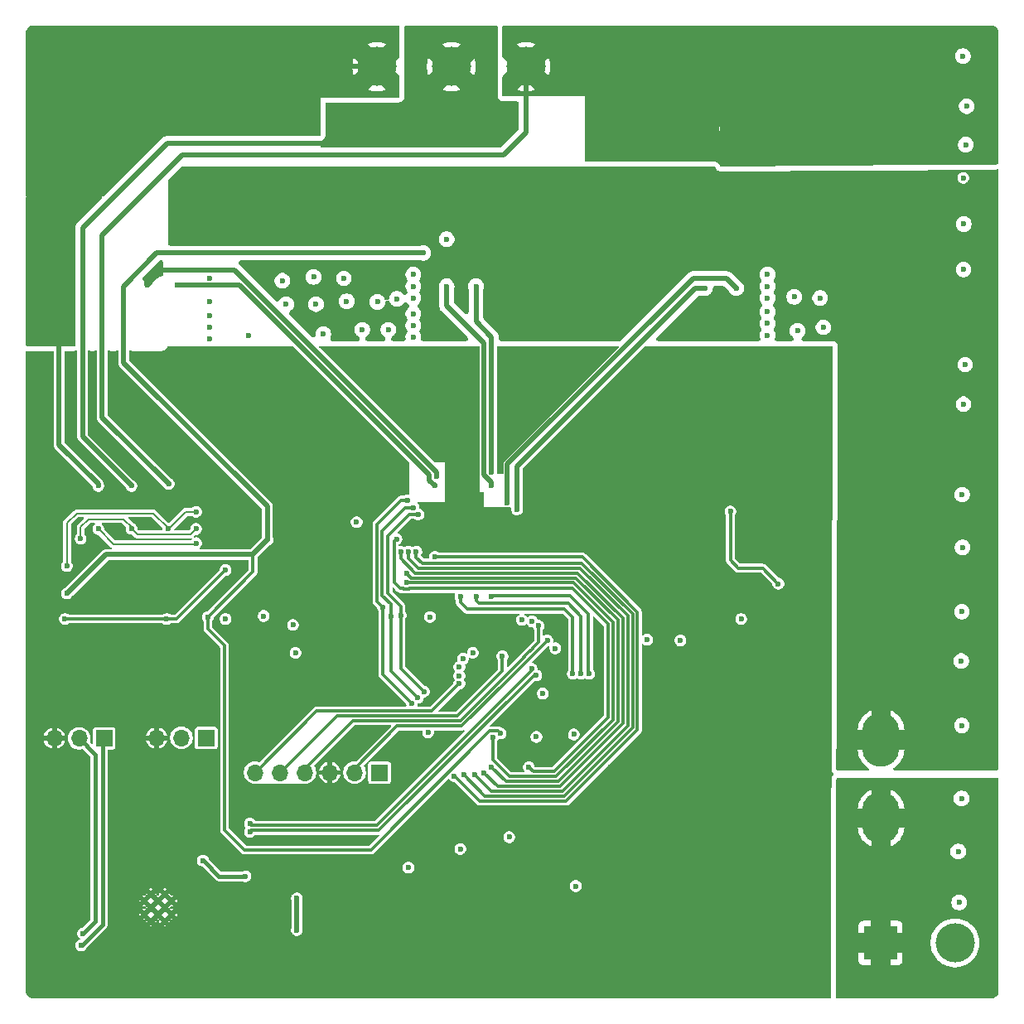
<source format=gbr>
%TF.GenerationSoftware,KiCad,Pcbnew,9.0.1*%
%TF.CreationDate,2025-04-18T15:35:09+02:00*%
%TF.ProjectId,BLDC_DRIVER,424c4443-5f44-4524-9956-45522e6b6963,rev?*%
%TF.SameCoordinates,Original*%
%TF.FileFunction,Copper,L4,Bot*%
%TF.FilePolarity,Positive*%
%FSLAX46Y46*%
G04 Gerber Fmt 4.6, Leading zero omitted, Abs format (unit mm)*
G04 Created by KiCad (PCBNEW 9.0.1) date 2025-04-18 15:35:09*
%MOMM*%
%LPD*%
G01*
G04 APERTURE LIST*
%TA.AperFunction,ComponentPad*%
%ADD10C,4.000000*%
%TD*%
%TA.AperFunction,ComponentPad*%
%ADD11R,1.700000X1.700000*%
%TD*%
%TA.AperFunction,ComponentPad*%
%ADD12O,1.700000X1.700000*%
%TD*%
%TA.AperFunction,ComponentPad*%
%ADD13C,0.600000*%
%TD*%
%TA.AperFunction,ComponentPad*%
%ADD14O,3.800000X5.500000*%
%TD*%
%TA.AperFunction,ComponentPad*%
%ADD15O,3.800000X5.300000*%
%TD*%
%TA.AperFunction,ComponentPad*%
%ADD16R,3.500000X3.500000*%
%TD*%
%TA.AperFunction,SMDPad,CuDef*%
%ADD17C,1.500000*%
%TD*%
%TA.AperFunction,ViaPad*%
%ADD18C,0.600000*%
%TD*%
%TA.AperFunction,Conductor*%
%ADD19C,0.300000*%
%TD*%
%TA.AperFunction,Conductor*%
%ADD20C,0.500000*%
%TD*%
%TA.AperFunction,Conductor*%
%ADD21C,0.400000*%
%TD*%
%TA.AperFunction,Conductor*%
%ADD22C,0.200000*%
%TD*%
G04 APERTURE END LIST*
D10*
%TO.P,J104,1*%
%TO.N,/Motor_driver/SHA*%
X173100000Y-16950000D03*
%TO.P,J104,2*%
%TO.N,/Motor_driver/SHB*%
X165480000Y-16950000D03*
%TO.P,J104,3*%
%TO.N,/Motor_driver/SHC*%
X157860000Y-16950000D03*
%TD*%
D11*
%TO.P,J2,1,Pin_1*%
%TO.N,/MCU/TX_ESP32*%
X129990000Y-85600000D03*
D12*
%TO.P,J2,2,Pin_2*%
%TO.N,/MCU/RX_ESP32*%
X127450000Y-85600000D03*
%TO.P,J2,3,Pin_3*%
%TO.N,GND*%
X124910000Y-85600000D03*
%TD*%
D13*
%TO.P,U2,41_10*%
%TO.N,GND*%
X136200000Y-104290000D03*
%TO.P,U2,41_11*%
X134800000Y-104290000D03*
%TO.P,U2,41_12*%
X136900000Y-103590000D03*
%TO.P,U2,41_13*%
X135500000Y-103590000D03*
%TO.P,U2,41_14*%
X134100000Y-103590000D03*
%TO.P,U2,41_15*%
X136200000Y-102890000D03*
%TO.P,U2,41_16*%
X134800000Y-102890000D03*
%TO.P,U2,41_17*%
X136900000Y-102190000D03*
%TO.P,U2,41_18*%
X135500000Y-102190000D03*
%TO.P,U2,41_19*%
X134100000Y-102190000D03*
%TO.P,U2,41_20*%
X136200000Y-101490000D03*
%TO.P,U2,41_21*%
X134800000Y-101490000D03*
%TD*%
D14*
%TO.P,F1,1*%
%TO.N,+48V*%
X209400000Y-85750000D03*
D15*
%TO.P,F1,2*%
%TO.N,Net-(J1-Pin_1)*%
X209400000Y-93750000D03*
%TD*%
D11*
%TO.P,J3,1,Pin_1*%
%TO.N,/MCU/TX_STM32*%
X140440000Y-85550000D03*
D12*
%TO.P,J3,2,Pin_2*%
%TO.N,/MCU/RX_STM32*%
X137900000Y-85550000D03*
%TO.P,J3,3,Pin_3*%
%TO.N,GND*%
X135360000Y-85550000D03*
%TD*%
D16*
%TO.P,J1,1,Pin_1*%
%TO.N,Net-(J1-Pin_1)*%
X209340000Y-106500000D03*
D10*
%TO.P,J1,2,Pin_2*%
%TO.N,GND*%
X216960000Y-106500000D03*
%TD*%
D11*
%TO.P,J4,1,Pin_1*%
%TO.N,+3.3V*%
X158140000Y-89100000D03*
D12*
%TO.P,J4,2,Pin_2*%
%TO.N,/MCU/SWDIO*%
X155600000Y-89100000D03*
%TO.P,J4,3,Pin_3*%
%TO.N,GND*%
X153060000Y-89100000D03*
%TO.P,J4,4,Pin_4*%
%TO.N,/MCU/SWCLK*%
X150520000Y-89100000D03*
%TO.P,J4,5,Pin_5*%
%TO.N,/MCU/SWO*%
X147980000Y-89100000D03*
%TO.P,J4,6,Pin_6*%
%TO.N,/MCU/NRST*%
X145440000Y-89100000D03*
%TD*%
D17*
%TO.P,TP106,1,1*%
%TO.N,/Motor_driver/SHB*%
X169000000Y-14600000D03*
%TD*%
D18*
%TO.N,/Motor_driver/SHC*%
X149200000Y-17400000D03*
X145800000Y-17600000D03*
X142400000Y-17600000D03*
X139400000Y-17600000D03*
X136600000Y-17600000D03*
X133400000Y-17600000D03*
X130800000Y-17600000D03*
X128000000Y-17600000D03*
X125400000Y-17600000D03*
X150600000Y-15200000D03*
X147600000Y-15200000D03*
X144200000Y-15200000D03*
X140800000Y-15200000D03*
X138000000Y-15200000D03*
X135000000Y-15200000D03*
X132200000Y-15200000D03*
X129400000Y-15200000D03*
X126600000Y-15200000D03*
X124600000Y-15200000D03*
%TO.N,/Motor_driver/SHA*%
X209800000Y-17400000D03*
X207200000Y-17600000D03*
X204400000Y-17600000D03*
X201000000Y-17600000D03*
X197600000Y-17600000D03*
X194200000Y-17600000D03*
X190800000Y-17600000D03*
X187400000Y-17600000D03*
X184000000Y-17600000D03*
X211200000Y-15800000D03*
X208400000Y-15800000D03*
X205800000Y-15800000D03*
X202800000Y-15800000D03*
X199200000Y-15800000D03*
X196200000Y-15800000D03*
X192400000Y-15800000D03*
X189043780Y-15794121D03*
X185600000Y-15800000D03*
X182600000Y-15800000D03*
%TO.N,/Motor_driver/SHC*%
X142092800Y-22589364D03*
X140734354Y-22575287D03*
X139270330Y-22533055D03*
X137778151Y-22526017D03*
X135983313Y-22680865D03*
X134962720Y-23258029D03*
X133562042Y-23243952D03*
X132105056Y-23124296D03*
X130676225Y-23096142D03*
X129247393Y-23075026D03*
%TO.N,/Motor_driver/SHA*%
X197218468Y-22949725D03*
X195792906Y-22879666D03*
X194473172Y-22879666D03*
X193079533Y-22879666D03*
X191707010Y-22890224D03*
X190292256Y-22869109D03*
X188909175Y-22847993D03*
X187388842Y-22837435D03*
%TO.N,/Motor_driver/SHB*%
X170123252Y-23368925D03*
X168666266Y-23375964D03*
X167289569Y-23361887D03*
X165910008Y-23368925D03*
X164389675Y-23354848D03*
X163129769Y-23368925D03*
X161700938Y-23361887D03*
X160335453Y-23397080D03*
X158800000Y-23400000D03*
%TO.N,+48V*%
X200360999Y-28621365D03*
X200313488Y-29634920D03*
X200313488Y-30600965D03*
X200329325Y-31630358D03*
X197763763Y-34385961D03*
X196766044Y-34370124D03*
X195720815Y-34417635D03*
X140800000Y-34600000D03*
X139800000Y-34600000D03*
X138800000Y-34600000D03*
X137903913Y-34556203D03*
X145600000Y-28800000D03*
X145600000Y-29800000D03*
X145600000Y-30800000D03*
X145600000Y-31800000D03*
X145600000Y-33000000D03*
X156984723Y-29052189D03*
X156984723Y-30052189D03*
X156984723Y-31052189D03*
X156984723Y-32052189D03*
X156984723Y-33052189D03*
X211400000Y-77800000D03*
X211400000Y-75800000D03*
X211200000Y-73200000D03*
X211200000Y-65600000D03*
X211200000Y-63000000D03*
X211200000Y-60600000D03*
X211200000Y-58600000D03*
X211400000Y-51600000D03*
X211400000Y-48400000D03*
X211400000Y-45600000D03*
X211400000Y-37800000D03*
X208600000Y-37800000D03*
X208600000Y-45600000D03*
X208600000Y-48400000D03*
X208600000Y-51600000D03*
X208800000Y-58600000D03*
X208800000Y-60600000D03*
X208800000Y-63000000D03*
X208800000Y-65600000D03*
X209200000Y-73400000D03*
X209200000Y-75800000D03*
X209200000Y-77800000D03*
%TO.N,GND*%
X165000000Y-34600000D03*
%TO.N,+48V*%
X158200000Y-31600000D03*
X163400000Y-33600000D03*
X159400000Y-33600000D03*
X208400000Y-29400000D03*
X207400000Y-28200000D03*
X161400000Y-33600000D03*
X208400000Y-31600000D03*
X210400000Y-34200000D03*
X158200000Y-27600000D03*
X158200000Y-29600000D03*
X162400000Y-33600000D03*
X158200000Y-30600000D03*
X144400000Y-28400000D03*
X144400000Y-31400000D03*
X198200000Y-33400000D03*
X201200000Y-30200000D03*
X139400000Y-33600000D03*
X207400000Y-33000000D03*
X196200000Y-33400000D03*
X209400000Y-33000000D03*
X209400000Y-30400000D03*
X210400000Y-29400000D03*
X140400000Y-33600000D03*
X144400000Y-33600000D03*
X201200000Y-32200000D03*
X197200000Y-33400000D03*
X209400000Y-28200000D03*
X211400000Y-30400000D03*
X212400000Y-34200000D03*
X158200000Y-28600000D03*
X160400000Y-33600000D03*
X210400000Y-31600000D03*
X212400000Y-31600000D03*
X207400000Y-30400000D03*
X142400000Y-33600000D03*
X141400000Y-33600000D03*
X144400000Y-32400000D03*
X212400000Y-29400000D03*
X144400000Y-30400000D03*
X211400000Y-28200000D03*
X201200000Y-28200000D03*
X138400000Y-33600000D03*
X200200000Y-33400000D03*
X199200000Y-33400000D03*
X201200000Y-31200000D03*
X137400000Y-33600000D03*
X195200000Y-33400000D03*
X211400000Y-33000000D03*
X158200000Y-32600000D03*
X208400000Y-34200000D03*
X201200000Y-29200000D03*
X201200000Y-33400000D03*
X143400000Y-33600000D03*
X158200000Y-33600000D03*
X144400000Y-29400000D03*
%TO.N,GND*%
X161774623Y-75490394D03*
X202647879Y-63405732D03*
X149025000Y-92175000D03*
X178363819Y-60999855D03*
X192285404Y-66450845D03*
X154017917Y-79505095D03*
X181575000Y-108175000D03*
X176515394Y-65658163D03*
X139025000Y-99675000D03*
X200100000Y-91825000D03*
X186880709Y-111079158D03*
X200050000Y-60175000D03*
X187445038Y-60928737D03*
X186275000Y-105325000D03*
X154790001Y-40930984D03*
X132450000Y-70900000D03*
X139173537Y-89020709D03*
X175673631Y-87130344D03*
X175764530Y-50952583D03*
X200011810Y-62587642D03*
X203170940Y-40590114D03*
X186990543Y-82789922D03*
X167400000Y-111000000D03*
X123850000Y-57700000D03*
X192671725Y-73290987D03*
X197800000Y-43200000D03*
X168200000Y-64200000D03*
X184240852Y-86471327D03*
X156232230Y-92171871D03*
X177950000Y-81925000D03*
X143655442Y-83004703D03*
X200034535Y-57860899D03*
X181800000Y-111100000D03*
X130413422Y-55311195D03*
X144500000Y-101200000D03*
X217722696Y-66076901D03*
X179225000Y-103575000D03*
X156380732Y-43839749D03*
X193058045Y-69086913D03*
X177720418Y-93713106D03*
X138550000Y-68700000D03*
X127584577Y-97612133D03*
X197800000Y-42000000D03*
X197466641Y-55383904D03*
X202761502Y-49952695D03*
X202647879Y-46998481D03*
X137025000Y-68675000D03*
X138564023Y-60765129D03*
X192324841Y-89062112D03*
X136352150Y-57492769D03*
X157926013Y-40999159D03*
X146125000Y-93400000D03*
X202929712Y-99379137D03*
X200150000Y-96550000D03*
X184490824Y-66291772D03*
X179947441Y-110983897D03*
X132325000Y-95850000D03*
X150608127Y-57962413D03*
X202378971Y-110851910D03*
X189217566Y-66405396D03*
X125975000Y-77000000D03*
X159925000Y-90525000D03*
X202100000Y-93750000D03*
X202034311Y-76086128D03*
X155229902Y-81762418D03*
X150366811Y-79520245D03*
X153275576Y-69172920D03*
X176826335Y-75231614D03*
X196197846Y-110806461D03*
X159622268Y-58159361D03*
X138575000Y-74325000D03*
X123420449Y-80366632D03*
X203697005Y-87059124D03*
X140800000Y-38600000D03*
X123190481Y-108245826D03*
X137625000Y-91000000D03*
X217375000Y-102375000D03*
X144450000Y-102550000D03*
X137300000Y-71400000D03*
X165400000Y-62800000D03*
X176605344Y-86221355D03*
X160777175Y-88823761D03*
X135025000Y-69225000D03*
X193500000Y-103250000D03*
X141300000Y-71125000D03*
X217765366Y-15874266D03*
X191671837Y-81221916D03*
X169453424Y-73746932D03*
X178997808Y-84826498D03*
X152920197Y-95877387D03*
X199536153Y-80244919D03*
X135749679Y-87672375D03*
X176151798Y-63294792D03*
X157948346Y-50066319D03*
X193967034Y-51657050D03*
X150253801Y-100500224D03*
X127341531Y-88202619D03*
X200096696Y-89213611D03*
X123193202Y-63709409D03*
X142199979Y-59977339D03*
X151653989Y-41226406D03*
X176582620Y-56406517D03*
X147836792Y-67097396D03*
X161600000Y-43400000D03*
X161600000Y-42200000D03*
X161592825Y-76990226D03*
X149775000Y-98025000D03*
X162470566Y-54747612D03*
X156275000Y-103050000D03*
X146000000Y-98025000D03*
X159039525Y-43839749D03*
X133594884Y-54553704D03*
X145575000Y-51875000D03*
X162625000Y-111050000D03*
X148900000Y-111000000D03*
X136575000Y-95950000D03*
X169000000Y-95150000D03*
X144425000Y-75675000D03*
X187876808Y-63269384D03*
X188717622Y-69177812D03*
X180150401Y-90834474D03*
X167357944Y-101575861D03*
X154000000Y-77275000D03*
X166800000Y-64200000D03*
X199625490Y-55565702D03*
X160334309Y-59931889D03*
X143594843Y-88428337D03*
X173350000Y-107250000D03*
X131375000Y-106525000D03*
X156675000Y-59925000D03*
X171776396Y-77211190D03*
X137500000Y-39250000D03*
X161600000Y-39400000D03*
X197800000Y-38200000D03*
X172963376Y-103469588D03*
X164000000Y-92000000D03*
X161600000Y-44600000D03*
X155623797Y-68430579D03*
X144472452Y-62552807D03*
X217279564Y-97164324D03*
X178750000Y-107300000D03*
X135875000Y-110750000D03*
X184675000Y-101600000D03*
X155198654Y-46884857D03*
X163153256Y-76944776D03*
X172554331Y-97667208D03*
X217620435Y-91744477D03*
X147100000Y-96000000D03*
X154714808Y-86867906D03*
X202738777Y-58815338D03*
X163250000Y-87775000D03*
X198106723Y-106306965D03*
X134650000Y-79625000D03*
X132750000Y-110675000D03*
X175264586Y-58883512D03*
X217824957Y-37682358D03*
X167388243Y-103408988D03*
X199466417Y-66473570D03*
X197800000Y-40600000D03*
X200534872Y-40476490D03*
X171196860Y-55270281D03*
X217859045Y-33046514D03*
X123650000Y-75475000D03*
X160289941Y-81944216D03*
X123762653Y-47175744D03*
X151275000Y-92250000D03*
X129580182Y-58462357D03*
X197800000Y-44400000D03*
X134550000Y-71850000D03*
X169475000Y-93025000D03*
X172660379Y-99606385D03*
X176417534Y-103257490D03*
X150760706Y-67157995D03*
X187058718Y-85221468D03*
X151994468Y-51202555D03*
X193944309Y-56679214D03*
X126641118Y-50599602D03*
X181775000Y-88550000D03*
X217824957Y-51453541D03*
X166800000Y-65600000D03*
X171241102Y-73686333D03*
X144337184Y-79186949D03*
X185013492Y-70973065D03*
X202738777Y-73450060D03*
X200853018Y-43930648D03*
X180423098Y-95061273D03*
X171200000Y-61499997D03*
X201535929Y-80184320D03*
X139775000Y-80100000D03*
X147579245Y-79292998D03*
X147950000Y-64000000D03*
X203511810Y-43589777D03*
X153750042Y-58858297D03*
X192500000Y-91350000D03*
X188876696Y-58769888D03*
X156638835Y-71142397D03*
X158904346Y-102969644D03*
X123448028Y-110836444D03*
X167629078Y-47839296D03*
X127325000Y-103175000D03*
X140930916Y-89066158D03*
X179877705Y-98424532D03*
X123443174Y-60323425D03*
X151600000Y-106825000D03*
X151900000Y-102050000D03*
X167515455Y-51520701D03*
X128475000Y-110375000D03*
X131150000Y-91000000D03*
X191766525Y-110806461D03*
X184127228Y-51566151D03*
X149631097Y-48816459D03*
X139609361Y-58159361D03*
X186175000Y-76850000D03*
X140800000Y-43600000D03*
X161607975Y-71036348D03*
X192525000Y-93375000D03*
X156375000Y-110975000D03*
X192500000Y-97025000D03*
X203625000Y-89700000D03*
X165000000Y-39400000D03*
X185371075Y-92773817D03*
X166025000Y-91350000D03*
X202488805Y-55588427D03*
X152400000Y-44300000D03*
X172655085Y-82352028D03*
X199739114Y-78517674D03*
X155305651Y-79459646D03*
X169600000Y-59800000D03*
X123800000Y-50100000D03*
X151403625Y-54633988D03*
X148608876Y-41226406D03*
X146500000Y-110950000D03*
X140800000Y-42400000D03*
X162110759Y-106965982D03*
X145250000Y-71075000D03*
X184127228Y-48680111D03*
X166100000Y-95075000D03*
X165400000Y-65600000D03*
X186854195Y-88493828D03*
X159925789Y-40681012D03*
X149669919Y-82095714D03*
X124705463Y-88051121D03*
X202401696Y-106397864D03*
X144725000Y-44450000D03*
X123808102Y-53114472D03*
X154335114Y-53270505D03*
X193421640Y-71404835D03*
X149866867Y-69354718D03*
X180718519Y-66200873D03*
X179741356Y-46771234D03*
X140275000Y-95975000D03*
X188948659Y-79605414D03*
X127383459Y-55992937D03*
X202378971Y-102966431D03*
X197800000Y-39400000D03*
X168925000Y-110975000D03*
X158275000Y-98275000D03*
X151150000Y-109325000D03*
X182922818Y-56542865D03*
X133575000Y-68750000D03*
X143991179Y-92232470D03*
X130975000Y-69350000D03*
X123352275Y-66618174D03*
X155525000Y-75925000D03*
X186581498Y-66314497D03*
X151078852Y-70960599D03*
X126641118Y-46645500D03*
X191285516Y-60837838D03*
X152325000Y-62050000D03*
X172540000Y-95410000D03*
X167150000Y-98875000D03*
X175357047Y-111150545D03*
X177196187Y-48839184D03*
X144911796Y-57901814D03*
X163800000Y-59800000D03*
X156200000Y-96075000D03*
X147790261Y-60007638D03*
X163025000Y-95200000D03*
X134640221Y-60371234D03*
X195197958Y-106306965D03*
X218151686Y-20987329D03*
X217995393Y-47397177D03*
X164750000Y-85950000D03*
X153018029Y-67385242D03*
X147575000Y-106400000D03*
X138375000Y-63775000D03*
X182225000Y-101300000D03*
X185125000Y-97250000D03*
X154550000Y-97975000D03*
X132716194Y-57720016D03*
X166800000Y-62800000D03*
X126262373Y-60113687D03*
X174442764Y-77605085D03*
X129850000Y-80250000D03*
X194475000Y-94450000D03*
X186558774Y-56792837D03*
X156881232Y-85474123D03*
X154494580Y-38590338D03*
X194300000Y-96250000D03*
X181625000Y-51850000D03*
X194300000Y-101575000D03*
X138950000Y-110800000D03*
X202534255Y-61292333D03*
X161600000Y-38200000D03*
X164875000Y-76175000D03*
X198012035Y-75631634D03*
X151404017Y-38453989D03*
X185699023Y-79696313D03*
X217688609Y-60691141D03*
X165447505Y-55452079D03*
X165400000Y-64200000D03*
X217654522Y-84279405D03*
X165197533Y-47657498D03*
X218050000Y-24925000D03*
X161100000Y-110975000D03*
X172644985Y-84957796D03*
X191444589Y-63269384D03*
X200839037Y-99106441D03*
X193334530Y-76583026D03*
X145290674Y-48748285D03*
X191750000Y-104125000D03*
X217586348Y-77700597D03*
X155075000Y-110950000D03*
X176099388Y-95303837D03*
X181309362Y-59247108D03*
X148222556Y-38840310D03*
X195325000Y-92700000D03*
X154653128Y-62113463D03*
X197200000Y-92125000D03*
X194600000Y-39600000D03*
X123341979Y-101822304D03*
X145975000Y-54125000D03*
X192525000Y-95225000D03*
X168200000Y-62800000D03*
X161176818Y-103257490D03*
X161825000Y-93875000D03*
X147767669Y-47225728D03*
X123235930Y-97277359D03*
X148825000Y-107375000D03*
X168089941Y-80039156D03*
X170857551Y-103469588D03*
X196627389Y-98939793D03*
X178968716Y-54224943D03*
X141125000Y-68425000D03*
X188717622Y-72472897D03*
X123554077Y-89384305D03*
X148276136Y-83943991D03*
X180150000Y-101475000D03*
X146170312Y-82171463D03*
X158728429Y-59947039D03*
X123266230Y-99837678D03*
X173800000Y-111100000D03*
X196194057Y-66291772D03*
X198493043Y-103375476D03*
X175610000Y-92730000D03*
X131155763Y-61295373D03*
X168200000Y-65600000D03*
X125625000Y-82925000D03*
X132856064Y-85430203D03*
X127650000Y-71870000D03*
X200220122Y-110829186D03*
X146594507Y-85534722D03*
X127425000Y-100350000D03*
X199739114Y-73972729D03*
X140800000Y-41000000D03*
X139400000Y-107100000D03*
X156550000Y-106600000D03*
X182809194Y-96856526D03*
X163200000Y-85950000D03*
X217800126Y-28313567D03*
X123147752Y-69776910D03*
X194103382Y-54543090D03*
X144396703Y-65370673D03*
X127120000Y-74580000D03*
X175836547Y-74322625D03*
X145975000Y-106400000D03*
X168178261Y-107034157D03*
X185450000Y-103750000D03*
X123493477Y-91702226D03*
X202920575Y-69336885D03*
X123311680Y-94732190D03*
X184081779Y-69336885D03*
X202466081Y-52656937D03*
X140800000Y-44800000D03*
X143791791Y-85307475D03*
X160825000Y-96500000D03*
X144600000Y-110825000D03*
X183127340Y-99288072D03*
X188700000Y-76925000D03*
X133386307Y-83491026D03*
X182400149Y-67837053D03*
X166241663Y-73050040D03*
X217654522Y-72655709D03*
X172857327Y-101666760D03*
X161600000Y-40600000D03*
X134600000Y-63700000D03*
X153700000Y-92225000D03*
X153396774Y-71399943D03*
X174100000Y-66325000D03*
X203490255Y-80199470D03*
X190194730Y-56792837D03*
X200225000Y-93925000D03*
X123220781Y-105306761D03*
X131525000Y-99350000D03*
X164873374Y-103348389D03*
X133507506Y-87596626D03*
X184377200Y-59474355D03*
X131125000Y-64425000D03*
X179700499Y-80244700D03*
X202556980Y-66678092D03*
X181775000Y-92575000D03*
X149750000Y-62050000D03*
%TO.N,+3.3V*%
X163300000Y-73200000D03*
X195100000Y-73400000D03*
X163100000Y-85000000D03*
X161100000Y-98800000D03*
X149700000Y-101950000D03*
X149550000Y-76862500D03*
X155800000Y-63500000D03*
X176100000Y-76400000D03*
X149700000Y-105200000D03*
X166675000Y-77450000D03*
X174175000Y-85450000D03*
%TO.N,/MCU/NRST*%
X166300000Y-80000000D03*
X178200000Y-100700000D03*
%TO.N,/MCU/FUNC_BTN1*%
X167675000Y-76850000D03*
X171400000Y-95700000D03*
%TO.N,/MCU/FUNC_BTN2*%
X178000000Y-85200000D03*
X166400000Y-96900000D03*
%TO.N,/MCU/BOOT*%
X144450000Y-99700000D03*
X140100000Y-98100000D03*
%TO.N,/MCU/PVDDSENSE*%
X198900000Y-69800000D03*
X194000000Y-62400000D03*
X174825000Y-81012174D03*
%TO.N,/MCU/TEMP_MOSFET*%
X126200000Y-70800000D03*
X162600000Y-36000000D03*
X170525000Y-85100000D03*
X146700000Y-65300000D03*
X140600000Y-73200000D03*
%TO.N,/MCU/SensVA*%
X139400000Y-62450000D03*
X126200000Y-68000000D03*
X136525000Y-64150000D03*
%TO.N,/MCU/SensVB*%
X127600000Y-65200000D03*
X132800000Y-64175000D03*
X139400000Y-64200000D03*
%TO.N,/MCU/SensVC*%
X139400000Y-65650000D03*
X129400000Y-64200000D03*
%TO.N,/MCU/SensVN*%
X142400000Y-68400000D03*
X136400000Y-73400000D03*
X126000000Y-73400000D03*
%TO.N,/Motor_driver/SHA*%
X193800000Y-23800000D03*
X192400000Y-23800000D03*
X195200000Y-23800000D03*
X196600000Y-23800000D03*
X198000000Y-23800000D03*
X191000000Y-23800000D03*
X136600000Y-59600000D03*
X189600000Y-23800000D03*
X186800000Y-23800000D03*
X188200000Y-23800000D03*
%TO.N,/MCU/SDO*%
X161100000Y-66500000D03*
X167900000Y-89300000D03*
%TO.N,/MCU/GH3*%
X169598777Y-71100007D03*
X179550003Y-79000000D03*
%TO.N,/MCU/SCLK*%
X161900000Y-66500000D03*
X166750000Y-89350000D03*
%TO.N,/Motor_driver/SHB*%
X165200000Y-24200000D03*
X158215000Y-24215000D03*
X166615000Y-24215000D03*
X168000000Y-24200000D03*
X170815000Y-24215000D03*
X132800000Y-59800000D03*
X162415000Y-24215000D03*
X163800000Y-24200000D03*
X169400000Y-24200000D03*
X159600000Y-24200000D03*
X161000000Y-24200000D03*
%TO.N,/MCU/NFAULT*%
X159875000Y-65225000D03*
X173400000Y-88550000D03*
%TO.N,/MCU/SensIB*%
X146300000Y-73100000D03*
X159302880Y-73102880D03*
X162050000Y-81450000D03*
X161600000Y-62015685D03*
%TO.N,/MCU/GH2*%
X167998772Y-71100000D03*
X178750000Y-79000000D03*
%TO.N,/MCU/GH1*%
X177900000Y-79000000D03*
X166398766Y-71100000D03*
%TO.N,/MCU/SensIA*%
X160300000Y-73025000D03*
X162675000Y-80825000D03*
X162110383Y-62710383D03*
X149300000Y-74000000D03*
%TO.N,/MCU/CAL*%
X160900000Y-69650000D03*
X169700000Y-85500000D03*
%TO.N,/MCU/NSCS*%
X160893260Y-68712500D03*
X169525000Y-88508360D03*
%TO.N,/MCU/SensIC*%
X161450000Y-82050000D03*
X142400000Y-73400000D03*
X161000000Y-61250000D03*
X158500000Y-72200000D03*
%TO.N,/MCU/ENABLE*%
X165780624Y-89450000D03*
X163800000Y-67050000D03*
%TO.N,/Motor_driver/SHC*%
X142800000Y-23400000D03*
X140000000Y-23400000D03*
X129400000Y-59800000D03*
X128600000Y-24000000D03*
X132800000Y-24000000D03*
X131400000Y-24000000D03*
X130000000Y-24000000D03*
X134200000Y-24000000D03*
X135600000Y-24000000D03*
X141400000Y-23400000D03*
X138600000Y-23400000D03*
X137000000Y-23400000D03*
%TO.N,/MCU/SDI*%
X160300000Y-66500000D03*
X168800000Y-89100000D03*
%TO.N,/MCU/RX_ESP32*%
X127850000Y-105550000D03*
%TO.N,/MCU/TX_ESP32*%
X127650000Y-106750000D03*
%TO.N,/MCU/TX_STM32*%
X166300000Y-79200000D03*
%TO.N,/MCU/RX_STM32*%
X166300000Y-78300000D03*
%TO.N,/MCU/SWO*%
X170700000Y-77200000D03*
%TO.N,/MCU/SWCLK*%
X174400000Y-74100000D03*
%TO.N,/MCU/SWDIO*%
X175300000Y-75600000D03*
%TO.N,/MCU/LED1*%
X173729440Y-73651321D03*
X185480000Y-75500000D03*
%TO.N,/MCU/LED2*%
X172700000Y-73500000D03*
X188900000Y-75600000D03*
%TO.N,/MCU/D+*%
X144900000Y-94310000D03*
X173700000Y-78500000D03*
%TO.N,/MCU/D-*%
X144900000Y-95160000D03*
X174162227Y-79162227D03*
%TO.N,/Motor_driver/SPA*%
X191400000Y-39600000D03*
X172200000Y-62200000D03*
%TO.N,/Motor_driver/SPB*%
X168000000Y-39400000D03*
X169574293Y-58375707D03*
%TO.N,/Motor_driver/SPC*%
X134400000Y-39250000D03*
X164000000Y-58800000D03*
%TD*%
D19*
%TO.N,/MCU/GH2*%
X178750000Y-73150000D02*
X178750000Y-79000000D01*
X168300000Y-71800000D02*
X177400000Y-71800000D01*
X167999531Y-71499531D02*
X168300000Y-71800000D01*
X177400000Y-71800000D02*
X178750000Y-73150000D01*
X167999531Y-71100759D02*
X167999531Y-71499531D01*
X167998772Y-71100000D02*
X167999531Y-71100759D01*
%TO.N,/MCU/GH3*%
X179500000Y-72900000D02*
X179500000Y-78949997D01*
X179500000Y-78949997D02*
X179550003Y-79000000D01*
X169698784Y-71000000D02*
X177600000Y-71000000D01*
X169598777Y-71100007D02*
X169698784Y-71000000D01*
X177600000Y-71000000D02*
X179500000Y-72900000D01*
D20*
%TO.N,GND*%
X169537925Y-59737925D02*
X169600000Y-59800000D01*
X168800000Y-58662075D02*
X169537925Y-59400000D01*
X165000000Y-41400000D02*
X168800000Y-45200000D01*
X168800000Y-45200000D02*
X168800000Y-58662075D01*
X165000000Y-39400000D02*
X165000000Y-41400000D01*
X169537925Y-59400000D02*
X169537925Y-59737925D01*
%TO.N,/Motor_driver/SPB*%
X169600000Y-58350000D02*
X169574293Y-58375707D01*
X168000000Y-43000000D02*
X169600000Y-44600000D01*
X168000000Y-39400000D02*
X168000000Y-43000000D01*
X169600000Y-44600000D02*
X169600000Y-58350000D01*
%TO.N,GND*%
X143850000Y-39250000D02*
X137500000Y-39250000D01*
X163249000Y-59249000D02*
X163249000Y-58649000D01*
X163249000Y-58649000D02*
X143850000Y-39250000D01*
X163800000Y-59800000D02*
X163249000Y-59249000D01*
D19*
%TO.N,/MCU/NFAULT*%
X159649000Y-65451000D02*
X159875000Y-65225000D01*
X159849000Y-69849000D02*
X159649000Y-69649000D01*
X159649000Y-69649000D02*
X159649000Y-65451000D01*
X159849000Y-69869654D02*
X159849000Y-69849000D01*
X160230346Y-70251000D02*
X159849000Y-69869654D01*
X160251000Y-70251000D02*
X160230346Y-70251000D01*
X160300000Y-70300000D02*
X160251000Y-70251000D01*
X160629346Y-70300000D02*
X160300000Y-70300000D01*
X160630346Y-70301000D02*
X160629346Y-70300000D01*
X177874440Y-70300000D02*
X161170654Y-70300000D01*
X161170654Y-70300000D02*
X161169654Y-70301000D01*
X181497000Y-73922560D02*
X177874440Y-70300000D01*
X161169654Y-70301000D02*
X160630346Y-70301000D01*
X175977440Y-88997000D02*
X181497000Y-83477440D01*
X173847000Y-88997000D02*
X175977440Y-88997000D01*
X181497000Y-83477440D02*
X181497000Y-73922560D01*
X173400000Y-88550000D02*
X173847000Y-88997000D01*
%TO.N,/MCU/CAL*%
X171435294Y-89498000D02*
X169700000Y-87762706D01*
X181998000Y-83684960D02*
X176184960Y-89498000D01*
X176184960Y-89498000D02*
X171435294Y-89498000D01*
X181998000Y-73715040D02*
X181998000Y-83684960D01*
X160952000Y-69702000D02*
X177984960Y-69702000D01*
X160900000Y-69650000D02*
X160952000Y-69702000D01*
X177984960Y-69702000D02*
X181998000Y-73715040D01*
X169700000Y-87762706D02*
X169700000Y-85500000D01*
%TO.N,/MCU/NSCS*%
X169572400Y-88508360D02*
X169525000Y-88508360D01*
X171063040Y-89999000D02*
X169572400Y-88508360D01*
X182499000Y-83892480D02*
X176392480Y-89999000D01*
X176392480Y-89999000D02*
X171063040Y-89999000D01*
X178192480Y-69201000D02*
X182499000Y-73507520D01*
X161592480Y-69201000D02*
X178192480Y-69201000D01*
X161380760Y-69200000D02*
X161591479Y-69200000D01*
X160893260Y-68712500D02*
X161380760Y-69200000D01*
X161591479Y-69200000D02*
X161592480Y-69201000D01*
X182499000Y-73507520D02*
X182499000Y-83892480D01*
D20*
%TO.N,GND*%
X171200000Y-57600000D02*
X171200000Y-61499997D01*
X194600000Y-39600000D02*
X193600000Y-38600000D01*
X190200000Y-38600000D02*
X171200000Y-57600000D01*
X193600000Y-38600000D02*
X190200000Y-38600000D01*
%TO.N,+3.3V*%
X149700000Y-105200000D02*
X149700000Y-101950000D01*
D19*
%TO.N,/MCU/NRST*%
X163501000Y-82799000D02*
X166300000Y-80000000D01*
X145440000Y-89100000D02*
X151741000Y-82799000D01*
X151741000Y-82799000D02*
X163501000Y-82799000D01*
D21*
%TO.N,/MCU/BOOT*%
X140150000Y-98100000D02*
X141750000Y-99700000D01*
X141750000Y-99700000D02*
X144450000Y-99700000D01*
D19*
X140100000Y-98100000D02*
X140150000Y-98100000D01*
%TO.N,/MCU/PVDDSENSE*%
X194800000Y-68200000D02*
X194000000Y-67400000D01*
X198900000Y-69800000D02*
X197300000Y-68200000D01*
X197300000Y-68200000D02*
X194800000Y-68200000D01*
X194000000Y-67400000D02*
X194000000Y-62400000D01*
%TO.N,/MCU/TEMP_MOSFET*%
X157279346Y-97000000D02*
X144300000Y-97000000D01*
X170525000Y-85100000D02*
X170274000Y-84849000D01*
X142300000Y-95000000D02*
X142300000Y-76100000D01*
X145200000Y-68600000D02*
X145200000Y-66800000D01*
X169430346Y-84849000D02*
X157279346Y-97000000D01*
D20*
X146700000Y-61900000D02*
X132000000Y-47200000D01*
X132000000Y-47200000D02*
X132000000Y-39400000D01*
D19*
X140600000Y-74400000D02*
X140600000Y-73200000D01*
X144300000Y-97000000D02*
X142300000Y-95000000D01*
D20*
X132000000Y-39400000D02*
X135400000Y-36000000D01*
X130200000Y-66800000D02*
X126200000Y-70800000D01*
X146700000Y-65300000D02*
X146700000Y-61900000D01*
X135400000Y-36000000D02*
X162600000Y-36000000D01*
X146700000Y-65300000D02*
X145200000Y-66800000D01*
D19*
X140600000Y-73200000D02*
X145200000Y-68600000D01*
X142300000Y-76100000D02*
X140600000Y-74400000D01*
X170274000Y-84849000D02*
X169430346Y-84849000D01*
D20*
X145200000Y-66800000D02*
X130200000Y-66800000D01*
D22*
%TO.N,/MCU/SensVA*%
X126200000Y-63600000D02*
X127200000Y-62600000D01*
X138350000Y-62450000D02*
X136650000Y-64150000D01*
X126200000Y-68000000D02*
X126200000Y-63600000D01*
X136650000Y-64150000D02*
X136525000Y-64150000D01*
X139400000Y-62450000D02*
X138350000Y-62450000D01*
X127200000Y-62600000D02*
X135000000Y-62600000D01*
X135000000Y-62600000D02*
X136600000Y-64200000D01*
%TO.N,/MCU/SensVB*%
X132800000Y-64000000D02*
X132800000Y-64200000D01*
X133376000Y-64751000D02*
X138849000Y-64751000D01*
X132800000Y-64175000D02*
X133376000Y-64751000D01*
X127600000Y-65200000D02*
X127600000Y-64000000D01*
X138849000Y-64751000D02*
X139400000Y-64200000D01*
X128400000Y-63200000D02*
X132000000Y-63200000D01*
X132000000Y-63200000D02*
X132800000Y-64000000D01*
X127600000Y-64000000D02*
X128400000Y-63200000D01*
%TO.N,/MCU/SensVC*%
X130975000Y-65775000D02*
X129400000Y-64200000D01*
X139400000Y-65650000D02*
X139275000Y-65775000D01*
X139275000Y-65775000D02*
X130975000Y-65775000D01*
D19*
%TO.N,/MCU/SensVN*%
X136400000Y-73400000D02*
X137400000Y-73400000D01*
X136400000Y-73400000D02*
X126000000Y-73400000D01*
X137400000Y-73400000D02*
X142400000Y-68400000D01*
D20*
%TO.N,/Motor_driver/SHA*%
X129800000Y-52800000D02*
X129800000Y-34200000D01*
X129800000Y-34200000D02*
X138000000Y-26000000D01*
X136600000Y-59600000D02*
X129800000Y-52800000D01*
X170800000Y-26000000D02*
X173100000Y-23700000D01*
X138000000Y-26000000D02*
X170800000Y-26000000D01*
X173100000Y-23700000D02*
X173100000Y-16950000D01*
D19*
%TO.N,/MCU/SDO*%
X176807521Y-91001000D02*
X183501000Y-84307521D01*
X183501000Y-73092480D02*
X178608521Y-68200000D01*
X167900000Y-89300000D02*
X169601000Y-91001000D01*
X178608521Y-68200000D02*
X162100000Y-68200000D01*
X169601000Y-91001000D02*
X176807521Y-91001000D01*
X183501000Y-84307521D02*
X183501000Y-73092480D01*
X162100000Y-68200000D02*
X161100000Y-67200000D01*
X161100000Y-67200000D02*
X161100000Y-66500000D01*
%TO.N,/MCU/SCLK*%
X161900000Y-67100000D02*
X161900000Y-66500000D01*
X162500000Y-67700000D02*
X161900000Y-67100000D01*
X168902000Y-91502000D02*
X177015041Y-91502000D01*
X177015041Y-91502000D02*
X184002000Y-84515041D01*
X178817041Y-67700000D02*
X162500000Y-67700000D01*
X184002000Y-84515041D02*
X184002000Y-72884959D01*
X184002000Y-72884959D02*
X178817041Y-67700000D01*
X166750000Y-89350000D02*
X168902000Y-91502000D01*
D20*
%TO.N,/Motor_driver/SHB*%
X127800000Y-54800000D02*
X127800000Y-33450000D01*
X166650000Y-16950000D02*
X169000000Y-14600000D01*
X158215000Y-24215000D02*
X165480000Y-16950000D01*
X132800000Y-59800000D02*
X127800000Y-54800000D01*
X136450000Y-24800000D02*
X157630000Y-24800000D01*
X157630000Y-24800000D02*
X158215000Y-24215000D01*
X127800000Y-33450000D02*
X136450000Y-24800000D01*
X165480000Y-16950000D02*
X166650000Y-16950000D01*
D19*
%TO.N,/MCU/SensIB*%
X159302880Y-71902880D02*
X158401000Y-71001000D01*
X158401000Y-64399000D02*
X160784315Y-62015685D01*
X159302880Y-73102880D02*
X159302880Y-71902880D01*
X159302880Y-78702880D02*
X162050000Y-81450000D01*
X160784315Y-62015685D02*
X161600000Y-62015685D01*
X158401000Y-71001000D02*
X158401000Y-64399000D01*
X159302880Y-73102880D02*
X159302880Y-78702880D01*
%TO.N,/MCU/SensIA*%
X160300000Y-78450000D02*
X162675000Y-80825000D01*
X159000000Y-70800000D02*
X159000000Y-64900000D01*
X160312500Y-73012500D02*
X160312500Y-72112500D01*
X160300000Y-73025000D02*
X160300000Y-78450000D01*
X159000000Y-64900000D02*
X161189617Y-62710383D01*
X161189617Y-62710383D02*
X162110383Y-62710383D01*
X160312500Y-72112500D02*
X159000000Y-70800000D01*
%TO.N,/MCU/SensIC*%
X157900000Y-63700000D02*
X160350000Y-61250000D01*
X158500000Y-72200000D02*
X157900000Y-71600000D01*
X158500000Y-72200000D02*
X158500000Y-79100000D01*
X157900000Y-71600000D02*
X157900000Y-63700000D01*
X160350000Y-61250000D02*
X161000000Y-61250000D01*
X158500000Y-79100000D02*
X161450000Y-82050000D01*
%TO.N,/MCU/ENABLE*%
X178875561Y-67050000D02*
X163800000Y-67050000D01*
X168403000Y-92003000D02*
X177222562Y-92003000D01*
X177222562Y-92003000D02*
X184503000Y-84722561D01*
X165780624Y-89450000D02*
X165850000Y-89450000D01*
X184503000Y-84722561D02*
X184503000Y-72677438D01*
X165850000Y-89450000D02*
X168403000Y-92003000D01*
X184503000Y-72677438D02*
X178875561Y-67050000D01*
D20*
%TO.N,/Motor_driver/SHC*%
X132450000Y-16950000D02*
X157860000Y-16950000D01*
X125400000Y-24000000D02*
X132450000Y-16950000D01*
X129400000Y-59600000D02*
X125400000Y-55600000D01*
X125400000Y-55600000D02*
X125400000Y-24000000D01*
X129400000Y-59800000D02*
X129400000Y-59600000D01*
D19*
%TO.N,/MCU/SDI*%
X168800000Y-89100000D02*
X170200000Y-90500000D01*
X160300000Y-67200000D02*
X160300000Y-66500000D01*
X183000000Y-84100000D02*
X183000000Y-73300000D01*
X170200000Y-90500000D02*
X176600000Y-90500000D01*
X161800000Y-68700000D02*
X160300000Y-67200000D01*
X183000000Y-73300000D02*
X178400000Y-68700000D01*
X176600000Y-90500000D02*
X183000000Y-84100000D01*
X178400000Y-68700000D02*
X161800000Y-68700000D01*
D21*
%TO.N,/MCU/RX_ESP32*%
X129100000Y-104300000D02*
X129100000Y-87250000D01*
X129100000Y-87250000D02*
X127450000Y-85600000D01*
X127850000Y-105550000D02*
X129100000Y-104300000D01*
%TO.N,/MCU/TX_ESP32*%
X127750000Y-106750000D02*
X129850000Y-104650000D01*
X129850000Y-104650000D02*
X129850000Y-85740000D01*
X127650000Y-106750000D02*
X127750000Y-106750000D01*
D19*
X129850000Y-85740000D02*
X129990000Y-85600000D01*
%TO.N,/MCU/SWO*%
X170700000Y-78700000D02*
X166100000Y-83300000D01*
X153780000Y-83300000D02*
X147980000Y-89100000D01*
X166100000Y-83300000D02*
X153780000Y-83300000D01*
X170700000Y-77200000D02*
X170700000Y-78700000D01*
%TO.N,/MCU/SWCLK*%
X166391480Y-83800000D02*
X166591479Y-83600002D01*
X173047773Y-77143707D02*
X173406520Y-76784959D01*
X173047774Y-77143707D02*
X172754293Y-77437185D01*
X150520000Y-89100000D02*
X150520000Y-88680000D01*
X173700000Y-76491479D02*
X173699998Y-76491479D01*
X173047773Y-77143706D02*
X173047774Y-77143707D01*
X166591479Y-83600000D02*
X172754293Y-77437185D01*
X166391480Y-83800000D02*
X166391481Y-83800000D01*
X150520000Y-88680000D02*
X155399000Y-83801000D01*
X166390480Y-83801000D02*
X166391480Y-83800000D01*
X173700000Y-76491477D02*
X173700000Y-76491479D01*
X173406520Y-76784957D02*
X173406520Y-76784959D01*
X173700000Y-76491478D02*
X173699999Y-76491478D01*
X173888247Y-76303231D02*
X173700000Y-76491478D01*
X173699999Y-76491478D02*
X173700000Y-76491477D01*
X174400000Y-74100000D02*
X174400000Y-75791479D01*
X166591479Y-83600002D02*
X166591479Y-83600000D01*
X173699998Y-76491479D02*
X173406520Y-76784957D01*
X155399000Y-83801000D02*
X166390480Y-83801000D01*
X173047773Y-77143707D02*
X173047773Y-77143706D01*
X173888247Y-76303231D02*
X174400000Y-75791479D01*
%TO.N,/MCU/SWDIO*%
X155600000Y-88700000D02*
X155600000Y-89100000D01*
X173255293Y-77644706D02*
X173255294Y-77644707D01*
X166551002Y-84349000D02*
X159951000Y-84349000D01*
X173548773Y-77351228D02*
X173255293Y-77644706D01*
X175300000Y-75600000D02*
X173548773Y-77351228D01*
X173255294Y-77644707D02*
X171216182Y-79683818D01*
X171216182Y-79683818D02*
X166551002Y-84349000D01*
X159951000Y-84349000D02*
X155600000Y-88700000D01*
%TO.N,/MCU/D+*%
X173700000Y-78500000D02*
X173700000Y-78610849D01*
X157850849Y-94460000D02*
X145050000Y-94460000D01*
X145050000Y-94460000D02*
X144900000Y-94310000D01*
X173700000Y-78610849D02*
X157850849Y-94460000D01*
%TO.N,/MCU/D-*%
X158078667Y-95010000D02*
X145050000Y-95010000D01*
X174162227Y-79162227D02*
X173926440Y-79162227D01*
X145050000Y-95010000D02*
X144900000Y-95160000D01*
X173926440Y-79162227D02*
X158078667Y-95010000D01*
D20*
%TO.N,/Motor_driver/SPA*%
X190400000Y-39600000D02*
X172200000Y-57800000D01*
X191400000Y-39600000D02*
X190400000Y-39600000D01*
X172200000Y-57800000D02*
X172200000Y-62200000D01*
%TO.N,/Motor_driver/SPC*%
X135900000Y-37750000D02*
X143350000Y-37750000D01*
X164000000Y-58400000D02*
X164000000Y-58800000D01*
X134400000Y-39250000D02*
X135900000Y-37750000D01*
X143350000Y-37750000D02*
X164000000Y-58400000D01*
D19*
%TO.N,/MCU/GH1*%
X177050000Y-72400000D02*
X177900000Y-73250000D01*
X167100000Y-72400000D02*
X177050000Y-72400000D01*
X166400000Y-71700000D02*
X167100000Y-72400000D01*
X177900000Y-73250000D02*
X177900000Y-79000000D01*
X166398766Y-71100000D02*
X166400000Y-71101234D01*
X166400000Y-71101234D02*
X166400000Y-71700000D01*
%TD*%
%TA.AperFunction,Conductor*%
%TO.N,Net-(J1-Pin_1)*%
G36*
X221342539Y-89669685D02*
G01*
X221388294Y-89722489D01*
X221399500Y-89774000D01*
X221399500Y-111443907D01*
X221398903Y-111456062D01*
X221387256Y-111574311D01*
X221382514Y-111598151D01*
X221349798Y-111706002D01*
X221340495Y-111728461D01*
X221287370Y-111827849D01*
X221273866Y-111848059D01*
X221202369Y-111935179D01*
X221185179Y-111952369D01*
X221098059Y-112023866D01*
X221077849Y-112037370D01*
X220978461Y-112090495D01*
X220956002Y-112099798D01*
X220848151Y-112132514D01*
X220824311Y-112137256D01*
X220737215Y-112145834D01*
X220706060Y-112148903D01*
X220693907Y-112149500D01*
X204924441Y-112149500D01*
X204857402Y-112129815D01*
X204811647Y-112077011D01*
X204800441Y-112025354D01*
X204800527Y-111952369D01*
X204804832Y-108297844D01*
X207090000Y-108297844D01*
X207096401Y-108357372D01*
X207096403Y-108357379D01*
X207146645Y-108492086D01*
X207146649Y-108492093D01*
X207232809Y-108607187D01*
X207232812Y-108607190D01*
X207347906Y-108693350D01*
X207347913Y-108693354D01*
X207482620Y-108743596D01*
X207482627Y-108743598D01*
X207542155Y-108749999D01*
X207542172Y-108750000D01*
X208340000Y-108750000D01*
X210340000Y-108750000D01*
X211137828Y-108750000D01*
X211137844Y-108749999D01*
X211197372Y-108743598D01*
X211197379Y-108743596D01*
X211332086Y-108693354D01*
X211332093Y-108693350D01*
X211447187Y-108607190D01*
X211447190Y-108607187D01*
X211533350Y-108492093D01*
X211533354Y-108492086D01*
X211583596Y-108357379D01*
X211583598Y-108357372D01*
X211589999Y-108297844D01*
X211590000Y-108297827D01*
X211590000Y-107500000D01*
X210340000Y-107500000D01*
X210340000Y-108750000D01*
X208340000Y-108750000D01*
X208340000Y-107500000D01*
X207090000Y-107500000D01*
X207090000Y-108297844D01*
X204804832Y-108297844D01*
X204807066Y-106401509D01*
X208340000Y-106401509D01*
X208340000Y-106598491D01*
X208378429Y-106791689D01*
X208453811Y-106973678D01*
X208563249Y-107137463D01*
X208702537Y-107276751D01*
X208866322Y-107386189D01*
X209048311Y-107461571D01*
X209241509Y-107500000D01*
X209438491Y-107500000D01*
X209631689Y-107461571D01*
X209813678Y-107386189D01*
X209977463Y-107276751D01*
X210116751Y-107137463D01*
X210226189Y-106973678D01*
X210301571Y-106791689D01*
X210340000Y-106598491D01*
X210340000Y-106401509D01*
X210331658Y-106359568D01*
X214459500Y-106359568D01*
X214459500Y-106640431D01*
X214490942Y-106919494D01*
X214490945Y-106919512D01*
X214553439Y-107193317D01*
X214553443Y-107193329D01*
X214646200Y-107458411D01*
X214768053Y-107711442D01*
X214768055Y-107711445D01*
X214917477Y-107949248D01*
X215092584Y-108168825D01*
X215291175Y-108367416D01*
X215510752Y-108542523D01*
X215613669Y-108607190D01*
X215748557Y-108691946D01*
X215751481Y-108693354D01*
X216001592Y-108813801D01*
X216200680Y-108883465D01*
X216266670Y-108906556D01*
X216266682Y-108906560D01*
X216540491Y-108969055D01*
X216540497Y-108969055D01*
X216540505Y-108969057D01*
X216726547Y-108990018D01*
X216819569Y-109000499D01*
X216819572Y-109000500D01*
X216819575Y-109000500D01*
X217100428Y-109000500D01*
X217100429Y-109000499D01*
X217243055Y-108984429D01*
X217379494Y-108969057D01*
X217379499Y-108969056D01*
X217379509Y-108969055D01*
X217653318Y-108906560D01*
X217918408Y-108813801D01*
X218171445Y-108691945D01*
X218409248Y-108542523D01*
X218628825Y-108367416D01*
X218827416Y-108168825D01*
X219002523Y-107949248D01*
X219151945Y-107711445D01*
X219273801Y-107458408D01*
X219366560Y-107193318D01*
X219429055Y-106919509D01*
X219460500Y-106640425D01*
X219460500Y-106359575D01*
X219429055Y-106080491D01*
X219366560Y-105806682D01*
X219273801Y-105541592D01*
X219151945Y-105288555D01*
X219002523Y-105050752D01*
X218827416Y-104831175D01*
X218628825Y-104632584D01*
X218409248Y-104457477D01*
X218171445Y-104308055D01*
X218171442Y-104308053D01*
X217918411Y-104186200D01*
X217653329Y-104093443D01*
X217653317Y-104093439D01*
X217379512Y-104030945D01*
X217379494Y-104030942D01*
X217100431Y-103999500D01*
X217100425Y-103999500D01*
X216819575Y-103999500D01*
X216819568Y-103999500D01*
X216540505Y-104030942D01*
X216540487Y-104030945D01*
X216266682Y-104093439D01*
X216266670Y-104093443D01*
X216001588Y-104186200D01*
X215748557Y-104308053D01*
X215510753Y-104457476D01*
X215291175Y-104632583D01*
X215092583Y-104831175D01*
X214917476Y-105050753D01*
X214768053Y-105288557D01*
X214646200Y-105541588D01*
X214553443Y-105806670D01*
X214553439Y-105806682D01*
X214490945Y-106080487D01*
X214490942Y-106080505D01*
X214459500Y-106359568D01*
X210331658Y-106359568D01*
X210301571Y-106208311D01*
X210226189Y-106026322D01*
X210116751Y-105862537D01*
X209977463Y-105723249D01*
X209813678Y-105613811D01*
X209631689Y-105538429D01*
X209438491Y-105500000D01*
X210340000Y-105500000D01*
X211590000Y-105500000D01*
X211590000Y-104702172D01*
X211589999Y-104702155D01*
X211583598Y-104642627D01*
X211583596Y-104642620D01*
X211533354Y-104507913D01*
X211533350Y-104507906D01*
X211447190Y-104392812D01*
X211447187Y-104392809D01*
X211332093Y-104306649D01*
X211332086Y-104306645D01*
X211197379Y-104256403D01*
X211197372Y-104256401D01*
X211137844Y-104250000D01*
X210340000Y-104250000D01*
X210340000Y-105500000D01*
X209438491Y-105500000D01*
X209241509Y-105500000D01*
X209048311Y-105538429D01*
X208866322Y-105613811D01*
X208702537Y-105723249D01*
X208563249Y-105862537D01*
X208453811Y-106026322D01*
X208378429Y-106208311D01*
X208340000Y-106401509D01*
X204807066Y-106401509D01*
X204809067Y-104702155D01*
X207090000Y-104702155D01*
X207090000Y-105500000D01*
X208340000Y-105500000D01*
X208340000Y-104250000D01*
X207542155Y-104250000D01*
X207482627Y-104256401D01*
X207482620Y-104256403D01*
X207347913Y-104306645D01*
X207347906Y-104306649D01*
X207232812Y-104392809D01*
X207232809Y-104392812D01*
X207146649Y-104507906D01*
X207146645Y-104507913D01*
X207096403Y-104642620D01*
X207096401Y-104642627D01*
X207090000Y-104702155D01*
X204809067Y-104702155D01*
X204811901Y-102296153D01*
X216574500Y-102296153D01*
X216574500Y-102453846D01*
X216605261Y-102608489D01*
X216605264Y-102608501D01*
X216665602Y-102754172D01*
X216665609Y-102754185D01*
X216753210Y-102885288D01*
X216753213Y-102885292D01*
X216864707Y-102996786D01*
X216864711Y-102996789D01*
X216995814Y-103084390D01*
X216995827Y-103084397D01*
X217141498Y-103144735D01*
X217141503Y-103144737D01*
X217296153Y-103175499D01*
X217296156Y-103175500D01*
X217296158Y-103175500D01*
X217453844Y-103175500D01*
X217453845Y-103175499D01*
X217608497Y-103144737D01*
X217754179Y-103084394D01*
X217885289Y-102996789D01*
X217996789Y-102885289D01*
X218084394Y-102754179D01*
X218144737Y-102608497D01*
X218175500Y-102453842D01*
X218175500Y-102296158D01*
X218175500Y-102296155D01*
X218175499Y-102296153D01*
X218144738Y-102141510D01*
X218144737Y-102141503D01*
X218144735Y-102141498D01*
X218084397Y-101995827D01*
X218084390Y-101995814D01*
X217996789Y-101864711D01*
X217996786Y-101864707D01*
X217885292Y-101753213D01*
X217885288Y-101753210D01*
X217754185Y-101665609D01*
X217754172Y-101665602D01*
X217608501Y-101605264D01*
X217608489Y-101605261D01*
X217453845Y-101574500D01*
X217453842Y-101574500D01*
X217296158Y-101574500D01*
X217296155Y-101574500D01*
X217141510Y-101605261D01*
X217141498Y-101605264D01*
X216995827Y-101665602D01*
X216995814Y-101665609D01*
X216864711Y-101753210D01*
X216864707Y-101753213D01*
X216753213Y-101864707D01*
X216753210Y-101864711D01*
X216665609Y-101995814D01*
X216665602Y-101995827D01*
X216605264Y-102141498D01*
X216605261Y-102141510D01*
X216574500Y-102296153D01*
X204811901Y-102296153D01*
X204818039Y-97085477D01*
X216479064Y-97085477D01*
X216479064Y-97243170D01*
X216509825Y-97397813D01*
X216509828Y-97397825D01*
X216570166Y-97543496D01*
X216570173Y-97543509D01*
X216657774Y-97674612D01*
X216657777Y-97674616D01*
X216769271Y-97786110D01*
X216769275Y-97786113D01*
X216900378Y-97873714D01*
X216900391Y-97873721D01*
X217046062Y-97934059D01*
X217046067Y-97934061D01*
X217200717Y-97964823D01*
X217200720Y-97964824D01*
X217200722Y-97964824D01*
X217358408Y-97964824D01*
X217358409Y-97964823D01*
X217513061Y-97934061D01*
X217658743Y-97873718D01*
X217789853Y-97786113D01*
X217901353Y-97674613D01*
X217988958Y-97543503D01*
X218049301Y-97397821D01*
X218080064Y-97243166D01*
X218080064Y-97085482D01*
X218080064Y-97085479D01*
X218080063Y-97085477D01*
X218049302Y-96930834D01*
X218049301Y-96930827D01*
X218049299Y-96930822D01*
X217988961Y-96785151D01*
X217988954Y-96785138D01*
X217901353Y-96654035D01*
X217901350Y-96654031D01*
X217789856Y-96542537D01*
X217789852Y-96542534D01*
X217658749Y-96454933D01*
X217658736Y-96454926D01*
X217513065Y-96394588D01*
X217513053Y-96394585D01*
X217358409Y-96363824D01*
X217358406Y-96363824D01*
X217200722Y-96363824D01*
X217200719Y-96363824D01*
X217046074Y-96394585D01*
X217046062Y-96394588D01*
X216900391Y-96454926D01*
X216900378Y-96454933D01*
X216769275Y-96542534D01*
X216769271Y-96542537D01*
X216657777Y-96654031D01*
X216657774Y-96654035D01*
X216570173Y-96785138D01*
X216570166Y-96785151D01*
X216509828Y-96930822D01*
X216509825Y-96930834D01*
X216479064Y-97085477D01*
X204818039Y-97085477D01*
X204820790Y-94750000D01*
X207012981Y-94750000D01*
X207030178Y-94902633D01*
X207030181Y-94902651D01*
X207090163Y-95165451D01*
X207090167Y-95165463D01*
X207179192Y-95419881D01*
X207179198Y-95419895D01*
X207296152Y-95662752D01*
X207439568Y-95890998D01*
X207607638Y-96101751D01*
X207798248Y-96292361D01*
X208009001Y-96460431D01*
X208237250Y-96603849D01*
X208399999Y-96682224D01*
X210400000Y-96682224D01*
X210562749Y-96603849D01*
X210790998Y-96460431D01*
X211001751Y-96292361D01*
X211192361Y-96101751D01*
X211360431Y-95890998D01*
X211503847Y-95662752D01*
X211620801Y-95419895D01*
X211620807Y-95419881D01*
X211709832Y-95165463D01*
X211709836Y-95165451D01*
X211769818Y-94902651D01*
X211769821Y-94902633D01*
X211787018Y-94750000D01*
X210400000Y-94750000D01*
X210400000Y-96682224D01*
X208399999Y-96682224D01*
X208400000Y-96682223D01*
X208400000Y-94750000D01*
X207012981Y-94750000D01*
X204820790Y-94750000D01*
X204822968Y-92901509D01*
X208400000Y-92901509D01*
X208400000Y-94598491D01*
X208438429Y-94791689D01*
X208513811Y-94973678D01*
X208623249Y-95137463D01*
X208762537Y-95276751D01*
X208926322Y-95386189D01*
X209108311Y-95461571D01*
X209301509Y-95500000D01*
X209498491Y-95500000D01*
X209691689Y-95461571D01*
X209873678Y-95386189D01*
X210037463Y-95276751D01*
X210176751Y-95137463D01*
X210286189Y-94973678D01*
X210361571Y-94791689D01*
X210400000Y-94598491D01*
X210400000Y-92901509D01*
X210369863Y-92750000D01*
X210400000Y-92750000D01*
X211787019Y-92750000D01*
X211787018Y-92749999D01*
X211769821Y-92597366D01*
X211769818Y-92597348D01*
X211709836Y-92334548D01*
X211709832Y-92334536D01*
X211620807Y-92080118D01*
X211620801Y-92080104D01*
X211503847Y-91837247D01*
X211433642Y-91725515D01*
X211396014Y-91665630D01*
X216819935Y-91665630D01*
X216819935Y-91823323D01*
X216850696Y-91977966D01*
X216850699Y-91977978D01*
X216911037Y-92123649D01*
X216911044Y-92123662D01*
X216998645Y-92254765D01*
X216998648Y-92254769D01*
X217110142Y-92366263D01*
X217110146Y-92366266D01*
X217241249Y-92453867D01*
X217241262Y-92453874D01*
X217386933Y-92514212D01*
X217386938Y-92514214D01*
X217541588Y-92544976D01*
X217541591Y-92544977D01*
X217541593Y-92544977D01*
X217699279Y-92544977D01*
X217699280Y-92544976D01*
X217853932Y-92514214D01*
X217999614Y-92453871D01*
X218130724Y-92366266D01*
X218242224Y-92254766D01*
X218329829Y-92123656D01*
X218390172Y-91977974D01*
X218420935Y-91823319D01*
X218420935Y-91665635D01*
X218420935Y-91665632D01*
X218420934Y-91665630D01*
X218390173Y-91510987D01*
X218390172Y-91510980D01*
X218390170Y-91510975D01*
X218329832Y-91365304D01*
X218329825Y-91365291D01*
X218242224Y-91234188D01*
X218242221Y-91234184D01*
X218130727Y-91122690D01*
X218130723Y-91122687D01*
X217999620Y-91035086D01*
X217999607Y-91035079D01*
X217853936Y-90974741D01*
X217853924Y-90974738D01*
X217699280Y-90943977D01*
X217699277Y-90943977D01*
X217541593Y-90943977D01*
X217541590Y-90943977D01*
X217386945Y-90974738D01*
X217386933Y-90974741D01*
X217241262Y-91035079D01*
X217241249Y-91035086D01*
X217110146Y-91122687D01*
X217110142Y-91122690D01*
X216998648Y-91234184D01*
X216998645Y-91234188D01*
X216911044Y-91365291D01*
X216911037Y-91365304D01*
X216850699Y-91510975D01*
X216850696Y-91510987D01*
X216819935Y-91665630D01*
X211396014Y-91665630D01*
X211360431Y-91609001D01*
X211192361Y-91398248D01*
X211001751Y-91207638D01*
X210790998Y-91039568D01*
X210562749Y-90896150D01*
X210400000Y-90817775D01*
X210400000Y-92750000D01*
X210369863Y-92750000D01*
X210361571Y-92708311D01*
X210286189Y-92526322D01*
X210176751Y-92362537D01*
X210037463Y-92223249D01*
X209873678Y-92113811D01*
X209691689Y-92038429D01*
X209498491Y-92000000D01*
X209301509Y-92000000D01*
X209108311Y-92038429D01*
X208926322Y-92113811D01*
X208762537Y-92223249D01*
X208623249Y-92362537D01*
X208513811Y-92526322D01*
X208438429Y-92708311D01*
X208400000Y-92901509D01*
X204822968Y-92901509D01*
X204823146Y-92749999D01*
X207012981Y-92749999D01*
X207012981Y-92750000D01*
X208400000Y-92750000D01*
X208400000Y-90817775D01*
X208399999Y-90817775D01*
X208237250Y-90896150D01*
X208009001Y-91039568D01*
X207798248Y-91207638D01*
X207607638Y-91398248D01*
X207439568Y-91609001D01*
X207296152Y-91837247D01*
X207179198Y-92080104D01*
X207179192Y-92080118D01*
X207090167Y-92334536D01*
X207090163Y-92334548D01*
X207030181Y-92597348D01*
X207030178Y-92597366D01*
X207012981Y-92749999D01*
X204823146Y-92749999D01*
X204826652Y-89773853D01*
X204846416Y-89706838D01*
X204899273Y-89661145D01*
X204950652Y-89650000D01*
X221275500Y-89650000D01*
X221342539Y-89669685D01*
G37*
%TD.AperFunction*%
%TD*%
%TA.AperFunction,Conductor*%
%TO.N,/Motor_driver/SHA*%
G36*
X220712172Y-12751699D02*
G01*
X220739514Y-12754391D01*
X220812065Y-12761537D01*
X220859931Y-12771059D01*
X220944221Y-12796627D01*
X220989307Y-12815302D01*
X221066996Y-12856828D01*
X221107574Y-12883942D01*
X221175662Y-12939820D01*
X221210179Y-12974337D01*
X221266057Y-13042425D01*
X221293172Y-13083005D01*
X221334694Y-13160687D01*
X221353373Y-13205782D01*
X221378939Y-13290063D01*
X221388462Y-13337935D01*
X221398301Y-13437825D01*
X221399500Y-13462233D01*
X221399500Y-26706506D01*
X221380546Y-26801794D01*
X221326570Y-26882576D01*
X221245788Y-26936552D01*
X221152144Y-26955501D01*
X213549999Y-27005691D01*
X213549998Y-27005691D01*
X193585475Y-27137500D01*
X193000000Y-27141365D01*
X192955828Y-27141657D01*
X192924100Y-24846153D01*
X217249500Y-24846153D01*
X217249500Y-25003846D01*
X217280261Y-25158492D01*
X217280263Y-25158497D01*
X217340603Y-25304173D01*
X217340606Y-25304180D01*
X217428208Y-25435285D01*
X217428211Y-25435289D01*
X217539711Y-25546789D01*
X217539714Y-25546791D01*
X217670819Y-25634393D01*
X217670820Y-25634393D01*
X217670821Y-25634394D01*
X217816503Y-25694737D01*
X217816505Y-25694737D01*
X217816507Y-25694738D01*
X217967148Y-25724702D01*
X217971158Y-25725500D01*
X218128842Y-25725500D01*
X218283497Y-25694737D01*
X218429179Y-25634394D01*
X218560289Y-25546789D01*
X218671789Y-25435289D01*
X218759394Y-25304179D01*
X218819737Y-25158497D01*
X218850500Y-25003842D01*
X218850500Y-24846158D01*
X218819737Y-24691503D01*
X218759394Y-24545821D01*
X218671789Y-24414711D01*
X218560289Y-24303211D01*
X218560285Y-24303208D01*
X218429180Y-24215606D01*
X218429173Y-24215603D01*
X218283497Y-24155263D01*
X218283492Y-24155261D01*
X218128846Y-24124500D01*
X218128842Y-24124500D01*
X217971158Y-24124500D01*
X217971153Y-24124500D01*
X217816507Y-24155261D01*
X217816502Y-24155263D01*
X217670826Y-24215603D01*
X217670819Y-24215606D01*
X217539714Y-24303208D01*
X217428208Y-24414714D01*
X217340606Y-24545819D01*
X217340603Y-24545826D01*
X217280263Y-24691502D01*
X217280261Y-24691507D01*
X217249500Y-24846153D01*
X192924100Y-24846153D01*
X192869674Y-20908482D01*
X217351186Y-20908482D01*
X217351186Y-21066175D01*
X217381947Y-21220821D01*
X217381949Y-21220826D01*
X217442289Y-21366502D01*
X217442292Y-21366509D01*
X217529894Y-21497614D01*
X217529897Y-21497618D01*
X217641397Y-21609118D01*
X217641400Y-21609120D01*
X217772505Y-21696722D01*
X217772506Y-21696722D01*
X217772507Y-21696723D01*
X217918189Y-21757066D01*
X217918191Y-21757066D01*
X217918193Y-21757067D01*
X218068834Y-21787031D01*
X218072844Y-21787829D01*
X218230528Y-21787829D01*
X218385183Y-21757066D01*
X218530865Y-21696723D01*
X218661975Y-21609118D01*
X218773475Y-21497618D01*
X218861080Y-21366508D01*
X218921423Y-21220826D01*
X218952186Y-21066171D01*
X218952186Y-20908487D01*
X218921423Y-20753832D01*
X218861080Y-20608150D01*
X218773475Y-20477040D01*
X218661975Y-20365540D01*
X218661971Y-20365537D01*
X218530866Y-20277935D01*
X218530859Y-20277932D01*
X218385183Y-20217592D01*
X218385178Y-20217590D01*
X218230532Y-20186829D01*
X218230528Y-20186829D01*
X218072844Y-20186829D01*
X218072839Y-20186829D01*
X217918193Y-20217590D01*
X217918188Y-20217592D01*
X217772512Y-20277932D01*
X217772505Y-20277935D01*
X217641400Y-20365537D01*
X217529894Y-20477043D01*
X217442292Y-20608148D01*
X217442289Y-20608155D01*
X217381949Y-20753831D01*
X217381947Y-20753836D01*
X217351186Y-20908482D01*
X192869674Y-20908482D01*
X192799003Y-15795419D01*
X216964866Y-15795419D01*
X216964866Y-15953112D01*
X216995627Y-16107758D01*
X216995629Y-16107763D01*
X217055969Y-16253439D01*
X217055972Y-16253446D01*
X217143574Y-16384551D01*
X217143577Y-16384555D01*
X217255077Y-16496055D01*
X217255080Y-16496057D01*
X217386185Y-16583659D01*
X217386186Y-16583659D01*
X217386187Y-16583660D01*
X217531869Y-16644003D01*
X217531871Y-16644003D01*
X217531873Y-16644004D01*
X217682514Y-16673968D01*
X217686524Y-16674766D01*
X217844208Y-16674766D01*
X217998863Y-16644003D01*
X218144545Y-16583660D01*
X218275655Y-16496055D01*
X218387155Y-16384555D01*
X218474760Y-16253445D01*
X218535103Y-16107763D01*
X218565866Y-15953108D01*
X218565866Y-15795424D01*
X218535103Y-15640769D01*
X218474760Y-15495087D01*
X218387155Y-15363977D01*
X218275655Y-15252477D01*
X218275651Y-15252474D01*
X218144546Y-15164872D01*
X218144539Y-15164869D01*
X217998863Y-15104529D01*
X217998858Y-15104527D01*
X217844212Y-15073766D01*
X217844208Y-15073766D01*
X217686524Y-15073766D01*
X217686519Y-15073766D01*
X217531873Y-15104527D01*
X217531868Y-15104529D01*
X217386192Y-15164869D01*
X217386185Y-15164872D01*
X217255080Y-15252474D01*
X217143574Y-15363980D01*
X217055972Y-15495085D01*
X217055969Y-15495092D01*
X216995629Y-15640768D01*
X216995627Y-15640773D01*
X216964866Y-15795419D01*
X192799003Y-15795419D01*
X192756917Y-12750500D01*
X220652405Y-12750500D01*
X220687766Y-12750500D01*
X220712172Y-12751699D01*
G37*
%TD.AperFunction*%
%TD*%
%TA.AperFunction,Conductor*%
%TO.N,+48V*%
G36*
X221399500Y-88726000D02*
G01*
X221379815Y-88793039D01*
X221327011Y-88838794D01*
X221275500Y-88850000D01*
X210760567Y-88850000D01*
X210693528Y-88830315D01*
X210647773Y-88777511D01*
X210637829Y-88708353D01*
X210666854Y-88644797D01*
X210694595Y-88621006D01*
X210790998Y-88560431D01*
X211001751Y-88392361D01*
X211192361Y-88201751D01*
X211360431Y-87990998D01*
X211503847Y-87762752D01*
X211620801Y-87519895D01*
X211620807Y-87519881D01*
X211709832Y-87265463D01*
X211709836Y-87265451D01*
X211769818Y-87002651D01*
X211769821Y-87002633D01*
X211798285Y-86750000D01*
X210369863Y-86750000D01*
X210400000Y-86598491D01*
X210400000Y-84901509D01*
X210369863Y-84750000D01*
X210400000Y-84750000D01*
X211798286Y-84750000D01*
X211798285Y-84749999D01*
X211769821Y-84497366D01*
X211769818Y-84497348D01*
X211709836Y-84234548D01*
X211709833Y-84234538D01*
X211697943Y-84200558D01*
X216854022Y-84200558D01*
X216854022Y-84358251D01*
X216884783Y-84512894D01*
X216884786Y-84512906D01*
X216945124Y-84658577D01*
X216945131Y-84658590D01*
X217032732Y-84789693D01*
X217032735Y-84789697D01*
X217144229Y-84901191D01*
X217144233Y-84901194D01*
X217275336Y-84988795D01*
X217275349Y-84988802D01*
X217421020Y-85049140D01*
X217421025Y-85049142D01*
X217575675Y-85079904D01*
X217575678Y-85079905D01*
X217575680Y-85079905D01*
X217733366Y-85079905D01*
X217733367Y-85079904D01*
X217888019Y-85049142D01*
X218033701Y-84988799D01*
X218164811Y-84901194D01*
X218276311Y-84789694D01*
X218363916Y-84658584D01*
X218424259Y-84512902D01*
X218455022Y-84358247D01*
X218455022Y-84200563D01*
X218455022Y-84200560D01*
X218455021Y-84200558D01*
X218424260Y-84045915D01*
X218424259Y-84045908D01*
X218421161Y-84038429D01*
X218363919Y-83900232D01*
X218363912Y-83900219D01*
X218276311Y-83769116D01*
X218276308Y-83769112D01*
X218164814Y-83657618D01*
X218164810Y-83657615D01*
X218033707Y-83570014D01*
X218033694Y-83570007D01*
X217888023Y-83509669D01*
X217888011Y-83509666D01*
X217733367Y-83478905D01*
X217733364Y-83478905D01*
X217575680Y-83478905D01*
X217575677Y-83478905D01*
X217421032Y-83509666D01*
X217421020Y-83509669D01*
X217275349Y-83570007D01*
X217275336Y-83570014D01*
X217144233Y-83657615D01*
X217144229Y-83657618D01*
X217032735Y-83769112D01*
X217032732Y-83769116D01*
X216945131Y-83900219D01*
X216945124Y-83900232D01*
X216884786Y-84045903D01*
X216884783Y-84045915D01*
X216854022Y-84200558D01*
X211697943Y-84200558D01*
X211620807Y-83980118D01*
X211620801Y-83980104D01*
X211503847Y-83737247D01*
X211360431Y-83509001D01*
X211192361Y-83298248D01*
X211001751Y-83107638D01*
X210790998Y-82939568D01*
X210562749Y-82796150D01*
X210400000Y-82717775D01*
X210400000Y-84750000D01*
X210369863Y-84750000D01*
X210361571Y-84708311D01*
X210286189Y-84526322D01*
X210176751Y-84362537D01*
X210037463Y-84223249D01*
X209873678Y-84113811D01*
X209691689Y-84038429D01*
X209498491Y-84000000D01*
X209301509Y-84000000D01*
X209108311Y-84038429D01*
X208926322Y-84113811D01*
X208762537Y-84223249D01*
X208623249Y-84362537D01*
X208513811Y-84526322D01*
X208438429Y-84708311D01*
X208400000Y-84901509D01*
X208400000Y-86598491D01*
X208430137Y-86750000D01*
X207001714Y-86750000D01*
X207030178Y-87002633D01*
X207030181Y-87002651D01*
X207090163Y-87265451D01*
X207090167Y-87265463D01*
X207179192Y-87519881D01*
X207179198Y-87519895D01*
X207296152Y-87762752D01*
X207439568Y-87990998D01*
X207607638Y-88201751D01*
X207798248Y-88392361D01*
X208009001Y-88560431D01*
X208105405Y-88621006D01*
X208151696Y-88673340D01*
X208162345Y-88742394D01*
X208133970Y-88806242D01*
X208075580Y-88844615D01*
X208039433Y-88850000D01*
X204952153Y-88850000D01*
X204885114Y-88830315D01*
X204839359Y-88777511D01*
X204828154Y-88725588D01*
X204841362Y-84749999D01*
X207001714Y-84749999D01*
X207001714Y-84750000D01*
X208400000Y-84750000D01*
X208400000Y-82717775D01*
X208399999Y-82717775D01*
X208237250Y-82796150D01*
X208009001Y-82939568D01*
X207798248Y-83107638D01*
X207607638Y-83298248D01*
X207439568Y-83509001D01*
X207296152Y-83737247D01*
X207179198Y-83980104D01*
X207179192Y-83980118D01*
X207090167Y-84234536D01*
X207090163Y-84234548D01*
X207030181Y-84497348D01*
X207030178Y-84497366D01*
X207001714Y-84749999D01*
X204841362Y-84749999D01*
X204865044Y-77621750D01*
X216785848Y-77621750D01*
X216785848Y-77779443D01*
X216816609Y-77934086D01*
X216816612Y-77934098D01*
X216876950Y-78079769D01*
X216876957Y-78079782D01*
X216964558Y-78210885D01*
X216964561Y-78210889D01*
X217076055Y-78322383D01*
X217076059Y-78322386D01*
X217207162Y-78409987D01*
X217207175Y-78409994D01*
X217352846Y-78470332D01*
X217352851Y-78470334D01*
X217507501Y-78501096D01*
X217507504Y-78501097D01*
X217507506Y-78501097D01*
X217665192Y-78501097D01*
X217665193Y-78501096D01*
X217819845Y-78470334D01*
X217965527Y-78409991D01*
X218096637Y-78322386D01*
X218208137Y-78210886D01*
X218295742Y-78079776D01*
X218356085Y-77934094D01*
X218386848Y-77779439D01*
X218386848Y-77621755D01*
X218386848Y-77621752D01*
X218386847Y-77621750D01*
X218356086Y-77467107D01*
X218356085Y-77467100D01*
X218356083Y-77467095D01*
X218295745Y-77321424D01*
X218295738Y-77321411D01*
X218208137Y-77190308D01*
X218208134Y-77190304D01*
X218096640Y-77078810D01*
X218096636Y-77078807D01*
X217965533Y-76991206D01*
X217965520Y-76991199D01*
X217819849Y-76930861D01*
X217819837Y-76930858D01*
X217665193Y-76900097D01*
X217665190Y-76900097D01*
X217507506Y-76900097D01*
X217507503Y-76900097D01*
X217352858Y-76930858D01*
X217352846Y-76930861D01*
X217207175Y-76991199D01*
X217207162Y-76991206D01*
X217076059Y-77078807D01*
X217076055Y-77078810D01*
X216964561Y-77190304D01*
X216964558Y-77190308D01*
X216876957Y-77321411D01*
X216876950Y-77321424D01*
X216816612Y-77467095D01*
X216816609Y-77467107D01*
X216785848Y-77621750D01*
X204865044Y-77621750D01*
X204881804Y-72576862D01*
X216854022Y-72576862D01*
X216854022Y-72734555D01*
X216884783Y-72889198D01*
X216884786Y-72889210D01*
X216945124Y-73034881D01*
X216945131Y-73034894D01*
X217032732Y-73165997D01*
X217032735Y-73166001D01*
X217144229Y-73277495D01*
X217144233Y-73277498D01*
X217275336Y-73365099D01*
X217275349Y-73365106D01*
X217421020Y-73425444D01*
X217421025Y-73425446D01*
X217575675Y-73456208D01*
X217575678Y-73456209D01*
X217575680Y-73456209D01*
X217733366Y-73456209D01*
X217733367Y-73456208D01*
X217888019Y-73425446D01*
X218033701Y-73365103D01*
X218164811Y-73277498D01*
X218276311Y-73165998D01*
X218363916Y-73034888D01*
X218424259Y-72889206D01*
X218455022Y-72734551D01*
X218455022Y-72576867D01*
X218455022Y-72576864D01*
X218455021Y-72576862D01*
X218424260Y-72422219D01*
X218424259Y-72422212D01*
X218424257Y-72422207D01*
X218363919Y-72276536D01*
X218363912Y-72276523D01*
X218276311Y-72145420D01*
X218276308Y-72145416D01*
X218164814Y-72033922D01*
X218164810Y-72033919D01*
X218033707Y-71946318D01*
X218033694Y-71946311D01*
X217888023Y-71885973D01*
X217888011Y-71885970D01*
X217733367Y-71855209D01*
X217733364Y-71855209D01*
X217575680Y-71855209D01*
X217575677Y-71855209D01*
X217421032Y-71885970D01*
X217421020Y-71885973D01*
X217275349Y-71946311D01*
X217275336Y-71946318D01*
X217144233Y-72033919D01*
X217144229Y-72033922D01*
X217032735Y-72145416D01*
X217032732Y-72145420D01*
X216945131Y-72276523D01*
X216945124Y-72276536D01*
X216884786Y-72422207D01*
X216884783Y-72422219D01*
X216854022Y-72576862D01*
X204881804Y-72576862D01*
X204903660Y-65998054D01*
X216922196Y-65998054D01*
X216922196Y-66155747D01*
X216952957Y-66310390D01*
X216952960Y-66310402D01*
X217013298Y-66456073D01*
X217013305Y-66456086D01*
X217100906Y-66587189D01*
X217100909Y-66587193D01*
X217212403Y-66698687D01*
X217212407Y-66698690D01*
X217343510Y-66786291D01*
X217343523Y-66786298D01*
X217489194Y-66846636D01*
X217489199Y-66846638D01*
X217643849Y-66877400D01*
X217643852Y-66877401D01*
X217643854Y-66877401D01*
X217801540Y-66877401D01*
X217801541Y-66877400D01*
X217956193Y-66846638D01*
X218101875Y-66786295D01*
X218232985Y-66698690D01*
X218344485Y-66587190D01*
X218432090Y-66456080D01*
X218492433Y-66310398D01*
X218523196Y-66155743D01*
X218523196Y-65998059D01*
X218523196Y-65998056D01*
X218523195Y-65998054D01*
X218492434Y-65843411D01*
X218492433Y-65843404D01*
X218492431Y-65843399D01*
X218432093Y-65697728D01*
X218432086Y-65697715D01*
X218344485Y-65566612D01*
X218344482Y-65566608D01*
X218232988Y-65455114D01*
X218232984Y-65455111D01*
X218101881Y-65367510D01*
X218101868Y-65367503D01*
X217956197Y-65307165D01*
X217956185Y-65307162D01*
X217801541Y-65276401D01*
X217801538Y-65276401D01*
X217643854Y-65276401D01*
X217643851Y-65276401D01*
X217489206Y-65307162D01*
X217489194Y-65307165D01*
X217343523Y-65367503D01*
X217343510Y-65367510D01*
X217212407Y-65455111D01*
X217212403Y-65455114D01*
X217100909Y-65566608D01*
X217100906Y-65566612D01*
X217013305Y-65697715D01*
X217013298Y-65697728D01*
X216952960Y-65843399D01*
X216952957Y-65843411D01*
X216922196Y-65998054D01*
X204903660Y-65998054D01*
X204921553Y-60612294D01*
X216888109Y-60612294D01*
X216888109Y-60769987D01*
X216918870Y-60924630D01*
X216918873Y-60924642D01*
X216979211Y-61070313D01*
X216979218Y-61070326D01*
X217066819Y-61201429D01*
X217066822Y-61201433D01*
X217178316Y-61312927D01*
X217178320Y-61312930D01*
X217309423Y-61400531D01*
X217309436Y-61400538D01*
X217455107Y-61460876D01*
X217455112Y-61460878D01*
X217609762Y-61491640D01*
X217609765Y-61491641D01*
X217609767Y-61491641D01*
X217767453Y-61491641D01*
X217767454Y-61491640D01*
X217922106Y-61460878D01*
X218067788Y-61400535D01*
X218198898Y-61312930D01*
X218310398Y-61201430D01*
X218398003Y-61070320D01*
X218458346Y-60924638D01*
X218489109Y-60769983D01*
X218489109Y-60612299D01*
X218489109Y-60612296D01*
X218489108Y-60612294D01*
X218458347Y-60457651D01*
X218458346Y-60457644D01*
X218458344Y-60457639D01*
X218398006Y-60311968D01*
X218397999Y-60311955D01*
X218310398Y-60180852D01*
X218310395Y-60180848D01*
X218198901Y-60069354D01*
X218198897Y-60069351D01*
X218067794Y-59981750D01*
X218067781Y-59981743D01*
X217922110Y-59921405D01*
X217922098Y-59921402D01*
X217767454Y-59890641D01*
X217767451Y-59890641D01*
X217609767Y-59890641D01*
X217609764Y-59890641D01*
X217455119Y-59921402D01*
X217455107Y-59921405D01*
X217309436Y-59981743D01*
X217309423Y-59981750D01*
X217178320Y-60069351D01*
X217178316Y-60069354D01*
X217066822Y-60180848D01*
X217066819Y-60180852D01*
X216979218Y-60311955D01*
X216979211Y-60311968D01*
X216918873Y-60457639D01*
X216918870Y-60457651D01*
X216888109Y-60612294D01*
X204921553Y-60612294D01*
X204949424Y-52223276D01*
X204952243Y-51374694D01*
X217024457Y-51374694D01*
X217024457Y-51532387D01*
X217055218Y-51687030D01*
X217055221Y-51687042D01*
X217115559Y-51832713D01*
X217115566Y-51832726D01*
X217203167Y-51963829D01*
X217203170Y-51963833D01*
X217314664Y-52075327D01*
X217314668Y-52075330D01*
X217445771Y-52162931D01*
X217445784Y-52162938D01*
X217591455Y-52223276D01*
X217591460Y-52223278D01*
X217746110Y-52254040D01*
X217746113Y-52254041D01*
X217746115Y-52254041D01*
X217903801Y-52254041D01*
X217903802Y-52254040D01*
X218058454Y-52223278D01*
X218204136Y-52162935D01*
X218335246Y-52075330D01*
X218446746Y-51963830D01*
X218534351Y-51832720D01*
X218594694Y-51687038D01*
X218625457Y-51532383D01*
X218625457Y-51374699D01*
X218625457Y-51374696D01*
X218625456Y-51374694D01*
X218594695Y-51220051D01*
X218594694Y-51220044D01*
X218594692Y-51220039D01*
X218534354Y-51074368D01*
X218534347Y-51074355D01*
X218446746Y-50943252D01*
X218446743Y-50943248D01*
X218335249Y-50831754D01*
X218335245Y-50831751D01*
X218204142Y-50744150D01*
X218204129Y-50744143D01*
X218058458Y-50683805D01*
X218058446Y-50683802D01*
X217903802Y-50653041D01*
X217903799Y-50653041D01*
X217746115Y-50653041D01*
X217746112Y-50653041D01*
X217591467Y-50683802D01*
X217591455Y-50683805D01*
X217445784Y-50744143D01*
X217445771Y-50744150D01*
X217314668Y-50831751D01*
X217314664Y-50831754D01*
X217203170Y-50943248D01*
X217203167Y-50943252D01*
X217115566Y-51074355D01*
X217115559Y-51074368D01*
X217055221Y-51220039D01*
X217055218Y-51220051D01*
X217024457Y-51374694D01*
X204952243Y-51374694D01*
X204952265Y-51368195D01*
X204965719Y-47318330D01*
X217194893Y-47318330D01*
X217194893Y-47476023D01*
X217225654Y-47630666D01*
X217225657Y-47630678D01*
X217285995Y-47776349D01*
X217286002Y-47776362D01*
X217373603Y-47907465D01*
X217373606Y-47907469D01*
X217485100Y-48018963D01*
X217485104Y-48018966D01*
X217616207Y-48106567D01*
X217616220Y-48106574D01*
X217761891Y-48166912D01*
X217761896Y-48166914D01*
X217916546Y-48197676D01*
X217916549Y-48197677D01*
X217916551Y-48197677D01*
X218074237Y-48197677D01*
X218074238Y-48197676D01*
X218228890Y-48166914D01*
X218374572Y-48106571D01*
X218505682Y-48018966D01*
X218617182Y-47907466D01*
X218704787Y-47776356D01*
X218765130Y-47630674D01*
X218795893Y-47476019D01*
X218795893Y-47318335D01*
X218795893Y-47318332D01*
X218795892Y-47318330D01*
X218765131Y-47163687D01*
X218765130Y-47163680D01*
X218765128Y-47163675D01*
X218704790Y-47018004D01*
X218704783Y-47017991D01*
X218617182Y-46886888D01*
X218617179Y-46886884D01*
X218505685Y-46775390D01*
X218505681Y-46775387D01*
X218374578Y-46687786D01*
X218374565Y-46687779D01*
X218228894Y-46627441D01*
X218228882Y-46627438D01*
X218074238Y-46596677D01*
X218074235Y-46596677D01*
X217916551Y-46596677D01*
X217916548Y-46596677D01*
X217761903Y-46627438D01*
X217761891Y-46627441D01*
X217616220Y-46687779D01*
X217616207Y-46687786D01*
X217485104Y-46775387D01*
X217485100Y-46775390D01*
X217373606Y-46886884D01*
X217373603Y-46886888D01*
X217286002Y-47017991D01*
X217285995Y-47018004D01*
X217225657Y-47163675D01*
X217225654Y-47163687D01*
X217194893Y-47318330D01*
X204965719Y-47318330D01*
X204965741Y-47311831D01*
X204971997Y-45428706D01*
X204982059Y-42400000D01*
X221399500Y-42400000D01*
X221399500Y-88726000D01*
G37*
%TD.AperFunction*%
%TD*%
%TA.AperFunction,Conductor*%
%TO.N,+48V*%
G36*
X221371551Y-27445525D02*
G01*
X221398258Y-27485211D01*
X221399500Y-27497607D01*
X221399500Y-30400000D01*
X193000000Y-30400000D01*
X193000000Y-28234511D01*
X217199626Y-28234511D01*
X217199626Y-28392622D01*
X217199627Y-28392630D01*
X217240547Y-28545347D01*
X217240548Y-28545350D01*
X217240549Y-28545351D01*
X217319606Y-28682283D01*
X217431410Y-28794087D01*
X217568342Y-28873144D01*
X217568345Y-28873145D01*
X217661807Y-28898188D01*
X217721069Y-28914067D01*
X217721070Y-28914067D01*
X217879182Y-28914067D01*
X217879183Y-28914067D01*
X218031910Y-28873144D01*
X218168842Y-28794087D01*
X218280646Y-28682283D01*
X218359703Y-28545351D01*
X218400626Y-28392624D01*
X218400626Y-28234510D01*
X218359703Y-28081783D01*
X218280646Y-27944851D01*
X218168842Y-27833047D01*
X218072590Y-27777476D01*
X218031909Y-27753989D01*
X218031906Y-27753988D01*
X217879189Y-27713068D01*
X217879184Y-27713067D01*
X217879183Y-27713067D01*
X217721069Y-27713067D01*
X217721068Y-27713067D01*
X217721062Y-27713068D01*
X217568345Y-27753988D01*
X217568342Y-27753989D01*
X217472090Y-27809560D01*
X217431410Y-27833047D01*
X217431409Y-27833048D01*
X217431405Y-27833051D01*
X217319610Y-27944846D01*
X217319607Y-27944850D01*
X217240548Y-28081783D01*
X217240547Y-28081786D01*
X217199627Y-28234503D01*
X217199626Y-28234511D01*
X193000000Y-28234511D01*
X193000000Y-27646876D01*
X221155481Y-27460990D01*
X221252401Y-27450959D01*
X221252408Y-27450958D01*
X221324604Y-27436349D01*
X221371551Y-27445525D01*
G37*
%TD.AperFunction*%
%TD*%
%TA.AperFunction,Conductor*%
%TO.N,+48V*%
G36*
X192339598Y-27147660D02*
G01*
X192420380Y-27201636D01*
X192474356Y-27282418D01*
X192482755Y-27305978D01*
X192497404Y-27354677D01*
X192497407Y-27354683D01*
X192575989Y-27475203D01*
X192575991Y-27475206D01*
X192685345Y-27568704D01*
X192685346Y-27568704D01*
X192685348Y-27568706D01*
X192816617Y-27627610D01*
X192959157Y-27647145D01*
X192959157Y-27647144D01*
X192959165Y-27647146D01*
X193000000Y-27646876D01*
X193000000Y-30400000D01*
X221399500Y-30400000D01*
X221399500Y-42400000D01*
X204982059Y-42400000D01*
X204971997Y-45428706D01*
X204947132Y-45428706D01*
X204933054Y-45373551D01*
X204914748Y-45329357D01*
X204862958Y-45234510D01*
X204764915Y-45129204D01*
X204764914Y-45129203D01*
X204764913Y-45129202D01*
X204641181Y-45055788D01*
X204641180Y-45055787D01*
X204596982Y-45037479D01*
X204545947Y-45019475D01*
X204545950Y-45019475D01*
X204446448Y-45005170D01*
X204403534Y-44999000D01*
X204403531Y-44999000D01*
X201515077Y-44999000D01*
X201419789Y-44980046D01*
X201339007Y-44926070D01*
X201285031Y-44845288D01*
X201266077Y-44750000D01*
X201285031Y-44654712D01*
X201339007Y-44573930D01*
X201357110Y-44557523D01*
X201363300Y-44552442D01*
X201363300Y-44552441D01*
X201363307Y-44552437D01*
X201474807Y-44440937D01*
X201562412Y-44309827D01*
X201622755Y-44164145D01*
X201653518Y-44009490D01*
X201653518Y-43851806D01*
X201641167Y-43789714D01*
X201622756Y-43697155D01*
X201622756Y-43697154D01*
X201622754Y-43697150D01*
X201562412Y-43551469D01*
X201548241Y-43530261D01*
X201535324Y-43510930D01*
X202711310Y-43510930D01*
X202711310Y-43668623D01*
X202742071Y-43823269D01*
X202742073Y-43823274D01*
X202802413Y-43968950D01*
X202802416Y-43968957D01*
X202870480Y-44070821D01*
X202890021Y-44100066D01*
X203001521Y-44211566D01*
X203001524Y-44211568D01*
X203132629Y-44299170D01*
X203132630Y-44299170D01*
X203132631Y-44299171D01*
X203278313Y-44359514D01*
X203278315Y-44359514D01*
X203278317Y-44359515D01*
X203375501Y-44378846D01*
X203432968Y-44390277D01*
X203590652Y-44390277D01*
X203745307Y-44359514D01*
X203890989Y-44299171D01*
X204022099Y-44211566D01*
X204133599Y-44100066D01*
X204221204Y-43968956D01*
X204281547Y-43823274D01*
X204312310Y-43668619D01*
X204312310Y-43510935D01*
X204283581Y-43366507D01*
X204281548Y-43356284D01*
X204281547Y-43356282D01*
X204281547Y-43356280D01*
X204221204Y-43210598D01*
X204191743Y-43166507D01*
X204133601Y-43079491D01*
X204133599Y-43079488D01*
X204022099Y-42967988D01*
X204019877Y-42966503D01*
X203890990Y-42880383D01*
X203890983Y-42880380D01*
X203745307Y-42820040D01*
X203745302Y-42820038D01*
X203590656Y-42789277D01*
X203590652Y-42789277D01*
X203432968Y-42789277D01*
X203432963Y-42789277D01*
X203278317Y-42820038D01*
X203278312Y-42820040D01*
X203132636Y-42880380D01*
X203132629Y-42880383D01*
X203001524Y-42967985D01*
X202890018Y-43079491D01*
X202802416Y-43210596D01*
X202802413Y-43210603D01*
X202742073Y-43356279D01*
X202742071Y-43356284D01*
X202711310Y-43510930D01*
X201535324Y-43510930D01*
X201474809Y-43420362D01*
X201474807Y-43420359D01*
X201363307Y-43308859D01*
X201363303Y-43308856D01*
X201232198Y-43221254D01*
X201232191Y-43221251D01*
X201086515Y-43160911D01*
X201086510Y-43160909D01*
X200931864Y-43130148D01*
X200931860Y-43130148D01*
X200774176Y-43130148D01*
X200774171Y-43130148D01*
X200619525Y-43160909D01*
X200619520Y-43160911D01*
X200473844Y-43221251D01*
X200473837Y-43221254D01*
X200342732Y-43308856D01*
X200231226Y-43420362D01*
X200143624Y-43551467D01*
X200143621Y-43551474D01*
X200083281Y-43697150D01*
X200083279Y-43697155D01*
X200052518Y-43851801D01*
X200052518Y-44009494D01*
X200083279Y-44164140D01*
X200083281Y-44164145D01*
X200143621Y-44309821D01*
X200143624Y-44309828D01*
X200231226Y-44440933D01*
X200231229Y-44440937D01*
X200342729Y-44552437D01*
X200342732Y-44552439D01*
X200342735Y-44552442D01*
X200348926Y-44557523D01*
X200410559Y-44632625D01*
X200438760Y-44725597D01*
X200429236Y-44822284D01*
X200383436Y-44907967D01*
X200308334Y-44969600D01*
X200215362Y-44997801D01*
X200190959Y-44999000D01*
X198790995Y-44999000D01*
X198695707Y-44980046D01*
X198614925Y-44926070D01*
X198560949Y-44845288D01*
X198541995Y-44750000D01*
X198560948Y-44654714D01*
X198569737Y-44633497D01*
X198600500Y-44478842D01*
X198600500Y-44321158D01*
X198596127Y-44299173D01*
X198569738Y-44166506D01*
X198569737Y-44166504D01*
X198569737Y-44166503D01*
X198509394Y-44020821D01*
X198509393Y-44020819D01*
X198509392Y-44020817D01*
X198479298Y-43975779D01*
X198454279Y-43938335D01*
X198417100Y-43848579D01*
X198417099Y-43751424D01*
X198454276Y-43661668D01*
X198509394Y-43579179D01*
X198569737Y-43433497D01*
X198600500Y-43278842D01*
X198600500Y-43121158D01*
X198576400Y-43000000D01*
X198569738Y-42966507D01*
X198569737Y-42966505D01*
X198569737Y-42966503D01*
X198509394Y-42820821D01*
X198509393Y-42820819D01*
X198509392Y-42820817D01*
X198463024Y-42751424D01*
X198454279Y-42738335D01*
X198417100Y-42648579D01*
X198417099Y-42551424D01*
X198454276Y-42461668D01*
X198509394Y-42379179D01*
X198569737Y-42233497D01*
X198600500Y-42078842D01*
X198600500Y-41921158D01*
X198569737Y-41766503D01*
X198509394Y-41620821D01*
X198499214Y-41605586D01*
X198421791Y-41489714D01*
X198421789Y-41489711D01*
X198408144Y-41476066D01*
X198354171Y-41395288D01*
X198335217Y-41300000D01*
X198354171Y-41204712D01*
X198408144Y-41123933D01*
X198421789Y-41110289D01*
X198509394Y-40979179D01*
X198569737Y-40833497D01*
X198600500Y-40678842D01*
X198600500Y-40521158D01*
X198575931Y-40397643D01*
X199734372Y-40397643D01*
X199734372Y-40555336D01*
X199765133Y-40709982D01*
X199765135Y-40709987D01*
X199825475Y-40855663D01*
X199825478Y-40855670D01*
X199910083Y-40982289D01*
X199913083Y-40986779D01*
X200024583Y-41098279D01*
X200024586Y-41098281D01*
X200155691Y-41185883D01*
X200155692Y-41185883D01*
X200155693Y-41185884D01*
X200301375Y-41246227D01*
X200301377Y-41246227D01*
X200301379Y-41246228D01*
X200452020Y-41276192D01*
X200456030Y-41276990D01*
X200613714Y-41276990D01*
X200768369Y-41246227D01*
X200914051Y-41185884D01*
X201045161Y-41098279D01*
X201156661Y-40986779D01*
X201244266Y-40855669D01*
X201304609Y-40709987D01*
X201335372Y-40555332D01*
X201335372Y-40511267D01*
X202370440Y-40511267D01*
X202370440Y-40668960D01*
X202401201Y-40823606D01*
X202401203Y-40823611D01*
X202461543Y-40969287D01*
X202461546Y-40969294D01*
X202549148Y-41100399D01*
X202549151Y-41100403D01*
X202660651Y-41211903D01*
X202660654Y-41211905D01*
X202791759Y-41299507D01*
X202791760Y-41299507D01*
X202791761Y-41299508D01*
X202937443Y-41359851D01*
X202937445Y-41359851D01*
X202937447Y-41359852D01*
X203088088Y-41389816D01*
X203092098Y-41390614D01*
X203249782Y-41390614D01*
X203404437Y-41359851D01*
X203550119Y-41299508D01*
X203681229Y-41211903D01*
X203792729Y-41100403D01*
X203880334Y-40969293D01*
X203940677Y-40823611D01*
X203971440Y-40668956D01*
X203971440Y-40511272D01*
X203948838Y-40397643D01*
X203940678Y-40356621D01*
X203940677Y-40356619D01*
X203940677Y-40356617D01*
X203880334Y-40210935D01*
X203872693Y-40199500D01*
X203792731Y-40079828D01*
X203792729Y-40079825D01*
X203681229Y-39968325D01*
X203678055Y-39966204D01*
X203550120Y-39880720D01*
X203550113Y-39880717D01*
X203404437Y-39820377D01*
X203404432Y-39820375D01*
X203249786Y-39789614D01*
X203249782Y-39789614D01*
X203092098Y-39789614D01*
X203092093Y-39789614D01*
X202937447Y-39820375D01*
X202937442Y-39820377D01*
X202791766Y-39880717D01*
X202791759Y-39880720D01*
X202660654Y-39968322D01*
X202549148Y-40079828D01*
X202461546Y-40210933D01*
X202461543Y-40210940D01*
X202401203Y-40356616D01*
X202401201Y-40356621D01*
X202370440Y-40511267D01*
X201335372Y-40511267D01*
X201335372Y-40397648D01*
X201324857Y-40344788D01*
X201304610Y-40242997D01*
X201304609Y-40242995D01*
X201304609Y-40242993D01*
X201244266Y-40097311D01*
X201232584Y-40079828D01*
X201156663Y-39966204D01*
X201156661Y-39966201D01*
X201045161Y-39854701D01*
X201045157Y-39854698D01*
X200914052Y-39767096D01*
X200914045Y-39767093D01*
X200768369Y-39706753D01*
X200768364Y-39706751D01*
X200613718Y-39675990D01*
X200613714Y-39675990D01*
X200456030Y-39675990D01*
X200456025Y-39675990D01*
X200301379Y-39706751D01*
X200301374Y-39706753D01*
X200155698Y-39767093D01*
X200155691Y-39767096D01*
X200024586Y-39854698D01*
X199913080Y-39966204D01*
X199825478Y-40097309D01*
X199825475Y-40097316D01*
X199765135Y-40242992D01*
X199765133Y-40242997D01*
X199734372Y-40397643D01*
X198575931Y-40397643D01*
X198569737Y-40366503D01*
X198509394Y-40220821D01*
X198441637Y-40119416D01*
X198432638Y-40098529D01*
X198427150Y-40072842D01*
X198417100Y-40048579D01*
X198417099Y-40025797D01*
X198412340Y-40003518D01*
X198417099Y-39977689D01*
X198417099Y-39951424D01*
X198425818Y-39930373D01*
X198429946Y-39907972D01*
X198444225Y-39885932D01*
X198454276Y-39861668D01*
X198509394Y-39779179D01*
X198569737Y-39633497D01*
X198600500Y-39478842D01*
X198600500Y-39321158D01*
X198587239Y-39254489D01*
X198569738Y-39166507D01*
X198569737Y-39166505D01*
X198569737Y-39166503D01*
X198509394Y-39020821D01*
X198509393Y-39020819D01*
X198509392Y-39020817D01*
X198471610Y-38964274D01*
X198454279Y-38938335D01*
X198417100Y-38848579D01*
X198417099Y-38751424D01*
X198454276Y-38661668D01*
X198509394Y-38579179D01*
X198569737Y-38433497D01*
X198600500Y-38278842D01*
X198600500Y-38121158D01*
X198599702Y-38117148D01*
X198569738Y-37966507D01*
X198569737Y-37966505D01*
X198569737Y-37966503D01*
X198509394Y-37820821D01*
X198421789Y-37689711D01*
X198335589Y-37603511D01*
X217024457Y-37603511D01*
X217024457Y-37761204D01*
X217055218Y-37915850D01*
X217055220Y-37915855D01*
X217115560Y-38061531D01*
X217115563Y-38061538D01*
X217203165Y-38192643D01*
X217203168Y-38192647D01*
X217314668Y-38304147D01*
X217314671Y-38304149D01*
X217445776Y-38391751D01*
X217445777Y-38391751D01*
X217445778Y-38391752D01*
X217591460Y-38452095D01*
X217591462Y-38452095D01*
X217591464Y-38452096D01*
X217742105Y-38482060D01*
X217746115Y-38482858D01*
X217903799Y-38482858D01*
X218058454Y-38452095D01*
X218204136Y-38391752D01*
X218335246Y-38304147D01*
X218446746Y-38192647D01*
X218534351Y-38061537D01*
X218594694Y-37915855D01*
X218625457Y-37761200D01*
X218625457Y-37603516D01*
X218624659Y-37599506D01*
X218594695Y-37448865D01*
X218594694Y-37448863D01*
X218594694Y-37448861D01*
X218534351Y-37303179D01*
X218446746Y-37172069D01*
X218335246Y-37060569D01*
X218335242Y-37060566D01*
X218204137Y-36972964D01*
X218204130Y-36972961D01*
X218058454Y-36912621D01*
X218058449Y-36912619D01*
X217903803Y-36881858D01*
X217903799Y-36881858D01*
X217746115Y-36881858D01*
X217746110Y-36881858D01*
X217591464Y-36912619D01*
X217591459Y-36912621D01*
X217445783Y-36972961D01*
X217445776Y-36972964D01*
X217314671Y-37060566D01*
X217203165Y-37172072D01*
X217115563Y-37303177D01*
X217115560Y-37303184D01*
X217055220Y-37448860D01*
X217055218Y-37448865D01*
X217024457Y-37603511D01*
X198335589Y-37603511D01*
X198310289Y-37578211D01*
X198310285Y-37578208D01*
X198179180Y-37490606D01*
X198179173Y-37490603D01*
X198033497Y-37430263D01*
X198033492Y-37430261D01*
X197878846Y-37399500D01*
X197878842Y-37399500D01*
X197721158Y-37399500D01*
X197721153Y-37399500D01*
X197566507Y-37430261D01*
X197566502Y-37430263D01*
X197420826Y-37490603D01*
X197420819Y-37490606D01*
X197289714Y-37578208D01*
X197178208Y-37689714D01*
X197090606Y-37820819D01*
X197090603Y-37820826D01*
X197030263Y-37966502D01*
X197030261Y-37966507D01*
X196999500Y-38121153D01*
X196999500Y-38278846D01*
X197030261Y-38433492D01*
X197030263Y-38433497D01*
X197090603Y-38579173D01*
X197090604Y-38579176D01*
X197090606Y-38579179D01*
X197123368Y-38628211D01*
X197145720Y-38661663D01*
X197182900Y-38751423D01*
X197182900Y-38848578D01*
X197145720Y-38938337D01*
X197090607Y-39020819D01*
X197090603Y-39020826D01*
X197030263Y-39166502D01*
X197030261Y-39166507D01*
X196999500Y-39321153D01*
X196999500Y-39478846D01*
X197030261Y-39633492D01*
X197030263Y-39633497D01*
X197090603Y-39779173D01*
X197090604Y-39779176D01*
X197090606Y-39779179D01*
X197106637Y-39803171D01*
X197145720Y-39861663D01*
X197182900Y-39951423D01*
X197182900Y-40048578D01*
X197145720Y-40138337D01*
X197090607Y-40220819D01*
X197090603Y-40220826D01*
X197030263Y-40366502D01*
X197030261Y-40366507D01*
X196999500Y-40521153D01*
X196999500Y-40678846D01*
X197030261Y-40833492D01*
X197030263Y-40833497D01*
X197090603Y-40979173D01*
X197090606Y-40979180D01*
X197171605Y-41100403D01*
X197178211Y-41110289D01*
X197191855Y-41123933D01*
X197245829Y-41204712D01*
X197264783Y-41300000D01*
X197245829Y-41395288D01*
X197191855Y-41476066D01*
X197178211Y-41489711D01*
X197178208Y-41489714D01*
X197090606Y-41620819D01*
X197090603Y-41620826D01*
X197030263Y-41766502D01*
X197030261Y-41766507D01*
X196999500Y-41921153D01*
X196999500Y-42078846D01*
X197030261Y-42233492D01*
X197030263Y-42233497D01*
X197090603Y-42379173D01*
X197090607Y-42379180D01*
X197145720Y-42461663D01*
X197182900Y-42551423D01*
X197182900Y-42648578D01*
X197145720Y-42738337D01*
X197090607Y-42820819D01*
X197090603Y-42820826D01*
X197030263Y-42966502D01*
X197030261Y-42966507D01*
X196999500Y-43121153D01*
X196999500Y-43278846D01*
X197030261Y-43433492D01*
X197030263Y-43433497D01*
X197090603Y-43579173D01*
X197090604Y-43579176D01*
X197090606Y-43579179D01*
X197100501Y-43593988D01*
X197145720Y-43661663D01*
X197182900Y-43751423D01*
X197182900Y-43848578D01*
X197145720Y-43938337D01*
X197090607Y-44020819D01*
X197090603Y-44020826D01*
X197030263Y-44166502D01*
X197030262Y-44166506D01*
X196999500Y-44321153D01*
X196999500Y-44478846D01*
X197030261Y-44633492D01*
X197030262Y-44633493D01*
X197030263Y-44633497D01*
X197039051Y-44654714D01*
X197058005Y-44750000D01*
X197039051Y-44845288D01*
X196985075Y-44926070D01*
X196904293Y-44980046D01*
X196809005Y-44999000D01*
X186663508Y-44999000D01*
X186568220Y-44980046D01*
X186487438Y-44926070D01*
X186433462Y-44845288D01*
X186414508Y-44750000D01*
X186433462Y-44654712D01*
X186487438Y-44573930D01*
X190637938Y-40423430D01*
X190718720Y-40369454D01*
X190814008Y-40350500D01*
X191070530Y-40350500D01*
X191154484Y-40367199D01*
X191154792Y-40366185D01*
X191165092Y-40369309D01*
X191165815Y-40369453D01*
X191165816Y-40369453D01*
X191165818Y-40369454D01*
X191166495Y-40369734D01*
X191166498Y-40369735D01*
X191166503Y-40369737D01*
X191321158Y-40400500D01*
X191478842Y-40400500D01*
X191633497Y-40369737D01*
X191779179Y-40309394D01*
X191910289Y-40221789D01*
X192021789Y-40110289D01*
X192109394Y-39979179D01*
X192169737Y-39833497D01*
X192200500Y-39678842D01*
X192200500Y-39599500D01*
X192219454Y-39504212D01*
X192273430Y-39423430D01*
X192354212Y-39369454D01*
X192449500Y-39350500D01*
X193185992Y-39350500D01*
X193281280Y-39369454D01*
X193362062Y-39423430D01*
X193836347Y-39897715D01*
X193883906Y-39968893D01*
X193884841Y-39968394D01*
X193889911Y-39977879D01*
X193890321Y-39978493D01*
X193890603Y-39979174D01*
X193890603Y-39979175D01*
X193896228Y-39987593D01*
X193978211Y-40110289D01*
X194089711Y-40221789D01*
X194089714Y-40221791D01*
X194220819Y-40309393D01*
X194220820Y-40309393D01*
X194220821Y-40309394D01*
X194366503Y-40369737D01*
X194366505Y-40369737D01*
X194366507Y-40369738D01*
X194404861Y-40377367D01*
X194521158Y-40400500D01*
X194678842Y-40400500D01*
X194833497Y-40369737D01*
X194979179Y-40309394D01*
X195110289Y-40221789D01*
X195221789Y-40110289D01*
X195309394Y-39979179D01*
X195369737Y-39833497D01*
X195400500Y-39678842D01*
X195400500Y-39521158D01*
X195374578Y-39390838D01*
X195369738Y-39366507D01*
X195369737Y-39366505D01*
X195369737Y-39366503D01*
X195309394Y-39220821D01*
X195271016Y-39163385D01*
X195221791Y-39089714D01*
X195221789Y-39089711D01*
X195110289Y-38978211D01*
X194979179Y-38890606D01*
X194979180Y-38890606D01*
X194979175Y-38890603D01*
X194978493Y-38890321D01*
X194977879Y-38889911D01*
X194968394Y-38884841D01*
X194968893Y-38883906D01*
X194897716Y-38836347D01*
X194078415Y-38017047D01*
X194078411Y-38017043D01*
X194000278Y-37964839D01*
X194000275Y-37964836D01*
X194000275Y-37964837D01*
X193955495Y-37934916D01*
X193818913Y-37878342D01*
X193818911Y-37878341D01*
X193673920Y-37849500D01*
X193673918Y-37849500D01*
X190126082Y-37849500D01*
X190126074Y-37849500D01*
X190097244Y-37855234D01*
X190097245Y-37855235D01*
X189981090Y-37878340D01*
X189901076Y-37911482D01*
X189844511Y-37934912D01*
X189844505Y-37934915D01*
X189844505Y-37934916D01*
X189762373Y-37989794D01*
X189735181Y-38007963D01*
X189721586Y-38017047D01*
X182803250Y-44935380D01*
X182722468Y-44989356D01*
X182627180Y-45008310D01*
X182591749Y-45005776D01*
X182544614Y-44999000D01*
X182544612Y-44999000D01*
X170599500Y-44999000D01*
X170504212Y-44980046D01*
X170423430Y-44926070D01*
X170369454Y-44845288D01*
X170350500Y-44750000D01*
X170350500Y-44526082D01*
X170341004Y-44478341D01*
X170341004Y-44478340D01*
X170321660Y-44381091D01*
X170321659Y-44381088D01*
X170315619Y-44366507D01*
X170265084Y-44244506D01*
X170265084Y-44244505D01*
X170212965Y-44166503D01*
X170209743Y-44161682D01*
X170209739Y-44161674D01*
X170182953Y-44121586D01*
X170182952Y-44121584D01*
X168823430Y-42762062D01*
X168769454Y-42681280D01*
X168750500Y-42585992D01*
X168750500Y-39729468D01*
X168767200Y-39645510D01*
X168766186Y-39645203D01*
X168769309Y-39634905D01*
X168769454Y-39634180D01*
X168769737Y-39633497D01*
X168800500Y-39478842D01*
X168800500Y-39321158D01*
X168787239Y-39254489D01*
X168769738Y-39166507D01*
X168769737Y-39166505D01*
X168769737Y-39166503D01*
X168709394Y-39020821D01*
X168709391Y-39020817D01*
X168621791Y-38889714D01*
X168621789Y-38889711D01*
X168510289Y-38778211D01*
X168510285Y-38778208D01*
X168379180Y-38690606D01*
X168379173Y-38690603D01*
X168233497Y-38630263D01*
X168233492Y-38630261D01*
X168078846Y-38599500D01*
X168078842Y-38599500D01*
X167921158Y-38599500D01*
X167921153Y-38599500D01*
X167766507Y-38630261D01*
X167766502Y-38630263D01*
X167620826Y-38690603D01*
X167620819Y-38690606D01*
X167489714Y-38778208D01*
X167378208Y-38889714D01*
X167290606Y-39020819D01*
X167290603Y-39020826D01*
X167230263Y-39166502D01*
X167230261Y-39166507D01*
X167199500Y-39321153D01*
X167199500Y-39478846D01*
X167230261Y-39633492D01*
X167230262Y-39633496D01*
X167230263Y-39633497D01*
X167230546Y-39634180D01*
X167230690Y-39634907D01*
X167233814Y-39645203D01*
X167232799Y-39645510D01*
X167249500Y-39729467D01*
X167249500Y-41986992D01*
X167230546Y-42082280D01*
X167176570Y-42163062D01*
X167095788Y-42217038D01*
X167000500Y-42235992D01*
X166905212Y-42217038D01*
X166824430Y-42163062D01*
X165823430Y-41162062D01*
X165769454Y-41081280D01*
X165750500Y-40985992D01*
X165750500Y-39729468D01*
X165767200Y-39645510D01*
X165766186Y-39645203D01*
X165769309Y-39634905D01*
X165769454Y-39634180D01*
X165769737Y-39633497D01*
X165800500Y-39478842D01*
X165800500Y-39321158D01*
X165787239Y-39254489D01*
X165769738Y-39166507D01*
X165769737Y-39166505D01*
X165769737Y-39166503D01*
X165709394Y-39020821D01*
X165709391Y-39020817D01*
X165621791Y-38889714D01*
X165621789Y-38889711D01*
X165510289Y-38778211D01*
X165510285Y-38778208D01*
X165379180Y-38690606D01*
X165379173Y-38690603D01*
X165233497Y-38630263D01*
X165233492Y-38630261D01*
X165078846Y-38599500D01*
X165078842Y-38599500D01*
X164921158Y-38599500D01*
X164921153Y-38599500D01*
X164766507Y-38630261D01*
X164766502Y-38630263D01*
X164620826Y-38690603D01*
X164620819Y-38690606D01*
X164489714Y-38778208D01*
X164378208Y-38889714D01*
X164290606Y-39020819D01*
X164290603Y-39020826D01*
X164230263Y-39166502D01*
X164230261Y-39166507D01*
X164199500Y-39321153D01*
X164199500Y-39478846D01*
X164230261Y-39633492D01*
X164230262Y-39633496D01*
X164230263Y-39633497D01*
X164230546Y-39634180D01*
X164230690Y-39634907D01*
X164233814Y-39645203D01*
X164232799Y-39645510D01*
X164249500Y-39729467D01*
X164249500Y-41473920D01*
X164278341Y-41618911D01*
X164278342Y-41618914D01*
X164334913Y-41755490D01*
X164334917Y-41755497D01*
X164354583Y-41784929D01*
X164354852Y-41785331D01*
X164417048Y-41878416D01*
X165999201Y-43460568D01*
X167112563Y-44573930D01*
X167166539Y-44654712D01*
X167185493Y-44750000D01*
X167166539Y-44845288D01*
X167112563Y-44926070D01*
X167031781Y-44980046D01*
X166936493Y-44999000D01*
X162640224Y-44999000D01*
X162544936Y-44980046D01*
X162464154Y-44926070D01*
X162410178Y-44845288D01*
X162391224Y-44750000D01*
X162396007Y-44701427D01*
X162400500Y-44678842D01*
X162400500Y-44521158D01*
X162372192Y-44378846D01*
X162369738Y-44366507D01*
X162369737Y-44366505D01*
X162369737Y-44366503D01*
X162309394Y-44220821D01*
X162309393Y-44220819D01*
X162309392Y-44220817D01*
X162263024Y-44151424D01*
X162254279Y-44138335D01*
X162217100Y-44048579D01*
X162217099Y-43951424D01*
X162254276Y-43861668D01*
X162309394Y-43779179D01*
X162309395Y-43779175D01*
X162309399Y-43779169D01*
X162343369Y-43697155D01*
X162369737Y-43633497D01*
X162400500Y-43478842D01*
X162400500Y-43321158D01*
X162369737Y-43166503D01*
X162309394Y-43020821D01*
X162309393Y-43020819D01*
X162309392Y-43020817D01*
X162274090Y-42967985D01*
X162254279Y-42938335D01*
X162217100Y-42848579D01*
X162217099Y-42751424D01*
X162254276Y-42661668D01*
X162309394Y-42579179D01*
X162369737Y-42433497D01*
X162400500Y-42278842D01*
X162400500Y-42121158D01*
X162392083Y-42078841D01*
X162369738Y-41966507D01*
X162369737Y-41966505D01*
X162369737Y-41966503D01*
X162309394Y-41820821D01*
X162295253Y-41799658D01*
X162221791Y-41689714D01*
X162221789Y-41689711D01*
X162110289Y-41578211D01*
X162110285Y-41578208D01*
X162108147Y-41576070D01*
X162054171Y-41495288D01*
X162035217Y-41400000D01*
X162054171Y-41304712D01*
X162108147Y-41223930D01*
X162110285Y-41221791D01*
X162110289Y-41221789D01*
X162221789Y-41110289D01*
X162309394Y-40979179D01*
X162369737Y-40833497D01*
X162400500Y-40678842D01*
X162400500Y-40521158D01*
X162394078Y-40488873D01*
X162369738Y-40366507D01*
X162369737Y-40366505D01*
X162369737Y-40366503D01*
X162309394Y-40220821D01*
X162309393Y-40220819D01*
X162309392Y-40220817D01*
X162279298Y-40175779D01*
X162254279Y-40138335D01*
X162217100Y-40048579D01*
X162217099Y-39951424D01*
X162254276Y-39861668D01*
X162309394Y-39779179D01*
X162369737Y-39633497D01*
X162400500Y-39478842D01*
X162400500Y-39321158D01*
X162387239Y-39254489D01*
X162369738Y-39166507D01*
X162369737Y-39166505D01*
X162369737Y-39166503D01*
X162309394Y-39020821D01*
X162309393Y-39020819D01*
X162309392Y-39020817D01*
X162271610Y-38964274D01*
X162254279Y-38938335D01*
X162217100Y-38848579D01*
X162217099Y-38751424D01*
X162254276Y-38661668D01*
X162309394Y-38579179D01*
X162369737Y-38433497D01*
X162400500Y-38278842D01*
X162400500Y-38121158D01*
X162399702Y-38117148D01*
X162369738Y-37966507D01*
X162369737Y-37966505D01*
X162369737Y-37966503D01*
X162309394Y-37820821D01*
X162269556Y-37761200D01*
X162221791Y-37689714D01*
X162221789Y-37689711D01*
X162110289Y-37578211D01*
X162110285Y-37578208D01*
X161979180Y-37490606D01*
X161979173Y-37490603D01*
X161833497Y-37430263D01*
X161833492Y-37430261D01*
X161678846Y-37399500D01*
X161678842Y-37399500D01*
X161521158Y-37399500D01*
X161521153Y-37399500D01*
X161366507Y-37430261D01*
X161366502Y-37430263D01*
X161220826Y-37490603D01*
X161220819Y-37490606D01*
X161089714Y-37578208D01*
X160978208Y-37689714D01*
X160890606Y-37820819D01*
X160890603Y-37820826D01*
X160830263Y-37966502D01*
X160830261Y-37966507D01*
X160799500Y-38121153D01*
X160799500Y-38278846D01*
X160830261Y-38433492D01*
X160830263Y-38433497D01*
X160890603Y-38579173D01*
X160890604Y-38579176D01*
X160890606Y-38579179D01*
X160923368Y-38628211D01*
X160945720Y-38661663D01*
X160982900Y-38751423D01*
X160982900Y-38848578D01*
X160945720Y-38938337D01*
X160890607Y-39020819D01*
X160890603Y-39020826D01*
X160830263Y-39166502D01*
X160830261Y-39166507D01*
X160799500Y-39321153D01*
X160799500Y-39478846D01*
X160830261Y-39633492D01*
X160830263Y-39633497D01*
X160890603Y-39779173D01*
X160890604Y-39779176D01*
X160890606Y-39779179D01*
X160906637Y-39803171D01*
X160945720Y-39861663D01*
X160945722Y-39861668D01*
X160945727Y-39861673D01*
X160964331Y-39906594D01*
X160982900Y-39951423D01*
X160982900Y-39951429D01*
X160982902Y-39951434D01*
X160982900Y-39987593D01*
X160982900Y-40048578D01*
X160982897Y-40048585D01*
X160982897Y-40048589D01*
X160972606Y-40073430D01*
X160945720Y-40138337D01*
X160945713Y-40138347D01*
X160941630Y-40144457D01*
X160872928Y-40213153D01*
X160783167Y-40250328D01*
X160686012Y-40250323D01*
X160596254Y-40213139D01*
X160557544Y-40178055D01*
X160556227Y-40179373D01*
X160547580Y-40170726D01*
X160547578Y-40170723D01*
X160436078Y-40059223D01*
X160436074Y-40059220D01*
X160304969Y-39971618D01*
X160304962Y-39971615D01*
X160159286Y-39911275D01*
X160159281Y-39911273D01*
X160004635Y-39880512D01*
X160004631Y-39880512D01*
X159846947Y-39880512D01*
X159846942Y-39880512D01*
X159692296Y-39911273D01*
X159692291Y-39911275D01*
X159546615Y-39971615D01*
X159546608Y-39971618D01*
X159415503Y-40059220D01*
X159303997Y-40170726D01*
X159216395Y-40301831D01*
X159216392Y-40301838D01*
X159156052Y-40447514D01*
X159156050Y-40447519D01*
X159124104Y-40608123D01*
X159086924Y-40697883D01*
X159018225Y-40766581D01*
X158928465Y-40803761D01*
X158831311Y-40803760D01*
X158741551Y-40766580D01*
X158672853Y-40697881D01*
X158649844Y-40654836D01*
X158635407Y-40619980D01*
X158627484Y-40608123D01*
X158547804Y-40488873D01*
X158547802Y-40488870D01*
X158436302Y-40377370D01*
X158424880Y-40369738D01*
X158305193Y-40289765D01*
X158305186Y-40289762D01*
X158159510Y-40229422D01*
X158159505Y-40229420D01*
X158004859Y-40198659D01*
X158004855Y-40198659D01*
X157847171Y-40198659D01*
X157847166Y-40198659D01*
X157692520Y-40229420D01*
X157692515Y-40229422D01*
X157546839Y-40289762D01*
X157546832Y-40289765D01*
X157415727Y-40377367D01*
X157304221Y-40488873D01*
X157216619Y-40619978D01*
X157216616Y-40619985D01*
X157156276Y-40765661D01*
X157156274Y-40765666D01*
X157125513Y-40920312D01*
X157125513Y-41078005D01*
X157156274Y-41232651D01*
X157156276Y-41232656D01*
X157216616Y-41378332D01*
X157216619Y-41378339D01*
X157295072Y-41495751D01*
X157304224Y-41509448D01*
X157415724Y-41620948D01*
X157415727Y-41620950D01*
X157546832Y-41708552D01*
X157546833Y-41708552D01*
X157546834Y-41708553D01*
X157692516Y-41768896D01*
X157692518Y-41768896D01*
X157692520Y-41768897D01*
X157825197Y-41795288D01*
X157847171Y-41799659D01*
X158004855Y-41799659D01*
X158159510Y-41768896D01*
X158305192Y-41708553D01*
X158436302Y-41620948D01*
X158547802Y-41509448D01*
X158635407Y-41378338D01*
X158695750Y-41232656D01*
X158726513Y-41078001D01*
X158726513Y-41077995D01*
X158727696Y-41072048D01*
X158764876Y-40982289D01*
X158833574Y-40913589D01*
X158923334Y-40876410D01*
X159020489Y-40876409D01*
X159110248Y-40913589D01*
X159178948Y-40982287D01*
X159201958Y-41025337D01*
X159215647Y-41058386D01*
X159216394Y-41060188D01*
X159216395Y-41060192D01*
X159303997Y-41191297D01*
X159304000Y-41191301D01*
X159415500Y-41302801D01*
X159415503Y-41302803D01*
X159546608Y-41390405D01*
X159546609Y-41390405D01*
X159546610Y-41390406D01*
X159692292Y-41450749D01*
X159692294Y-41450749D01*
X159692296Y-41450750D01*
X159819588Y-41476070D01*
X159846947Y-41481512D01*
X160004631Y-41481512D01*
X160159286Y-41450749D01*
X160304968Y-41390406D01*
X160436078Y-41302801D01*
X160547578Y-41191301D01*
X160584152Y-41136563D01*
X160601665Y-41119050D01*
X160615472Y-41098477D01*
X160635685Y-41085029D01*
X160652848Y-41067867D01*
X160675734Y-41058386D01*
X160696362Y-41044664D01*
X160720178Y-41039976D01*
X160742607Y-41030686D01*
X160767383Y-41030685D01*
X160791689Y-41025902D01*
X160815486Y-41030685D01*
X160839762Y-41030685D01*
X160862649Y-41040165D01*
X160886938Y-41045047D01*
X160902680Y-41056745D01*
X160929521Y-41067863D01*
X160967611Y-41099186D01*
X160977276Y-41108890D01*
X160978211Y-41110289D01*
X161089711Y-41221789D01*
X161089741Y-41221809D01*
X161092207Y-41224285D01*
X161118934Y-41264461D01*
X161145829Y-41304712D01*
X161145878Y-41304962D01*
X161146020Y-41305175D01*
X161155309Y-41352373D01*
X161164783Y-41400000D01*
X161164732Y-41400252D01*
X161164782Y-41400502D01*
X161155260Y-41447875D01*
X161145829Y-41495288D01*
X161145687Y-41495499D01*
X161145637Y-41495751D01*
X161118694Y-41535898D01*
X161091853Y-41576070D01*
X161089713Y-41578209D01*
X161089711Y-41578211D01*
X161027545Y-41640377D01*
X160978208Y-41689714D01*
X160890606Y-41820819D01*
X160890603Y-41820826D01*
X160830263Y-41966502D01*
X160830261Y-41966507D01*
X160799500Y-42121153D01*
X160799500Y-42278846D01*
X160830261Y-42433492D01*
X160830263Y-42433497D01*
X160890603Y-42579173D01*
X160890604Y-42579176D01*
X160890606Y-42579179D01*
X160896588Y-42588132D01*
X160945720Y-42661663D01*
X160982900Y-42751423D01*
X160982900Y-42848578D01*
X160945720Y-42938337D01*
X160890607Y-43020819D01*
X160890603Y-43020826D01*
X160830263Y-43166502D01*
X160830261Y-43166507D01*
X160799500Y-43321153D01*
X160799500Y-43478846D01*
X160830261Y-43633492D01*
X160830263Y-43633497D01*
X160890601Y-43779169D01*
X160890604Y-43779175D01*
X160890606Y-43779179D01*
X160904518Y-43800000D01*
X160945720Y-43861663D01*
X160982900Y-43951423D01*
X160982900Y-44048578D01*
X160945720Y-44138337D01*
X160890607Y-44220819D01*
X160890603Y-44220826D01*
X160830263Y-44366502D01*
X160830261Y-44366507D01*
X160799500Y-44521153D01*
X160799500Y-44521158D01*
X160799500Y-44678842D01*
X160803992Y-44701424D01*
X160803992Y-44798577D01*
X160766812Y-44888337D01*
X160698113Y-44957036D01*
X160608354Y-44994216D01*
X160559776Y-44999000D01*
X159566288Y-44999000D01*
X159471000Y-44980046D01*
X159390218Y-44926070D01*
X159336242Y-44845288D01*
X159317288Y-44750000D01*
X159336242Y-44654712D01*
X159390218Y-44573930D01*
X159427948Y-44542965D01*
X159549814Y-44461538D01*
X159661314Y-44350038D01*
X159748919Y-44218928D01*
X159809262Y-44073246D01*
X159840025Y-43918591D01*
X159840025Y-43760907D01*
X159823984Y-43680263D01*
X159809263Y-43606256D01*
X159809262Y-43606254D01*
X159809262Y-43606252D01*
X159748919Y-43460570D01*
X159730829Y-43433497D01*
X159661316Y-43329463D01*
X159661314Y-43329460D01*
X159549814Y-43217960D01*
X159549810Y-43217957D01*
X159418705Y-43130355D01*
X159418698Y-43130352D01*
X159273022Y-43070012D01*
X159273017Y-43070010D01*
X159118371Y-43039249D01*
X159118367Y-43039249D01*
X158960683Y-43039249D01*
X158960678Y-43039249D01*
X158806032Y-43070010D01*
X158806027Y-43070012D01*
X158660351Y-43130352D01*
X158660344Y-43130355D01*
X158529239Y-43217957D01*
X158417733Y-43329463D01*
X158330131Y-43460568D01*
X158330128Y-43460575D01*
X158269788Y-43606251D01*
X158269786Y-43606256D01*
X158239025Y-43760902D01*
X158239025Y-43918595D01*
X158269786Y-44073241D01*
X158269788Y-44073246D01*
X158330128Y-44218922D01*
X158330131Y-44218929D01*
X158409918Y-44338338D01*
X158417736Y-44350038D01*
X158529236Y-44461538D01*
X158651100Y-44542965D01*
X158719798Y-44611663D01*
X158756977Y-44701422D01*
X158756978Y-44798577D01*
X158719798Y-44888337D01*
X158651099Y-44957036D01*
X158561340Y-44994215D01*
X158512762Y-44999000D01*
X156907495Y-44999000D01*
X156812207Y-44980046D01*
X156731425Y-44926070D01*
X156677449Y-44845288D01*
X156658495Y-44750000D01*
X156677449Y-44654712D01*
X156731425Y-44573930D01*
X156769155Y-44542965D01*
X156891021Y-44461538D01*
X157002521Y-44350038D01*
X157090126Y-44218928D01*
X157150469Y-44073246D01*
X157181232Y-43918591D01*
X157181232Y-43760907D01*
X157165191Y-43680263D01*
X157150470Y-43606256D01*
X157150469Y-43606254D01*
X157150469Y-43606252D01*
X157090126Y-43460570D01*
X157072036Y-43433497D01*
X157002523Y-43329463D01*
X157002521Y-43329460D01*
X156891021Y-43217960D01*
X156891017Y-43217957D01*
X156759912Y-43130355D01*
X156759905Y-43130352D01*
X156614229Y-43070012D01*
X156614224Y-43070010D01*
X156459578Y-43039249D01*
X156459574Y-43039249D01*
X156301890Y-43039249D01*
X156301885Y-43039249D01*
X156147239Y-43070010D01*
X156147234Y-43070012D01*
X156001558Y-43130352D01*
X156001551Y-43130355D01*
X155870446Y-43217957D01*
X155758940Y-43329463D01*
X155671338Y-43460568D01*
X155671335Y-43460575D01*
X155610995Y-43606251D01*
X155610993Y-43606256D01*
X155580232Y-43760902D01*
X155580232Y-43918595D01*
X155610993Y-44073241D01*
X155610995Y-44073246D01*
X155671335Y-44218922D01*
X155671338Y-44218929D01*
X155751125Y-44338338D01*
X155758943Y-44350038D01*
X155870443Y-44461538D01*
X155992307Y-44542965D01*
X156061005Y-44611663D01*
X156098184Y-44701422D01*
X156098185Y-44798577D01*
X156061005Y-44888337D01*
X155992306Y-44957036D01*
X155902547Y-44994215D01*
X155853969Y-44999000D01*
X153349574Y-44999000D01*
X153254286Y-44980046D01*
X153173504Y-44926070D01*
X153119528Y-44845288D01*
X153100574Y-44750000D01*
X153119528Y-44654712D01*
X153125519Y-44640249D01*
X153169737Y-44533497D01*
X153200500Y-44378842D01*
X153200500Y-44221158D01*
X153176413Y-44100066D01*
X153169738Y-44066507D01*
X153169737Y-44066505D01*
X153169737Y-44066503D01*
X153109394Y-43920821D01*
X153107903Y-43918590D01*
X153021791Y-43789714D01*
X153021789Y-43789711D01*
X152910289Y-43678211D01*
X152895934Y-43668619D01*
X152779180Y-43590606D01*
X152779173Y-43590603D01*
X152633497Y-43530263D01*
X152633492Y-43530261D01*
X152478846Y-43499500D01*
X152478842Y-43499500D01*
X152321158Y-43499500D01*
X152321153Y-43499500D01*
X152166507Y-43530261D01*
X152166502Y-43530263D01*
X152020826Y-43590603D01*
X152020819Y-43590606D01*
X151889714Y-43678208D01*
X151778208Y-43789714D01*
X151690606Y-43920819D01*
X151690603Y-43920826D01*
X151630263Y-44066502D01*
X151630261Y-44066507D01*
X151599500Y-44221153D01*
X151599500Y-44336992D01*
X151580546Y-44432280D01*
X151526570Y-44513062D01*
X151445788Y-44567038D01*
X151350500Y-44585992D01*
X151255212Y-44567038D01*
X151174430Y-44513062D01*
X148968276Y-42306908D01*
X148914300Y-42226126D01*
X148895346Y-42130838D01*
X148914300Y-42035550D01*
X148968276Y-41954768D01*
X149006003Y-41923807D01*
X149119165Y-41848195D01*
X149230665Y-41736695D01*
X149318270Y-41605585D01*
X149378613Y-41459903D01*
X149409376Y-41305248D01*
X149409376Y-41147564D01*
X149409375Y-41147559D01*
X150853489Y-41147559D01*
X150853489Y-41305252D01*
X150884250Y-41459898D01*
X150884252Y-41459903D01*
X150944592Y-41605579D01*
X150944595Y-41605586D01*
X151013395Y-41708552D01*
X151032200Y-41736695D01*
X151143700Y-41848195D01*
X151143703Y-41848197D01*
X151274808Y-41935799D01*
X151274809Y-41935799D01*
X151274810Y-41935800D01*
X151420492Y-41996143D01*
X151420494Y-41996143D01*
X151420496Y-41996144D01*
X151544546Y-42020819D01*
X151575147Y-42026906D01*
X151732831Y-42026906D01*
X151887486Y-41996143D01*
X152033168Y-41935800D01*
X152164278Y-41848195D01*
X152275778Y-41736695D01*
X152363383Y-41605585D01*
X152423726Y-41459903D01*
X152454489Y-41305248D01*
X152454489Y-41147564D01*
X152423726Y-40992909D01*
X152375470Y-40876409D01*
X152365417Y-40852137D01*
X153989501Y-40852137D01*
X153989501Y-41009830D01*
X154020262Y-41164476D01*
X154020264Y-41164481D01*
X154080604Y-41310157D01*
X154080607Y-41310164D01*
X154160855Y-41430263D01*
X154168212Y-41441273D01*
X154279712Y-41552773D01*
X154279715Y-41552775D01*
X154410820Y-41640377D01*
X154410821Y-41640377D01*
X154410822Y-41640378D01*
X154556504Y-41700721D01*
X154556506Y-41700721D01*
X154556508Y-41700722D01*
X154707149Y-41730686D01*
X154711159Y-41731484D01*
X154868843Y-41731484D01*
X155023498Y-41700721D01*
X155169180Y-41640378D01*
X155300290Y-41552773D01*
X155411790Y-41441273D01*
X155499395Y-41310163D01*
X155559738Y-41164481D01*
X155590501Y-41009826D01*
X155590501Y-40852142D01*
X155572144Y-40759854D01*
X155559739Y-40697491D01*
X155559738Y-40697489D01*
X155559738Y-40697487D01*
X155499395Y-40551805D01*
X155478917Y-40521158D01*
X155411792Y-40420698D01*
X155411790Y-40420695D01*
X155300290Y-40309195D01*
X155300286Y-40309192D01*
X155169181Y-40221590D01*
X155169174Y-40221587D01*
X155023498Y-40161247D01*
X155023493Y-40161245D01*
X154868847Y-40130484D01*
X154868843Y-40130484D01*
X154711159Y-40130484D01*
X154711154Y-40130484D01*
X154556508Y-40161245D01*
X154556503Y-40161247D01*
X154410827Y-40221587D01*
X154410820Y-40221590D01*
X154279715Y-40309192D01*
X154168209Y-40420698D01*
X154080607Y-40551803D01*
X154080604Y-40551810D01*
X154020264Y-40697486D01*
X154020262Y-40697491D01*
X153989501Y-40852137D01*
X152365417Y-40852137D01*
X152363385Y-40847232D01*
X152363382Y-40847225D01*
X152275780Y-40716120D01*
X152275778Y-40716117D01*
X152164278Y-40604617D01*
X152160616Y-40602170D01*
X152033169Y-40517012D01*
X152033162Y-40517009D01*
X151887486Y-40456669D01*
X151887481Y-40456667D01*
X151732835Y-40425906D01*
X151732831Y-40425906D01*
X151575147Y-40425906D01*
X151575142Y-40425906D01*
X151420496Y-40456667D01*
X151420491Y-40456669D01*
X151274815Y-40517009D01*
X151274808Y-40517012D01*
X151143703Y-40604614D01*
X151032197Y-40716120D01*
X150944595Y-40847225D01*
X150944592Y-40847232D01*
X150884252Y-40992908D01*
X150884250Y-40992913D01*
X150853489Y-41147559D01*
X149409375Y-41147559D01*
X149403704Y-41119050D01*
X149378614Y-40992913D01*
X149378613Y-40992911D01*
X149378613Y-40992909D01*
X149318270Y-40847227D01*
X149302490Y-40823611D01*
X149230667Y-40716120D01*
X149230665Y-40716117D01*
X149119165Y-40604617D01*
X149115503Y-40602170D01*
X148988056Y-40517012D01*
X148988049Y-40517009D01*
X148842373Y-40456669D01*
X148842368Y-40456667D01*
X148687722Y-40425906D01*
X148687718Y-40425906D01*
X148530034Y-40425906D01*
X148530029Y-40425906D01*
X148375383Y-40456667D01*
X148375378Y-40456669D01*
X148229702Y-40517009D01*
X148229695Y-40517012D01*
X148098590Y-40604614D01*
X147987084Y-40716120D01*
X147911479Y-40829272D01*
X147842780Y-40897971D01*
X147753020Y-40935151D01*
X147655865Y-40935150D01*
X147566106Y-40897971D01*
X147528373Y-40867005D01*
X146559083Y-39897715D01*
X145422831Y-38761463D01*
X147422056Y-38761463D01*
X147422056Y-38919156D01*
X147452817Y-39073802D01*
X147452819Y-39073807D01*
X147513159Y-39219483D01*
X147513162Y-39219490D01*
X147586229Y-39328842D01*
X147600767Y-39350599D01*
X147712267Y-39462099D01*
X147712270Y-39462101D01*
X147843375Y-39549703D01*
X147843376Y-39549703D01*
X147843377Y-39549704D01*
X147989059Y-39610047D01*
X147989061Y-39610047D01*
X147989063Y-39610048D01*
X148085241Y-39629179D01*
X148143714Y-39640810D01*
X148301398Y-39640810D01*
X148456053Y-39610047D01*
X148601735Y-39549704D01*
X148732845Y-39462099D01*
X148844345Y-39350599D01*
X148931950Y-39219489D01*
X148992293Y-39073807D01*
X149023056Y-38919152D01*
X149023056Y-38761468D01*
X148992293Y-38606813D01*
X148931950Y-38461131D01*
X148925912Y-38452095D01*
X148874494Y-38375142D01*
X150603517Y-38375142D01*
X150603517Y-38532835D01*
X150634278Y-38687481D01*
X150634280Y-38687486D01*
X150694620Y-38833162D01*
X150694623Y-38833169D01*
X150764895Y-38938338D01*
X150782228Y-38964278D01*
X150893728Y-39075778D01*
X150893731Y-39075780D01*
X151024836Y-39163382D01*
X151024837Y-39163382D01*
X151024838Y-39163383D01*
X151170520Y-39223726D01*
X151170522Y-39223726D01*
X151170524Y-39223727D01*
X151321165Y-39253691D01*
X151325175Y-39254489D01*
X151482859Y-39254489D01*
X151637514Y-39223726D01*
X151783196Y-39163383D01*
X151914306Y-39075778D01*
X152025806Y-38964278D01*
X152113411Y-38833168D01*
X152173754Y-38687486D01*
X152204517Y-38532831D01*
X152204517Y-38511491D01*
X153694080Y-38511491D01*
X153694080Y-38669184D01*
X153724841Y-38823830D01*
X153724843Y-38823835D01*
X153785183Y-38969511D01*
X153785186Y-38969518D01*
X153865497Y-39089711D01*
X153872791Y-39100627D01*
X153984291Y-39212127D01*
X153984294Y-39212129D01*
X154115399Y-39299731D01*
X154115400Y-39299731D01*
X154115401Y-39299732D01*
X154261083Y-39360075D01*
X154261085Y-39360075D01*
X154261087Y-39360076D01*
X154411728Y-39390040D01*
X154415738Y-39390838D01*
X154573422Y-39390838D01*
X154728077Y-39360075D01*
X154873759Y-39299732D01*
X155004869Y-39212127D01*
X155116369Y-39100627D01*
X155203974Y-38969517D01*
X155264317Y-38823835D01*
X155295080Y-38669180D01*
X155295080Y-38511496D01*
X155264317Y-38356841D01*
X155203974Y-38211159D01*
X155116369Y-38080049D01*
X155004869Y-37968549D01*
X155001807Y-37966503D01*
X154873760Y-37880944D01*
X154873753Y-37880941D01*
X154728077Y-37820601D01*
X154728072Y-37820599D01*
X154573426Y-37789838D01*
X154573422Y-37789838D01*
X154415738Y-37789838D01*
X154415733Y-37789838D01*
X154261087Y-37820599D01*
X154261082Y-37820601D01*
X154115406Y-37880941D01*
X154115399Y-37880944D01*
X153984294Y-37968546D01*
X153872788Y-38080052D01*
X153785186Y-38211157D01*
X153785183Y-38211164D01*
X153724843Y-38356840D01*
X153724841Y-38356845D01*
X153694080Y-38511491D01*
X152204517Y-38511491D01*
X152204517Y-38375147D01*
X152203719Y-38371137D01*
X152173755Y-38220496D01*
X152173754Y-38220494D01*
X152173754Y-38220492D01*
X152113411Y-38074810D01*
X152104542Y-38061537D01*
X152025808Y-37943703D01*
X152025806Y-37943700D01*
X151914306Y-37832200D01*
X151897281Y-37820824D01*
X151783197Y-37744595D01*
X151783190Y-37744592D01*
X151637514Y-37684252D01*
X151637509Y-37684250D01*
X151482863Y-37653489D01*
X151482859Y-37653489D01*
X151325175Y-37653489D01*
X151325170Y-37653489D01*
X151170524Y-37684250D01*
X151170519Y-37684252D01*
X151024843Y-37744592D01*
X151024836Y-37744595D01*
X150893731Y-37832197D01*
X150782225Y-37943703D01*
X150694623Y-38074808D01*
X150694620Y-38074815D01*
X150634280Y-38220491D01*
X150634278Y-38220496D01*
X150603517Y-38375142D01*
X148874494Y-38375142D01*
X148844347Y-38330024D01*
X148844345Y-38330021D01*
X148732845Y-38218521D01*
X148732841Y-38218518D01*
X148601736Y-38130916D01*
X148601729Y-38130913D01*
X148456053Y-38070573D01*
X148456048Y-38070571D01*
X148301402Y-38039810D01*
X148301398Y-38039810D01*
X148143714Y-38039810D01*
X148143709Y-38039810D01*
X147989063Y-38070571D01*
X147989058Y-38070573D01*
X147843382Y-38130913D01*
X147843375Y-38130916D01*
X147712270Y-38218518D01*
X147600764Y-38330024D01*
X147513162Y-38461129D01*
X147513159Y-38461136D01*
X147452819Y-38606812D01*
X147452817Y-38606817D01*
X147422056Y-38761463D01*
X145422831Y-38761463D01*
X143836934Y-37175566D01*
X143782961Y-37094788D01*
X143764007Y-36999500D01*
X143782961Y-36904212D01*
X143836937Y-36823430D01*
X143917719Y-36769454D01*
X144013007Y-36750500D01*
X162270530Y-36750500D01*
X162354484Y-36767199D01*
X162354792Y-36766185D01*
X162365092Y-36769309D01*
X162365815Y-36769453D01*
X162366495Y-36769734D01*
X162366498Y-36769735D01*
X162366503Y-36769737D01*
X162521158Y-36800500D01*
X162678842Y-36800500D01*
X162833497Y-36769737D01*
X162979179Y-36709394D01*
X163110289Y-36621789D01*
X163221789Y-36510289D01*
X163309394Y-36379179D01*
X163369737Y-36233497D01*
X163400500Y-36078842D01*
X163400500Y-35921158D01*
X163369737Y-35766503D01*
X163309394Y-35620821D01*
X163221789Y-35489711D01*
X163110289Y-35378211D01*
X163110285Y-35378208D01*
X162979180Y-35290606D01*
X162979173Y-35290603D01*
X162833497Y-35230263D01*
X162833492Y-35230261D01*
X162678846Y-35199500D01*
X162678842Y-35199500D01*
X162521158Y-35199500D01*
X162521153Y-35199500D01*
X162366504Y-35230262D01*
X162366495Y-35230265D01*
X162365815Y-35230547D01*
X162365092Y-35230690D01*
X162354792Y-35233815D01*
X162354484Y-35232800D01*
X162270530Y-35249500D01*
X136799000Y-35249500D01*
X136703712Y-35230546D01*
X136622930Y-35176570D01*
X136568954Y-35095788D01*
X136550000Y-35000500D01*
X136550000Y-34521153D01*
X164199500Y-34521153D01*
X164199500Y-34678846D01*
X164230261Y-34833492D01*
X164230263Y-34833497D01*
X164290603Y-34979173D01*
X164290606Y-34979180D01*
X164378208Y-35110285D01*
X164378211Y-35110289D01*
X164489711Y-35221789D01*
X164489714Y-35221791D01*
X164620819Y-35309393D01*
X164620820Y-35309393D01*
X164620821Y-35309394D01*
X164766503Y-35369737D01*
X164766505Y-35369737D01*
X164766507Y-35369738D01*
X164809089Y-35378208D01*
X164921158Y-35400500D01*
X165078842Y-35400500D01*
X165233497Y-35369737D01*
X165379179Y-35309394D01*
X165510289Y-35221789D01*
X165621789Y-35110289D01*
X165709394Y-34979179D01*
X165769737Y-34833497D01*
X165800500Y-34678842D01*
X165800500Y-34521158D01*
X165769737Y-34366503D01*
X165709394Y-34220821D01*
X165676544Y-34171658D01*
X165621791Y-34089714D01*
X165621789Y-34089711D01*
X165510289Y-33978211D01*
X165435766Y-33928416D01*
X165379180Y-33890606D01*
X165379173Y-33890603D01*
X165233497Y-33830263D01*
X165233492Y-33830261D01*
X165078846Y-33799500D01*
X165078842Y-33799500D01*
X164921158Y-33799500D01*
X164921153Y-33799500D01*
X164766507Y-33830261D01*
X164766502Y-33830263D01*
X164620826Y-33890603D01*
X164620819Y-33890606D01*
X164489714Y-33978208D01*
X164378208Y-34089714D01*
X164290606Y-34220819D01*
X164290603Y-34220826D01*
X164230263Y-34366502D01*
X164230261Y-34366507D01*
X164199500Y-34521153D01*
X136550000Y-34521153D01*
X136550000Y-32967667D01*
X217058545Y-32967667D01*
X217058545Y-33125360D01*
X217089306Y-33280006D01*
X217089308Y-33280011D01*
X217149648Y-33425687D01*
X217149651Y-33425694D01*
X217215282Y-33523917D01*
X217237256Y-33556803D01*
X217348756Y-33668303D01*
X217348759Y-33668305D01*
X217479864Y-33755907D01*
X217479865Y-33755907D01*
X217479866Y-33755908D01*
X217625548Y-33816251D01*
X217625550Y-33816251D01*
X217625552Y-33816252D01*
X217776193Y-33846216D01*
X217780203Y-33847014D01*
X217937887Y-33847014D01*
X218092542Y-33816251D01*
X218238224Y-33755908D01*
X218369334Y-33668303D01*
X218480834Y-33556803D01*
X218568439Y-33425693D01*
X218628782Y-33280011D01*
X218659545Y-33125356D01*
X218659545Y-32967672D01*
X218628782Y-32813017D01*
X218568439Y-32667335D01*
X218480834Y-32536225D01*
X218369334Y-32424725D01*
X218369330Y-32424722D01*
X218238225Y-32337120D01*
X218238218Y-32337117D01*
X218092542Y-32276777D01*
X218092537Y-32276775D01*
X217937891Y-32246014D01*
X217937887Y-32246014D01*
X217780203Y-32246014D01*
X217780198Y-32246014D01*
X217625552Y-32276775D01*
X217625547Y-32276777D01*
X217479871Y-32337117D01*
X217479864Y-32337120D01*
X217348759Y-32424722D01*
X217237253Y-32536228D01*
X217149651Y-32667333D01*
X217149648Y-32667340D01*
X217089308Y-32813016D01*
X217089306Y-32813021D01*
X217058545Y-32967667D01*
X136550000Y-32967667D01*
X136550000Y-28614507D01*
X136568954Y-28519219D01*
X136622930Y-28438437D01*
X137859731Y-27201636D01*
X137940513Y-27147660D01*
X138035801Y-27128706D01*
X192244310Y-27128706D01*
X192339598Y-27147660D01*
G37*
%TD.AperFunction*%
%TD*%
%TA.AperFunction,Conductor*%
%TO.N,/Motor_driver/SHC*%
G36*
X160142539Y-12770185D02*
G01*
X160188294Y-12822989D01*
X160199500Y-12874500D01*
X160199500Y-15973350D01*
X160179815Y-16040389D01*
X160163181Y-16061031D01*
X159274214Y-16949999D01*
X159274214Y-16950000D01*
X160163181Y-17838967D01*
X160196666Y-17900290D01*
X160199500Y-17926648D01*
X160199500Y-19976000D01*
X160179815Y-20043039D01*
X160127011Y-20088794D01*
X160075500Y-20100000D01*
X122000500Y-20100000D01*
X122000500Y-19278654D01*
X156945557Y-19278654D01*
X157166823Y-19356078D01*
X157440575Y-19418560D01*
X157440587Y-19418562D01*
X157719598Y-19449999D01*
X157719600Y-19450000D01*
X158000400Y-19450000D01*
X158000401Y-19449999D01*
X158279412Y-19418562D01*
X158279424Y-19418560D01*
X158553178Y-19356078D01*
X158553190Y-19356074D01*
X158774440Y-19278655D01*
X158774441Y-19278654D01*
X157860000Y-18364214D01*
X156945557Y-19278654D01*
X122000500Y-19278654D01*
X122000500Y-16809598D01*
X155360000Y-16809598D01*
X155360000Y-17090401D01*
X155391437Y-17369412D01*
X155391439Y-17369424D01*
X155453921Y-17643177D01*
X155453922Y-17643179D01*
X155531344Y-17864440D01*
X156445786Y-16950000D01*
X156347295Y-16851509D01*
X156860000Y-16851509D01*
X156860000Y-17048491D01*
X156898429Y-17241689D01*
X156973811Y-17423678D01*
X157083249Y-17587463D01*
X157222537Y-17726751D01*
X157386322Y-17836189D01*
X157568311Y-17911571D01*
X157761509Y-17950000D01*
X157958491Y-17950000D01*
X158151689Y-17911571D01*
X158333678Y-17836189D01*
X158497463Y-17726751D01*
X158636751Y-17587463D01*
X158746189Y-17423678D01*
X158821571Y-17241689D01*
X158860000Y-17048491D01*
X158860000Y-16851509D01*
X158821571Y-16658311D01*
X158746189Y-16476322D01*
X158636751Y-16312537D01*
X158497463Y-16173249D01*
X158333678Y-16063811D01*
X158151689Y-15988429D01*
X157958491Y-15950000D01*
X157761509Y-15950000D01*
X157568311Y-15988429D01*
X157386322Y-16063811D01*
X157222537Y-16173249D01*
X157083249Y-16312537D01*
X156973811Y-16476322D01*
X156898429Y-16658311D01*
X156860000Y-16851509D01*
X156347295Y-16851509D01*
X155531344Y-16035558D01*
X155453922Y-16256820D01*
X155453921Y-16256822D01*
X155391439Y-16530575D01*
X155391437Y-16530587D01*
X155360000Y-16809598D01*
X122000500Y-16809598D01*
X122000500Y-14621344D01*
X156945558Y-14621344D01*
X157860000Y-15535786D01*
X157860001Y-15535786D01*
X158774441Y-14621344D01*
X158553179Y-14543922D01*
X158553177Y-14543921D01*
X158279424Y-14481439D01*
X158279412Y-14481437D01*
X158000401Y-14450000D01*
X157719598Y-14450000D01*
X157440587Y-14481437D01*
X157440575Y-14481439D01*
X157166822Y-14543921D01*
X157166820Y-14543922D01*
X156945558Y-14621344D01*
X122000500Y-14621344D01*
X122000500Y-13456092D01*
X122001097Y-13443938D01*
X122012744Y-13325680D01*
X122017483Y-13301856D01*
X122050203Y-13193990D01*
X122059499Y-13171549D01*
X122112632Y-13072144D01*
X122126133Y-13051940D01*
X122197635Y-12964814D01*
X122214814Y-12947635D01*
X122301942Y-12876131D01*
X122322144Y-12862632D01*
X122421549Y-12809499D01*
X122443990Y-12800203D01*
X122551856Y-12767483D01*
X122575682Y-12762744D01*
X122675730Y-12752890D01*
X122693940Y-12751097D01*
X122706093Y-12750500D01*
X122747595Y-12750500D01*
X160075500Y-12750500D01*
X160142539Y-12770185D01*
G37*
%TD.AperFunction*%
%TD*%
%TA.AperFunction,Conductor*%
%TO.N,/Motor_driver/SHC*%
G36*
X152105000Y-23925500D02*
G01*
X152085315Y-23992539D01*
X152032511Y-24038294D01*
X151981000Y-24049500D01*
X136376080Y-24049500D01*
X136231092Y-24078340D01*
X136231082Y-24078343D01*
X136094511Y-24134912D01*
X136094498Y-24134919D01*
X135971584Y-24217048D01*
X135971580Y-24217051D01*
X130024951Y-30163681D01*
X129963628Y-30197166D01*
X129937270Y-30200000D01*
X122124500Y-30200000D01*
X122057461Y-30180315D01*
X122011706Y-30127511D01*
X122000500Y-30076000D01*
X122000500Y-20100000D01*
X152105000Y-20100000D01*
X152105000Y-23925500D01*
G37*
%TD.AperFunction*%
%TD*%
%TA.AperFunction,Conductor*%
%TO.N,/Motor_driver/SHA*%
G36*
X192857118Y-20000000D02*
G01*
X170829500Y-20000000D01*
X170762461Y-19980315D01*
X170716706Y-19927511D01*
X170705500Y-19876000D01*
X170705500Y-19278654D01*
X172185557Y-19278654D01*
X172406823Y-19356078D01*
X172680575Y-19418560D01*
X172680587Y-19418562D01*
X172959598Y-19449999D01*
X172959600Y-19450000D01*
X173240400Y-19450000D01*
X173240401Y-19449999D01*
X173519412Y-19418562D01*
X173519424Y-19418560D01*
X173793178Y-19356078D01*
X173793190Y-19356074D01*
X174014440Y-19278655D01*
X174014441Y-19278654D01*
X173100000Y-18364214D01*
X172185557Y-19278654D01*
X170705500Y-19278654D01*
X170705500Y-17981647D01*
X170725185Y-17914608D01*
X170741819Y-17893966D01*
X171685786Y-16950000D01*
X171587295Y-16851509D01*
X172100000Y-16851509D01*
X172100000Y-17048491D01*
X172138429Y-17241689D01*
X172213811Y-17423678D01*
X172323249Y-17587463D01*
X172462537Y-17726751D01*
X172626322Y-17836189D01*
X172808311Y-17911571D01*
X173001509Y-17950000D01*
X173198491Y-17950000D01*
X173391689Y-17911571D01*
X173573678Y-17836189D01*
X173737463Y-17726751D01*
X173876751Y-17587463D01*
X173986189Y-17423678D01*
X174061571Y-17241689D01*
X174100000Y-17048491D01*
X174100000Y-16949999D01*
X174514214Y-16949999D01*
X174514214Y-16950001D01*
X175428654Y-17864441D01*
X175428655Y-17864440D01*
X175506074Y-17643190D01*
X175506078Y-17643178D01*
X175568560Y-17369424D01*
X175568562Y-17369412D01*
X175599999Y-17090401D01*
X175600000Y-17090399D01*
X175600000Y-16809600D01*
X175599999Y-16809598D01*
X175568562Y-16530587D01*
X175568560Y-16530575D01*
X175506078Y-16256823D01*
X175428654Y-16035558D01*
X175428654Y-16035557D01*
X174514214Y-16949999D01*
X174100000Y-16949999D01*
X174100000Y-16851509D01*
X174061571Y-16658311D01*
X173986189Y-16476322D01*
X173876751Y-16312537D01*
X173737463Y-16173249D01*
X173573678Y-16063811D01*
X173391689Y-15988429D01*
X173198491Y-15950000D01*
X173001509Y-15950000D01*
X172808311Y-15988429D01*
X172626322Y-16063811D01*
X172462537Y-16173249D01*
X172323249Y-16312537D01*
X172213811Y-16476322D01*
X172138429Y-16658311D01*
X172100000Y-16851509D01*
X171587295Y-16851509D01*
X170741819Y-16006033D01*
X170708334Y-15944710D01*
X170705500Y-15918352D01*
X170705500Y-14621344D01*
X172185558Y-14621344D01*
X173100000Y-15535786D01*
X173100001Y-15535786D01*
X174014441Y-14621344D01*
X173793179Y-14543922D01*
X173793177Y-14543921D01*
X173519424Y-14481439D01*
X173519412Y-14481437D01*
X173240401Y-14450000D01*
X172959598Y-14450000D01*
X172680587Y-14481437D01*
X172680575Y-14481439D01*
X172406822Y-14543921D01*
X172406820Y-14543922D01*
X172185558Y-14621344D01*
X170705500Y-14621344D01*
X170705500Y-12874500D01*
X170725185Y-12807461D01*
X170777989Y-12761706D01*
X170829500Y-12750500D01*
X192756918Y-12750500D01*
X192857118Y-20000000D01*
G37*
%TD.AperFunction*%
%TD*%
%TA.AperFunction,Conductor*%
%TO.N,/Motor_driver/SHA*%
G36*
X192955254Y-27100161D02*
G01*
X192930450Y-27072775D01*
X192894671Y-27001589D01*
X192894668Y-27001583D01*
X192863985Y-26955662D01*
X192840690Y-26920798D01*
X192808257Y-26877473D01*
X192701218Y-26781326D01*
X192660964Y-26754429D01*
X192620440Y-26727352D01*
X192620435Y-26727349D01*
X192573908Y-26699743D01*
X192573906Y-26699742D01*
X192573901Y-26699740D01*
X192476149Y-26665255D01*
X192438214Y-26651872D01*
X192342926Y-26632918D01*
X192263734Y-26625119D01*
X192244310Y-26623206D01*
X179224000Y-26623206D01*
X179156961Y-26603521D01*
X179111206Y-26550717D01*
X179100000Y-26499206D01*
X179100000Y-20000000D01*
X179100000Y-19937500D01*
X192856254Y-19937500D01*
X192955254Y-27100161D01*
G37*
%TD.AperFunction*%
%TD*%
%TA.AperFunction,Conductor*%
%TO.N,/Motor_driver/SHB*%
G36*
X170143039Y-12770185D02*
G01*
X170188794Y-12822989D01*
X170200000Y-12874500D01*
X170200000Y-20050791D01*
X170200000Y-20100000D01*
X160705000Y-20100000D01*
X160705000Y-19278654D01*
X164565557Y-19278654D01*
X164786823Y-19356078D01*
X165060575Y-19418560D01*
X165060587Y-19418562D01*
X165339598Y-19449999D01*
X165339600Y-19450000D01*
X165620400Y-19450000D01*
X165620401Y-19449999D01*
X165899412Y-19418562D01*
X165899424Y-19418560D01*
X166173178Y-19356078D01*
X166173190Y-19356074D01*
X166394440Y-19278655D01*
X166394441Y-19278654D01*
X165480000Y-18364214D01*
X164565557Y-19278654D01*
X160705000Y-19278654D01*
X160705000Y-16809598D01*
X162980000Y-16809598D01*
X162980000Y-17090401D01*
X163011437Y-17369412D01*
X163011439Y-17369424D01*
X163073921Y-17643177D01*
X163073922Y-17643179D01*
X163151344Y-17864440D01*
X164065786Y-16950000D01*
X164065786Y-16949999D01*
X163967296Y-16851509D01*
X164480000Y-16851509D01*
X164480000Y-17048491D01*
X164518429Y-17241689D01*
X164593811Y-17423678D01*
X164703249Y-17587463D01*
X164842537Y-17726751D01*
X165006322Y-17836189D01*
X165188311Y-17911571D01*
X165381509Y-17950000D01*
X165578491Y-17950000D01*
X165771689Y-17911571D01*
X165953678Y-17836189D01*
X166117463Y-17726751D01*
X166256751Y-17587463D01*
X166366189Y-17423678D01*
X166441571Y-17241689D01*
X166480000Y-17048491D01*
X166480000Y-16949999D01*
X166894214Y-16949999D01*
X166894214Y-16950001D01*
X167808654Y-17864441D01*
X167808655Y-17864440D01*
X167886074Y-17643190D01*
X167886078Y-17643178D01*
X167948560Y-17369424D01*
X167948562Y-17369412D01*
X167979999Y-17090401D01*
X167980000Y-17090399D01*
X167980000Y-16809600D01*
X167979999Y-16809598D01*
X167948562Y-16530587D01*
X167948560Y-16530575D01*
X167886078Y-16256823D01*
X167808654Y-16035558D01*
X167808654Y-16035557D01*
X166894214Y-16949999D01*
X166480000Y-16949999D01*
X166480000Y-16851509D01*
X166441571Y-16658311D01*
X166366189Y-16476322D01*
X166256751Y-16312537D01*
X166117463Y-16173249D01*
X165953678Y-16063811D01*
X165771689Y-15988429D01*
X165578491Y-15950000D01*
X165381509Y-15950000D01*
X165188311Y-15988429D01*
X165006322Y-16063811D01*
X164842537Y-16173249D01*
X164703249Y-16312537D01*
X164593811Y-16476322D01*
X164518429Y-16658311D01*
X164480000Y-16851509D01*
X163967296Y-16851509D01*
X163151344Y-16035558D01*
X163073922Y-16256820D01*
X163073921Y-16256822D01*
X163011439Y-16530575D01*
X163011437Y-16530587D01*
X162980000Y-16809598D01*
X160705000Y-16809598D01*
X160705000Y-14621344D01*
X164565558Y-14621344D01*
X165480000Y-15535786D01*
X165480001Y-15535786D01*
X166394441Y-14621344D01*
X166173179Y-14543922D01*
X166173177Y-14543921D01*
X165899424Y-14481439D01*
X165899412Y-14481437D01*
X165620401Y-14450000D01*
X165339598Y-14450000D01*
X165060587Y-14481437D01*
X165060575Y-14481439D01*
X164786822Y-14543921D01*
X164786820Y-14543922D01*
X164565558Y-14621344D01*
X160705000Y-14621344D01*
X160705000Y-12874500D01*
X160724685Y-12807461D01*
X160777489Y-12761706D01*
X160829000Y-12750500D01*
X170076000Y-12750500D01*
X170143039Y-12770185D01*
G37*
%TD.AperFunction*%
%TD*%
%TA.AperFunction,Conductor*%
%TO.N,/Motor_driver/SHB*%
G36*
X170252811Y-20125259D02*
G01*
X170252812Y-20125261D01*
X170256888Y-20137507D01*
X170334670Y-20258537D01*
X170334679Y-20258548D01*
X170380423Y-20311340D01*
X170380426Y-20311343D01*
X170380430Y-20311347D01*
X170489164Y-20405567D01*
X170489167Y-20405568D01*
X170489168Y-20405569D01*
X170531881Y-20425076D01*
X170620041Y-20465338D01*
X170687080Y-20485023D01*
X170687084Y-20485024D01*
X170829500Y-20505500D01*
X172225500Y-20505500D01*
X172292539Y-20525185D01*
X172338294Y-20577989D01*
X172349500Y-20629500D01*
X172349500Y-23337770D01*
X172329815Y-23404809D01*
X172313181Y-23425451D01*
X170525451Y-25213181D01*
X170464128Y-25246666D01*
X170437770Y-25249500D01*
X152229000Y-25249500D01*
X152161961Y-25229815D01*
X152116206Y-25177011D01*
X152105000Y-25125500D01*
X152105000Y-24633295D01*
X152124685Y-24566256D01*
X152177489Y-24520501D01*
X152189828Y-24515645D01*
X152242504Y-24498113D01*
X152363543Y-24420325D01*
X152416347Y-24374570D01*
X152510567Y-24265836D01*
X152570338Y-24134959D01*
X152590023Y-24067920D01*
X152590024Y-24067916D01*
X152610500Y-23925500D01*
X152610500Y-20729500D01*
X152630185Y-20662461D01*
X152682989Y-20616706D01*
X152734500Y-20605500D01*
X160075490Y-20605500D01*
X160075500Y-20605500D01*
X160182956Y-20593947D01*
X160234467Y-20582741D01*
X160268697Y-20571347D01*
X160336997Y-20548616D01*
X160337001Y-20548613D01*
X160337004Y-20548613D01*
X160458043Y-20470825D01*
X160510847Y-20425070D01*
X160605067Y-20316336D01*
X160664838Y-20185459D01*
X160684523Y-20118420D01*
X160684524Y-20118416D01*
X160684524Y-20118414D01*
X160684722Y-20117741D01*
X160705000Y-20083514D01*
X160705000Y-20100000D01*
X170200000Y-20100000D01*
X170200000Y-20050792D01*
X170228001Y-20050718D01*
X170252811Y-20125259D01*
G37*
%TD.AperFunction*%
%TD*%
%TA.AperFunction,Conductor*%
%TO.N,GND*%
G36*
X168381694Y-45522806D02*
G01*
X168400000Y-45567000D01*
X168400000Y-58800000D01*
X168400000Y-60400000D01*
X168737500Y-60400000D01*
X168781694Y-60418306D01*
X168800000Y-60462500D01*
X168800000Y-62000000D01*
X171550455Y-62000000D01*
X171594649Y-62018306D01*
X171612955Y-62062500D01*
X171610825Y-62078677D01*
X171599500Y-62120938D01*
X171599500Y-62279055D01*
X171599501Y-62279063D01*
X171640421Y-62431780D01*
X171640422Y-62431783D01*
X171640423Y-62431784D01*
X171719480Y-62568716D01*
X171831284Y-62680520D01*
X171968216Y-62759577D01*
X171968219Y-62759578D01*
X172061681Y-62784621D01*
X172120943Y-62800500D01*
X172120944Y-62800500D01*
X172279056Y-62800500D01*
X172279057Y-62800500D01*
X172431784Y-62759577D01*
X172568716Y-62680520D01*
X172680520Y-62568716D01*
X172759577Y-62431784D01*
X172775881Y-62370936D01*
X172789277Y-62320944D01*
X193399500Y-62320944D01*
X193399500Y-62479055D01*
X193399501Y-62479063D01*
X193440421Y-62631780D01*
X193440422Y-62631783D01*
X193440423Y-62631784D01*
X193519480Y-62768716D01*
X193519484Y-62768720D01*
X193531194Y-62780430D01*
X193549500Y-62824624D01*
X193549500Y-67459313D01*
X193564764Y-67516277D01*
X193568581Y-67530520D01*
X193580201Y-67573887D01*
X193580202Y-67573890D01*
X193580203Y-67573892D01*
X193639508Y-67676610D01*
X193639515Y-67676619D01*
X194523380Y-68560485D01*
X194523384Y-68560488D01*
X194523386Y-68560490D01*
X194626113Y-68619799D01*
X194626115Y-68619799D01*
X194626116Y-68619800D01*
X194634184Y-68621961D01*
X194650326Y-68626286D01*
X194740691Y-68650500D01*
X197087509Y-68650500D01*
X197131703Y-68668806D01*
X198281194Y-69818297D01*
X198299500Y-69862491D01*
X198299500Y-69879055D01*
X198299501Y-69879063D01*
X198340421Y-70031780D01*
X198340422Y-70031783D01*
X198340423Y-70031784D01*
X198419480Y-70168716D01*
X198531284Y-70280520D01*
X198668216Y-70359577D01*
X198668219Y-70359578D01*
X198761681Y-70384621D01*
X198820943Y-70400500D01*
X198820944Y-70400500D01*
X198979056Y-70400500D01*
X198979057Y-70400500D01*
X199131784Y-70359577D01*
X199268716Y-70280520D01*
X199380520Y-70168716D01*
X199459577Y-70031784D01*
X199500500Y-69879057D01*
X199500500Y-69720943D01*
X199473789Y-69621255D01*
X199459578Y-69568219D01*
X199459577Y-69568216D01*
X199458600Y-69566523D01*
X199380520Y-69431284D01*
X199268716Y-69319480D01*
X199172464Y-69263909D01*
X199131783Y-69240422D01*
X199131780Y-69240421D01*
X198979063Y-69199501D01*
X198979058Y-69199500D01*
X198979057Y-69199500D01*
X198979056Y-69199500D01*
X198962492Y-69199500D01*
X198918298Y-69181194D01*
X197576619Y-67839515D01*
X197576610Y-67839508D01*
X197473892Y-67780203D01*
X197473888Y-67780201D01*
X197467400Y-67778462D01*
X197449673Y-67773713D01*
X197429158Y-67768216D01*
X197359313Y-67749500D01*
X197359309Y-67749500D01*
X195012492Y-67749500D01*
X194968298Y-67731194D01*
X194468806Y-67231702D01*
X194450500Y-67187508D01*
X194450500Y-62824624D01*
X194468806Y-62780430D01*
X194480520Y-62768716D01*
X194559577Y-62631784D01*
X194600500Y-62479057D01*
X194600500Y-62320943D01*
X194572975Y-62218219D01*
X194559578Y-62168219D01*
X194559577Y-62168216D01*
X194534775Y-62125258D01*
X194480520Y-62031284D01*
X194368716Y-61919480D01*
X194247506Y-61849500D01*
X194231783Y-61840422D01*
X194231780Y-61840421D01*
X194079063Y-61799501D01*
X194079058Y-61799500D01*
X194079057Y-61799500D01*
X193920943Y-61799500D01*
X193920942Y-61799500D01*
X193920936Y-61799501D01*
X193768219Y-61840421D01*
X193768216Y-61840422D01*
X193671964Y-61895993D01*
X193631284Y-61919480D01*
X193631283Y-61919481D01*
X193631279Y-61919484D01*
X193519484Y-62031279D01*
X193519481Y-62031283D01*
X193440422Y-62168216D01*
X193440421Y-62168219D01*
X193399501Y-62320936D01*
X193399500Y-62320944D01*
X172789277Y-62320944D01*
X172794709Y-62300671D01*
X172794709Y-62300670D01*
X172800499Y-62279061D01*
X172800500Y-62279055D01*
X172800500Y-62120944D01*
X172800498Y-62120938D01*
X172772999Y-62018306D01*
X172759578Y-61968219D01*
X172759576Y-61968214D01*
X172758872Y-61966995D01*
X172758507Y-61965634D01*
X172758009Y-61964431D01*
X172758167Y-61964365D01*
X172750500Y-61935747D01*
X172750500Y-58053913D01*
X172768806Y-58009719D01*
X185255719Y-45522806D01*
X185299913Y-45504500D01*
X204403534Y-45504500D01*
X204447728Y-45522806D01*
X204466034Y-45567000D01*
X204466034Y-45567208D01*
X204460222Y-47316651D01*
X204460051Y-47368118D01*
X204446746Y-51373015D01*
X204446575Y-51424482D01*
X204416056Y-60610615D01*
X204415885Y-60662082D01*
X204398163Y-65996375D01*
X204397992Y-66047842D01*
X204376307Y-72575183D01*
X204376136Y-72626650D01*
X204359547Y-77620071D01*
X204359376Y-77671538D01*
X204337539Y-84244503D01*
X204337520Y-84250341D01*
X204337520Y-84250346D01*
X204335865Y-84748320D01*
X204322657Y-88723908D01*
X204322658Y-88723919D01*
X204334027Y-88832209D01*
X204334028Y-88832215D01*
X204334029Y-88832220D01*
X204345234Y-88884143D01*
X204352823Y-88907007D01*
X204379540Y-88987505D01*
X204419097Y-89049055D01*
X204457328Y-89108543D01*
X204503083Y-89161347D01*
X204549083Y-89201207D01*
X204570495Y-89243981D01*
X204555388Y-89289369D01*
X204549029Y-89295721D01*
X204515829Y-89324421D01*
X204421487Y-89433038D01*
X204361563Y-89563840D01*
X204361560Y-89563849D01*
X204342110Y-89629801D01*
X204341859Y-89630598D01*
X204341793Y-89630876D01*
X204321152Y-89773249D01*
X204321152Y-89773250D01*
X204321152Y-89773258D01*
X204318864Y-91715418D01*
X204318241Y-92244500D01*
X204317646Y-92749404D01*
X204317646Y-92749405D01*
X204317468Y-92900913D01*
X204317409Y-92951294D01*
X204315290Y-94749404D01*
X204315290Y-94749405D01*
X204314694Y-95255500D01*
X204312539Y-97084882D01*
X204312480Y-97135265D01*
X204306561Y-102160163D01*
X204306401Y-102295559D01*
X204306342Y-102345940D01*
X204306342Y-102345941D01*
X204303567Y-104701560D01*
X204303222Y-104994500D01*
X204301566Y-106400914D01*
X204301507Y-106451293D01*
X204301507Y-106451294D01*
X204299394Y-108244500D01*
X204299332Y-108297248D01*
X204299332Y-108297249D01*
X204294940Y-112024758D01*
X204300871Y-112080373D01*
X204287354Y-112126259D01*
X204245350Y-112149148D01*
X204238723Y-112149500D01*
X122703070Y-112149500D01*
X122696944Y-112149199D01*
X122569661Y-112136662D01*
X122557645Y-112134272D01*
X122438202Y-112098040D01*
X122426885Y-112093352D01*
X122316807Y-112034514D01*
X122306621Y-112027708D01*
X122210137Y-111948525D01*
X122201474Y-111939862D01*
X122122291Y-111843378D01*
X122115486Y-111833195D01*
X122056644Y-111723110D01*
X122051959Y-111711797D01*
X122040168Y-111672928D01*
X122015726Y-111592353D01*
X122013337Y-111580338D01*
X122003539Y-111480860D01*
X122000801Y-111453056D01*
X122000500Y-111446930D01*
X122000500Y-85350000D01*
X123831834Y-85350000D01*
X124476988Y-85350000D01*
X124444075Y-85407007D01*
X124410000Y-85534174D01*
X124410000Y-85665826D01*
X124444075Y-85792993D01*
X124476988Y-85850000D01*
X123831834Y-85850000D01*
X123833182Y-85858515D01*
X123833185Y-85858527D01*
X123886882Y-86023787D01*
X123886886Y-86023795D01*
X123965775Y-86178624D01*
X124067915Y-86319207D01*
X124067922Y-86319215D01*
X124190784Y-86442077D01*
X124190792Y-86442084D01*
X124331375Y-86544224D01*
X124486204Y-86623113D01*
X124486212Y-86623117D01*
X124651481Y-86676816D01*
X124659999Y-86678164D01*
X124660000Y-86678164D01*
X124660000Y-86033012D01*
X124717007Y-86065925D01*
X124844174Y-86100000D01*
X124975826Y-86100000D01*
X125102993Y-86065925D01*
X125160000Y-86033012D01*
X125160000Y-86678164D01*
X125168518Y-86676816D01*
X125333787Y-86623117D01*
X125333795Y-86623113D01*
X125488624Y-86544224D01*
X125629207Y-86442084D01*
X125629215Y-86442077D01*
X125752077Y-86319215D01*
X125752084Y-86319207D01*
X125854224Y-86178624D01*
X125933113Y-86023795D01*
X125933117Y-86023787D01*
X125986814Y-85858527D01*
X125986817Y-85858515D01*
X125988166Y-85850000D01*
X125343012Y-85850000D01*
X125375925Y-85792993D01*
X125410000Y-85665826D01*
X125410000Y-85534174D01*
X125403377Y-85509456D01*
X126299500Y-85509456D01*
X126299500Y-85690543D01*
X126299501Y-85690559D01*
X126327828Y-85869403D01*
X126327831Y-85869416D01*
X126383787Y-86041633D01*
X126383789Y-86041640D01*
X126451736Y-86174992D01*
X126466004Y-86202994D01*
X126572447Y-86349501D01*
X126572450Y-86349504D01*
X126572453Y-86349508D01*
X126700491Y-86477546D01*
X126700494Y-86477548D01*
X126700499Y-86477553D01*
X126847006Y-86583996D01*
X127008361Y-86666211D01*
X127180591Y-86722171D01*
X127320922Y-86744397D01*
X127359440Y-86750498D01*
X127359446Y-86750498D01*
X127359454Y-86750500D01*
X127359456Y-86750500D01*
X127540544Y-86750500D01*
X127540546Y-86750500D01*
X127719409Y-86722171D01*
X127792385Y-86698459D01*
X127840072Y-86702212D01*
X127855892Y-86713706D01*
X128581194Y-87439008D01*
X128599500Y-87483202D01*
X128599500Y-104066797D01*
X128581194Y-104110991D01*
X127744184Y-104948000D01*
X127716167Y-104964176D01*
X127618218Y-104990422D01*
X127618216Y-104990422D01*
X127521964Y-105045993D01*
X127481284Y-105069480D01*
X127481283Y-105069481D01*
X127481279Y-105069484D01*
X127369484Y-105181279D01*
X127369481Y-105181283D01*
X127290422Y-105318216D01*
X127290421Y-105318219D01*
X127249501Y-105470936D01*
X127249500Y-105470944D01*
X127249500Y-105629055D01*
X127249501Y-105629063D01*
X127290421Y-105781780D01*
X127290422Y-105781783D01*
X127313909Y-105822464D01*
X127369480Y-105918716D01*
X127481284Y-106030520D01*
X127519787Y-106052749D01*
X127548907Y-106090698D01*
X127542664Y-106138124D01*
X127504714Y-106167245D01*
X127418218Y-106190422D01*
X127418216Y-106190422D01*
X127321964Y-106245993D01*
X127281284Y-106269480D01*
X127281283Y-106269481D01*
X127281279Y-106269484D01*
X127169484Y-106381279D01*
X127169481Y-106381283D01*
X127169480Y-106381284D01*
X127158147Y-106400914D01*
X127090422Y-106518216D01*
X127090421Y-106518219D01*
X127049501Y-106670936D01*
X127049500Y-106670944D01*
X127049500Y-106829055D01*
X127049501Y-106829063D01*
X127090421Y-106981780D01*
X127090422Y-106981783D01*
X127109538Y-107014892D01*
X127169480Y-107118716D01*
X127281284Y-107230520D01*
X127418216Y-107309577D01*
X127418219Y-107309578D01*
X127511681Y-107334621D01*
X127570943Y-107350500D01*
X127570944Y-107350500D01*
X127729056Y-107350500D01*
X127729057Y-107350500D01*
X127881784Y-107309577D01*
X128018716Y-107230520D01*
X128130520Y-107118716D01*
X128182990Y-107027832D01*
X128192916Y-107014896D01*
X130250499Y-104957315D01*
X130316392Y-104843186D01*
X130323395Y-104817052D01*
X134626499Y-104817052D01*
X134626499Y-104817053D01*
X134727059Y-104843999D01*
X134727065Y-104844000D01*
X134872935Y-104844000D01*
X134872940Y-104843999D01*
X134973499Y-104817053D01*
X134973499Y-104817052D01*
X136026499Y-104817052D01*
X136026499Y-104817053D01*
X136127059Y-104843999D01*
X136127065Y-104844000D01*
X136272935Y-104844000D01*
X136272940Y-104843999D01*
X136373499Y-104817053D01*
X136373499Y-104817052D01*
X136200000Y-104643554D01*
X136026499Y-104817052D01*
X134973499Y-104817052D01*
X134800000Y-104643554D01*
X134626499Y-104817052D01*
X130323395Y-104817052D01*
X130350500Y-104715893D01*
X130350500Y-104584108D01*
X130350500Y-104117052D01*
X133926499Y-104117052D01*
X133926499Y-104117053D01*
X134027059Y-104143999D01*
X134027065Y-104144000D01*
X134172932Y-104144000D01*
X134176318Y-104143554D01*
X134222525Y-104155932D01*
X134246445Y-104197357D01*
X134246446Y-104213670D01*
X134246000Y-104217060D01*
X134246000Y-104362933D01*
X134246001Y-104362941D01*
X134272945Y-104463499D01*
X134446446Y-104290000D01*
X134416609Y-104260163D01*
X134650000Y-104260163D01*
X134650000Y-104319837D01*
X134672836Y-104374968D01*
X134715032Y-104417164D01*
X134770163Y-104440000D01*
X134829837Y-104440000D01*
X134884968Y-104417164D01*
X134927164Y-104374968D01*
X134950000Y-104319837D01*
X134950000Y-104290000D01*
X135153554Y-104290000D01*
X135327052Y-104463499D01*
X135327053Y-104463499D01*
X135353999Y-104362940D01*
X135354000Y-104362934D01*
X135354000Y-104217066D01*
X135353554Y-104213680D01*
X135365933Y-104167474D01*
X135407358Y-104143554D01*
X135423680Y-104143554D01*
X135427067Y-104144000D01*
X135572932Y-104144000D01*
X135576318Y-104143554D01*
X135622525Y-104155932D01*
X135646445Y-104197357D01*
X135646446Y-104213670D01*
X135646000Y-104217060D01*
X135646000Y-104362933D01*
X135646001Y-104362941D01*
X135672945Y-104463499D01*
X135846445Y-104289999D01*
X135816609Y-104260163D01*
X136050000Y-104260163D01*
X136050000Y-104319837D01*
X136072836Y-104374968D01*
X136115032Y-104417164D01*
X136170163Y-104440000D01*
X136229837Y-104440000D01*
X136284968Y-104417164D01*
X136327164Y-104374968D01*
X136350000Y-104319837D01*
X136350000Y-104290000D01*
X136553554Y-104290000D01*
X136727052Y-104463499D01*
X136727053Y-104463499D01*
X136753999Y-104362940D01*
X136754000Y-104362934D01*
X136754000Y-104217066D01*
X136753554Y-104213680D01*
X136765933Y-104167474D01*
X136807358Y-104143554D01*
X136823680Y-104143554D01*
X136827067Y-104144000D01*
X136972935Y-104144000D01*
X136972940Y-104143999D01*
X137073499Y-104117053D01*
X137073499Y-104117052D01*
X136900000Y-103943554D01*
X136553554Y-104290000D01*
X136350000Y-104290000D01*
X136350000Y-104260163D01*
X136327164Y-104205032D01*
X136284968Y-104162836D01*
X136229837Y-104140000D01*
X136170163Y-104140000D01*
X136115032Y-104162836D01*
X136072836Y-104205032D01*
X136050000Y-104260163D01*
X135816609Y-104260163D01*
X135500000Y-103943554D01*
X135153554Y-104290000D01*
X134950000Y-104290000D01*
X134950000Y-104260163D01*
X134927164Y-104205032D01*
X134884968Y-104162836D01*
X134829837Y-104140000D01*
X134770163Y-104140000D01*
X134715032Y-104162836D01*
X134672836Y-104205032D01*
X134650000Y-104260163D01*
X134416609Y-104260163D01*
X134100000Y-103943554D01*
X133926499Y-104117052D01*
X130350500Y-104117052D01*
X130350500Y-103517066D01*
X133546000Y-103517066D01*
X133546000Y-103662933D01*
X133546001Y-103662941D01*
X133572945Y-103763499D01*
X133746446Y-103590000D01*
X133746446Y-103589999D01*
X133716610Y-103560163D01*
X133950000Y-103560163D01*
X133950000Y-103619837D01*
X133972836Y-103674968D01*
X134015032Y-103717164D01*
X134070163Y-103740000D01*
X134129837Y-103740000D01*
X134184968Y-103717164D01*
X134227164Y-103674968D01*
X134250000Y-103619837D01*
X134250000Y-103590000D01*
X134453554Y-103590000D01*
X134800000Y-103936446D01*
X135146446Y-103590000D01*
X135116609Y-103560163D01*
X135350000Y-103560163D01*
X135350000Y-103619837D01*
X135372836Y-103674968D01*
X135415032Y-103717164D01*
X135470163Y-103740000D01*
X135529837Y-103740000D01*
X135584968Y-103717164D01*
X135627164Y-103674968D01*
X135650000Y-103619837D01*
X135650000Y-103590000D01*
X135853554Y-103590000D01*
X136200000Y-103936446D01*
X136546446Y-103590000D01*
X136516609Y-103560163D01*
X136750000Y-103560163D01*
X136750000Y-103619837D01*
X136772836Y-103674968D01*
X136815032Y-103717164D01*
X136870163Y-103740000D01*
X136929837Y-103740000D01*
X136984968Y-103717164D01*
X137027164Y-103674968D01*
X137050000Y-103619837D01*
X137050000Y-103589999D01*
X137253554Y-103589999D01*
X137253554Y-103590000D01*
X137427052Y-103763499D01*
X137427053Y-103763499D01*
X137453999Y-103662940D01*
X137454000Y-103662934D01*
X137454000Y-103517065D01*
X137453999Y-103517059D01*
X137427053Y-103416499D01*
X137427052Y-103416499D01*
X137253554Y-103589999D01*
X137050000Y-103589999D01*
X137050000Y-103560163D01*
X137027164Y-103505032D01*
X136984968Y-103462836D01*
X136929837Y-103440000D01*
X136870163Y-103440000D01*
X136815032Y-103462836D01*
X136772836Y-103505032D01*
X136750000Y-103560163D01*
X136516609Y-103560163D01*
X136200000Y-103243554D01*
X135853554Y-103590000D01*
X135650000Y-103590000D01*
X135650000Y-103560163D01*
X135627164Y-103505032D01*
X135584968Y-103462836D01*
X135529837Y-103440000D01*
X135470163Y-103440000D01*
X135415032Y-103462836D01*
X135372836Y-103505032D01*
X135350000Y-103560163D01*
X135116609Y-103560163D01*
X134800000Y-103243554D01*
X134453554Y-103590000D01*
X134250000Y-103590000D01*
X134250000Y-103560163D01*
X134227164Y-103505032D01*
X134184968Y-103462836D01*
X134129837Y-103440000D01*
X134070163Y-103440000D01*
X134015032Y-103462836D01*
X133972836Y-103505032D01*
X133950000Y-103560163D01*
X133716610Y-103560163D01*
X133572946Y-103416499D01*
X133572945Y-103416499D01*
X133546001Y-103517058D01*
X133546000Y-103517066D01*
X130350500Y-103517066D01*
X130350500Y-102717052D01*
X133926499Y-102717052D01*
X133926499Y-102717053D01*
X134027059Y-102743999D01*
X134027065Y-102744000D01*
X134172932Y-102744000D01*
X134176318Y-102743554D01*
X134222525Y-102755932D01*
X134246445Y-102797357D01*
X134246446Y-102813670D01*
X134246000Y-102817060D01*
X134246000Y-102962937D01*
X134246446Y-102966327D01*
X134234062Y-103012531D01*
X134192633Y-103036446D01*
X134176327Y-103036446D01*
X134172937Y-103036000D01*
X134027066Y-103036000D01*
X134027058Y-103036001D01*
X133926499Y-103062945D01*
X133926499Y-103062946D01*
X134099999Y-103236446D01*
X134446446Y-102890000D01*
X134416609Y-102860163D01*
X134650000Y-102860163D01*
X134650000Y-102919837D01*
X134672836Y-102974968D01*
X134715032Y-103017164D01*
X134770163Y-103040000D01*
X134829837Y-103040000D01*
X134884968Y-103017164D01*
X134927164Y-102974968D01*
X134950000Y-102919837D01*
X134950000Y-102890000D01*
X135153554Y-102890000D01*
X135500000Y-103236446D01*
X135846446Y-102890000D01*
X135816609Y-102860163D01*
X136050000Y-102860163D01*
X136050000Y-102919837D01*
X136072836Y-102974968D01*
X136115032Y-103017164D01*
X136170163Y-103040000D01*
X136229837Y-103040000D01*
X136284968Y-103017164D01*
X136327164Y-102974968D01*
X136350000Y-102919837D01*
X136350000Y-102890000D01*
X136553554Y-102890000D01*
X136899999Y-103236445D01*
X137073499Y-103062945D01*
X136972941Y-103036001D01*
X136972934Y-103036000D01*
X136827061Y-103036000D01*
X136823670Y-103036446D01*
X136777466Y-103024061D01*
X136753553Y-102982631D01*
X136753554Y-102966318D01*
X136754000Y-102962931D01*
X136754000Y-102817066D01*
X136753554Y-102813680D01*
X136765933Y-102767474D01*
X136807358Y-102743554D01*
X136823680Y-102743554D01*
X136827067Y-102744000D01*
X136972935Y-102744000D01*
X136972940Y-102743999D01*
X137073499Y-102717053D01*
X137073499Y-102717052D01*
X136900000Y-102543554D01*
X136553554Y-102890000D01*
X136350000Y-102890000D01*
X136350000Y-102860163D01*
X136327164Y-102805032D01*
X136284968Y-102762836D01*
X136229837Y-102740000D01*
X136170163Y-102740000D01*
X136115032Y-102762836D01*
X136072836Y-102805032D01*
X136050000Y-102860163D01*
X135816609Y-102860163D01*
X135500000Y-102543554D01*
X135153554Y-102890000D01*
X134950000Y-102890000D01*
X134950000Y-102860163D01*
X134927164Y-102805032D01*
X134884968Y-102762836D01*
X134829837Y-102740000D01*
X134770163Y-102740000D01*
X134715032Y-102762836D01*
X134672836Y-102805032D01*
X134650000Y-102860163D01*
X134416609Y-102860163D01*
X134100000Y-102543554D01*
X133926499Y-102717052D01*
X130350500Y-102717052D01*
X130350500Y-102117066D01*
X133546000Y-102117066D01*
X133546000Y-102262933D01*
X133546001Y-102262941D01*
X133572945Y-102363499D01*
X133746446Y-102190000D01*
X133746446Y-102189999D01*
X133716610Y-102160163D01*
X133950000Y-102160163D01*
X133950000Y-102219837D01*
X133972836Y-102274968D01*
X134015032Y-102317164D01*
X134070163Y-102340000D01*
X134129837Y-102340000D01*
X134184968Y-102317164D01*
X134227164Y-102274968D01*
X134250000Y-102219837D01*
X134250000Y-102190000D01*
X134453554Y-102190000D01*
X134800000Y-102536446D01*
X135146446Y-102190000D01*
X135116609Y-102160163D01*
X135350000Y-102160163D01*
X135350000Y-102219837D01*
X135372836Y-102274968D01*
X135415032Y-102317164D01*
X135470163Y-102340000D01*
X135529837Y-102340000D01*
X135584968Y-102317164D01*
X135627164Y-102274968D01*
X135650000Y-102219837D01*
X135650000Y-102190000D01*
X135853554Y-102190000D01*
X136200000Y-102536446D01*
X136546446Y-102190000D01*
X136516609Y-102160163D01*
X136750000Y-102160163D01*
X136750000Y-102219837D01*
X136772836Y-102274968D01*
X136815032Y-102317164D01*
X136870163Y-102340000D01*
X136929837Y-102340000D01*
X136984968Y-102317164D01*
X137027164Y-102274968D01*
X137050000Y-102219837D01*
X137050000Y-102189999D01*
X137253554Y-102189999D01*
X137253554Y-102190000D01*
X137427052Y-102363499D01*
X137427053Y-102363499D01*
X137453999Y-102262940D01*
X137454000Y-102262934D01*
X137454000Y-102117065D01*
X137453999Y-102117059D01*
X137427053Y-102016499D01*
X137427052Y-102016499D01*
X137253554Y-102189999D01*
X137050000Y-102189999D01*
X137050000Y-102160163D01*
X137027164Y-102105032D01*
X136984968Y-102062836D01*
X136929837Y-102040000D01*
X136870163Y-102040000D01*
X136815032Y-102062836D01*
X136772836Y-102105032D01*
X136750000Y-102160163D01*
X136516609Y-102160163D01*
X136227390Y-101870944D01*
X149099500Y-101870944D01*
X149099500Y-102029055D01*
X149099501Y-102029063D01*
X149140421Y-102181781D01*
X149140423Y-102181784D01*
X149141124Y-102182999D01*
X149141488Y-102184355D01*
X149141990Y-102185567D01*
X149141830Y-102185633D01*
X149149500Y-102214251D01*
X149149500Y-104935747D01*
X149141832Y-104964365D01*
X149141991Y-104964431D01*
X149141492Y-104965634D01*
X149141128Y-104966995D01*
X149140423Y-104968214D01*
X149140421Y-104968219D01*
X149099501Y-105120936D01*
X149099500Y-105120944D01*
X149099500Y-105279055D01*
X149099501Y-105279063D01*
X149140421Y-105431780D01*
X149140422Y-105431783D01*
X149140423Y-105431784D01*
X149219480Y-105568716D01*
X149331284Y-105680520D01*
X149468216Y-105759577D01*
X149468219Y-105759578D01*
X149551079Y-105781780D01*
X149620943Y-105800500D01*
X149620944Y-105800500D01*
X149779056Y-105800500D01*
X149779057Y-105800500D01*
X149931784Y-105759577D01*
X150068716Y-105680520D01*
X150180520Y-105568716D01*
X150259577Y-105431784D01*
X150300500Y-105279057D01*
X150300500Y-105120943D01*
X150270801Y-105010104D01*
X150259578Y-104968219D01*
X150259576Y-104968214D01*
X150258872Y-104966995D01*
X150258507Y-104965634D01*
X150258009Y-104964431D01*
X150258167Y-104964365D01*
X150250500Y-104935747D01*
X150250500Y-102214251D01*
X150258169Y-102185633D01*
X150258010Y-102185567D01*
X150258511Y-102184355D01*
X150258875Y-102182999D01*
X150259577Y-102181784D01*
X150300500Y-102029057D01*
X150300500Y-101870943D01*
X150259577Y-101718216D01*
X150180520Y-101581284D01*
X150068716Y-101469480D01*
X149957088Y-101405032D01*
X149931783Y-101390422D01*
X149931780Y-101390421D01*
X149779063Y-101349501D01*
X149779058Y-101349500D01*
X149779057Y-101349500D01*
X149620943Y-101349500D01*
X149620942Y-101349500D01*
X149620936Y-101349501D01*
X149468219Y-101390421D01*
X149468216Y-101390422D01*
X149371964Y-101445993D01*
X149331284Y-101469480D01*
X149331283Y-101469481D01*
X149331279Y-101469484D01*
X149219484Y-101581279D01*
X149219481Y-101581283D01*
X149219480Y-101581284D01*
X149201440Y-101612531D01*
X149140422Y-101718216D01*
X149140421Y-101718219D01*
X149099501Y-101870936D01*
X149099500Y-101870944D01*
X136227390Y-101870944D01*
X136200000Y-101843554D01*
X135853554Y-102190000D01*
X135650000Y-102190000D01*
X135650000Y-102160163D01*
X135627164Y-102105032D01*
X135584968Y-102062836D01*
X135529837Y-102040000D01*
X135470163Y-102040000D01*
X135415032Y-102062836D01*
X135372836Y-102105032D01*
X135350000Y-102160163D01*
X135116609Y-102160163D01*
X134800000Y-101843554D01*
X134453554Y-102190000D01*
X134250000Y-102190000D01*
X134250000Y-102160163D01*
X134227164Y-102105032D01*
X134184968Y-102062836D01*
X134129837Y-102040000D01*
X134070163Y-102040000D01*
X134015032Y-102062836D01*
X133972836Y-102105032D01*
X133950000Y-102160163D01*
X133716610Y-102160163D01*
X133572946Y-102016499D01*
X133572945Y-102016499D01*
X133546001Y-102117058D01*
X133546000Y-102117066D01*
X130350500Y-102117066D01*
X130350500Y-101662945D01*
X133926499Y-101662945D01*
X133926499Y-101662946D01*
X134099999Y-101836446D01*
X134446446Y-101490000D01*
X134446446Y-101489999D01*
X134416610Y-101460163D01*
X134650000Y-101460163D01*
X134650000Y-101519837D01*
X134672836Y-101574968D01*
X134715032Y-101617164D01*
X134770163Y-101640000D01*
X134829837Y-101640000D01*
X134884968Y-101617164D01*
X134927164Y-101574968D01*
X134950000Y-101519837D01*
X134950000Y-101489999D01*
X135153554Y-101489999D01*
X135153554Y-101490000D01*
X135500000Y-101836446D01*
X135846446Y-101490000D01*
X135846446Y-101489999D01*
X135816610Y-101460163D01*
X136050000Y-101460163D01*
X136050000Y-101519837D01*
X136072836Y-101574968D01*
X136115032Y-101617164D01*
X136170163Y-101640000D01*
X136229837Y-101640000D01*
X136284968Y-101617164D01*
X136327164Y-101574968D01*
X136350000Y-101519837D01*
X136350000Y-101489999D01*
X136553554Y-101489999D01*
X136553554Y-101490000D01*
X136900000Y-101836446D01*
X136913793Y-101822653D01*
X137073499Y-101662945D01*
X136972941Y-101636001D01*
X136972934Y-101636000D01*
X136827061Y-101636000D01*
X136823670Y-101636446D01*
X136777466Y-101624061D01*
X136753553Y-101582631D01*
X136753554Y-101566318D01*
X136754000Y-101562931D01*
X136754000Y-101417065D01*
X136753999Y-101417059D01*
X136727053Y-101316499D01*
X136727052Y-101316499D01*
X136553554Y-101489999D01*
X136350000Y-101489999D01*
X136350000Y-101460163D01*
X136327164Y-101405032D01*
X136284968Y-101362836D01*
X136229837Y-101340000D01*
X136170163Y-101340000D01*
X136115032Y-101362836D01*
X136072836Y-101405032D01*
X136050000Y-101460163D01*
X135816610Y-101460163D01*
X135672946Y-101316499D01*
X135672945Y-101316499D01*
X135646001Y-101417058D01*
X135646000Y-101417066D01*
X135646000Y-101562937D01*
X135646446Y-101566327D01*
X135634062Y-101612531D01*
X135592633Y-101636446D01*
X135576327Y-101636446D01*
X135572937Y-101636000D01*
X135427061Y-101636000D01*
X135423670Y-101636446D01*
X135377466Y-101624061D01*
X135353553Y-101582631D01*
X135353554Y-101566318D01*
X135354000Y-101562931D01*
X135354000Y-101417065D01*
X135353999Y-101417059D01*
X135327053Y-101316499D01*
X135327052Y-101316499D01*
X135153554Y-101489999D01*
X134950000Y-101489999D01*
X134950000Y-101460163D01*
X134927164Y-101405032D01*
X134884968Y-101362836D01*
X134829837Y-101340000D01*
X134770163Y-101340000D01*
X134715032Y-101362836D01*
X134672836Y-101405032D01*
X134650000Y-101460163D01*
X134416610Y-101460163D01*
X134272946Y-101316499D01*
X134272945Y-101316499D01*
X134246001Y-101417058D01*
X134246000Y-101417066D01*
X134246000Y-101562937D01*
X134246446Y-101566327D01*
X134234062Y-101612531D01*
X134192633Y-101636446D01*
X134176327Y-101636446D01*
X134172937Y-101636000D01*
X134027066Y-101636000D01*
X134027058Y-101636001D01*
X133926499Y-101662945D01*
X130350500Y-101662945D01*
X130350500Y-100962945D01*
X134626499Y-100962945D01*
X134626499Y-100962946D01*
X134799999Y-101136446D01*
X134973499Y-100962945D01*
X136026499Y-100962945D01*
X136026499Y-100962946D01*
X136199999Y-101136446D01*
X136373499Y-100962945D01*
X136272941Y-100936001D01*
X136272934Y-100936000D01*
X136127066Y-100936000D01*
X136127058Y-100936001D01*
X136026499Y-100962945D01*
X134973499Y-100962945D01*
X134872941Y-100936001D01*
X134872934Y-100936000D01*
X134727066Y-100936000D01*
X134727058Y-100936001D01*
X134626499Y-100962945D01*
X130350500Y-100962945D01*
X130350500Y-100620944D01*
X177599500Y-100620944D01*
X177599500Y-100779055D01*
X177599501Y-100779063D01*
X177640421Y-100931780D01*
X177640422Y-100931783D01*
X177658414Y-100962945D01*
X177719480Y-101068716D01*
X177831284Y-101180520D01*
X177968216Y-101259577D01*
X177968219Y-101259578D01*
X178061681Y-101284621D01*
X178120943Y-101300500D01*
X178120944Y-101300500D01*
X178279056Y-101300500D01*
X178279057Y-101300500D01*
X178431784Y-101259577D01*
X178568716Y-101180520D01*
X178680520Y-101068716D01*
X178759577Y-100931784D01*
X178800500Y-100779057D01*
X178800500Y-100620943D01*
X178759577Y-100468216D01*
X178680520Y-100331284D01*
X178568716Y-100219480D01*
X178472464Y-100163909D01*
X178431783Y-100140422D01*
X178431780Y-100140421D01*
X178279063Y-100099501D01*
X178279058Y-100099500D01*
X178279057Y-100099500D01*
X178120943Y-100099500D01*
X178120942Y-100099500D01*
X178120936Y-100099501D01*
X177968219Y-100140421D01*
X177968216Y-100140422D01*
X177898765Y-100180520D01*
X177831284Y-100219480D01*
X177831283Y-100219481D01*
X177831279Y-100219484D01*
X177719484Y-100331279D01*
X177719481Y-100331283D01*
X177640422Y-100468216D01*
X177640421Y-100468219D01*
X177599501Y-100620936D01*
X177599500Y-100620944D01*
X130350500Y-100620944D01*
X130350500Y-98020944D01*
X139499500Y-98020944D01*
X139499500Y-98179055D01*
X139499501Y-98179063D01*
X139540421Y-98331780D01*
X139540422Y-98331783D01*
X139540423Y-98331784D01*
X139619480Y-98468716D01*
X139731284Y-98580520D01*
X139868216Y-98659577D01*
X139868219Y-98659578D01*
X140020938Y-98700499D01*
X140020940Y-98700499D01*
X140020943Y-98700500D01*
X140020946Y-98700500D01*
X140024941Y-98701026D01*
X140060984Y-98718798D01*
X141349500Y-100007314D01*
X141442680Y-100100495D01*
X141442684Y-100100498D01*
X141442686Y-100100500D01*
X141556814Y-100166392D01*
X141556817Y-100166393D01*
X141609522Y-100180515D01*
X141684108Y-100200500D01*
X144099144Y-100200500D01*
X144130393Y-100208872D01*
X144218216Y-100259577D01*
X144218219Y-100259578D01*
X144311681Y-100284621D01*
X144370943Y-100300500D01*
X144370944Y-100300500D01*
X144529056Y-100300500D01*
X144529057Y-100300500D01*
X144681784Y-100259577D01*
X144818716Y-100180520D01*
X144930520Y-100068716D01*
X145009577Y-99931784D01*
X145050500Y-99779057D01*
X145050500Y-99620943D01*
X145009577Y-99468216D01*
X144930520Y-99331284D01*
X144818716Y-99219480D01*
X144722464Y-99163909D01*
X144681783Y-99140422D01*
X144681780Y-99140421D01*
X144529063Y-99099501D01*
X144529058Y-99099500D01*
X144529057Y-99099500D01*
X144370943Y-99099500D01*
X144370942Y-99099500D01*
X144370936Y-99099501D01*
X144218219Y-99140421D01*
X144218216Y-99140422D01*
X144130394Y-99191127D01*
X144099144Y-99199500D01*
X141983202Y-99199500D01*
X141939008Y-99181194D01*
X141478758Y-98720944D01*
X160499500Y-98720944D01*
X160499500Y-98879055D01*
X160499501Y-98879063D01*
X160540421Y-99031780D01*
X160540422Y-99031783D01*
X160540423Y-99031784D01*
X160619480Y-99168716D01*
X160731284Y-99280520D01*
X160868216Y-99359577D01*
X160868219Y-99359578D01*
X160961681Y-99384621D01*
X161020943Y-99400500D01*
X161020944Y-99400500D01*
X161179056Y-99400500D01*
X161179057Y-99400500D01*
X161331784Y-99359577D01*
X161468716Y-99280520D01*
X161580520Y-99168716D01*
X161659577Y-99031784D01*
X161700500Y-98879057D01*
X161700500Y-98720943D01*
X161659577Y-98568216D01*
X161580520Y-98431284D01*
X161468716Y-98319480D01*
X161372464Y-98263909D01*
X161331783Y-98240422D01*
X161331780Y-98240421D01*
X161179063Y-98199501D01*
X161179058Y-98199500D01*
X161179057Y-98199500D01*
X161020943Y-98199500D01*
X161020942Y-98199500D01*
X161020936Y-98199501D01*
X160868219Y-98240421D01*
X160868216Y-98240422D01*
X160771964Y-98295993D01*
X160731284Y-98319480D01*
X160731283Y-98319481D01*
X160731279Y-98319484D01*
X160619484Y-98431279D01*
X160619481Y-98431283D01*
X160540422Y-98568216D01*
X160540421Y-98568219D01*
X160499501Y-98720936D01*
X160499500Y-98720944D01*
X141478758Y-98720944D01*
X140683697Y-97925883D01*
X140667522Y-97897867D01*
X140659577Y-97868216D01*
X140580520Y-97731284D01*
X140468716Y-97619480D01*
X140372464Y-97563909D01*
X140331783Y-97540422D01*
X140331780Y-97540421D01*
X140179063Y-97499501D01*
X140179058Y-97499500D01*
X140179057Y-97499500D01*
X140020943Y-97499500D01*
X140020942Y-97499500D01*
X140020936Y-97499501D01*
X139868219Y-97540421D01*
X139868216Y-97540422D01*
X139771964Y-97595993D01*
X139731284Y-97619480D01*
X139731283Y-97619481D01*
X139731279Y-97619484D01*
X139619484Y-97731279D01*
X139619481Y-97731283D01*
X139540422Y-97868216D01*
X139540421Y-97868219D01*
X139499501Y-98020936D01*
X139499500Y-98020944D01*
X130350500Y-98020944D01*
X130350500Y-86812999D01*
X130368806Y-86768805D01*
X130413000Y-86750499D01*
X130884863Y-86750499D01*
X130884864Y-86750499D01*
X130909991Y-86747585D01*
X131012765Y-86702206D01*
X131092206Y-86622765D01*
X131137585Y-86519991D01*
X131140500Y-86494865D01*
X131140499Y-85300000D01*
X134281834Y-85300000D01*
X134926988Y-85300000D01*
X134894075Y-85357007D01*
X134860000Y-85484174D01*
X134860000Y-85615826D01*
X134894075Y-85742993D01*
X134926988Y-85800000D01*
X134281834Y-85800000D01*
X134283182Y-85808515D01*
X134283185Y-85808527D01*
X134336882Y-85973787D01*
X134336886Y-85973795D01*
X134415775Y-86128624D01*
X134517915Y-86269207D01*
X134517922Y-86269215D01*
X134640784Y-86392077D01*
X134640792Y-86392084D01*
X134781375Y-86494224D01*
X134936204Y-86573113D01*
X134936212Y-86573117D01*
X135101481Y-86626816D01*
X135109999Y-86628164D01*
X135110000Y-86628164D01*
X135110000Y-85983012D01*
X135167007Y-86015925D01*
X135294174Y-86050000D01*
X135425826Y-86050000D01*
X135552993Y-86015925D01*
X135610000Y-85983012D01*
X135610000Y-86628164D01*
X135618518Y-86626816D01*
X135783787Y-86573117D01*
X135783795Y-86573113D01*
X135938624Y-86494224D01*
X136079207Y-86392084D01*
X136079215Y-86392077D01*
X136202077Y-86269215D01*
X136202084Y-86269207D01*
X136304224Y-86128624D01*
X136383113Y-85973795D01*
X136383117Y-85973787D01*
X136436814Y-85808527D01*
X136436817Y-85808515D01*
X136438166Y-85800000D01*
X135793012Y-85800000D01*
X135825925Y-85742993D01*
X135860000Y-85615826D01*
X135860000Y-85484174D01*
X135853377Y-85459456D01*
X136749500Y-85459456D01*
X136749500Y-85640543D01*
X136749501Y-85640559D01*
X136777828Y-85819403D01*
X136777831Y-85819416D01*
X136833787Y-85991633D01*
X136833789Y-85991640D01*
X136916004Y-86152994D01*
X137022447Y-86299501D01*
X137022450Y-86299504D01*
X137022453Y-86299508D01*
X137150491Y-86427546D01*
X137150494Y-86427548D01*
X137150499Y-86427553D01*
X137297006Y-86533996D01*
X137458361Y-86616211D01*
X137630591Y-86672171D01*
X137770922Y-86694397D01*
X137809440Y-86700498D01*
X137809446Y-86700498D01*
X137809454Y-86700500D01*
X137809456Y-86700500D01*
X137990544Y-86700500D01*
X137990546Y-86700500D01*
X138169409Y-86672171D01*
X138341639Y-86616211D01*
X138502994Y-86533996D01*
X138649501Y-86427553D01*
X138777553Y-86299501D01*
X138883996Y-86152994D01*
X138966211Y-85991639D01*
X139022171Y-85819409D01*
X139050500Y-85640546D01*
X139050500Y-85459454D01*
X139022171Y-85280591D01*
X138966211Y-85108361D01*
X138883996Y-84947006D01*
X138777553Y-84800499D01*
X138777548Y-84800494D01*
X138777546Y-84800491D01*
X138649508Y-84672453D01*
X138649504Y-84672450D01*
X138649501Y-84672447D01*
X138625674Y-84655136D01*
X139289500Y-84655136D01*
X139289500Y-86444863D01*
X139292415Y-86469992D01*
X139295754Y-86477553D01*
X139337794Y-86572765D01*
X139417235Y-86652206D01*
X139520009Y-86697585D01*
X139545135Y-86700500D01*
X141334864Y-86700499D01*
X141359991Y-86697585D01*
X141462765Y-86652206D01*
X141542206Y-86572765D01*
X141587585Y-86469991D01*
X141590500Y-86444865D01*
X141590499Y-84655136D01*
X141587585Y-84630009D01*
X141542206Y-84527235D01*
X141462765Y-84447794D01*
X141359991Y-84402415D01*
X141334865Y-84399500D01*
X141334863Y-84399500D01*
X139545136Y-84399500D01*
X139520007Y-84402415D01*
X139417233Y-84447795D01*
X139337795Y-84527233D01*
X139337794Y-84527234D01*
X139337794Y-84527235D01*
X139297063Y-84619484D01*
X139292415Y-84630010D01*
X139289500Y-84655136D01*
X138625674Y-84655136D01*
X138502994Y-84566004D01*
X138439765Y-84533787D01*
X138341640Y-84483789D01*
X138341633Y-84483787D01*
X138169416Y-84427831D01*
X138169413Y-84427830D01*
X138169409Y-84427829D01*
X138169403Y-84427828D01*
X137990559Y-84399501D01*
X137990547Y-84399500D01*
X137990546Y-84399500D01*
X137809454Y-84399500D01*
X137809452Y-84399500D01*
X137809440Y-84399501D01*
X137630596Y-84427828D01*
X137630593Y-84427828D01*
X137630591Y-84427829D01*
X137630589Y-84427829D01*
X137630583Y-84427831D01*
X137458366Y-84483787D01*
X137458359Y-84483789D01*
X137297005Y-84566004D01*
X137150491Y-84672453D01*
X137022453Y-84800491D01*
X136916004Y-84947005D01*
X136833789Y-85108359D01*
X136833787Y-85108366D01*
X136777831Y-85280583D01*
X136777828Y-85280596D01*
X136749501Y-85459440D01*
X136749500Y-85459456D01*
X135853377Y-85459456D01*
X135825925Y-85357007D01*
X135793012Y-85300000D01*
X136438166Y-85300000D01*
X136436817Y-85291484D01*
X136436814Y-85291472D01*
X136383117Y-85126212D01*
X136383113Y-85126204D01*
X136304224Y-84971375D01*
X136202084Y-84830792D01*
X136202077Y-84830784D01*
X136079215Y-84707922D01*
X136079207Y-84707915D01*
X135938624Y-84605775D01*
X135783795Y-84526886D01*
X135783787Y-84526882D01*
X135618527Y-84473185D01*
X135618515Y-84473182D01*
X135610000Y-84471833D01*
X135610000Y-85116988D01*
X135552993Y-85084075D01*
X135425826Y-85050000D01*
X135294174Y-85050000D01*
X135167007Y-85084075D01*
X135110000Y-85116988D01*
X135110000Y-84471833D01*
X135101484Y-84473182D01*
X135101472Y-84473185D01*
X134936212Y-84526882D01*
X134936204Y-84526886D01*
X134781375Y-84605775D01*
X134640792Y-84707915D01*
X134640784Y-84707922D01*
X134517922Y-84830784D01*
X134517915Y-84830792D01*
X134415775Y-84971375D01*
X134336886Y-85126204D01*
X134336882Y-85126212D01*
X134283185Y-85291472D01*
X134283182Y-85291484D01*
X134281834Y-85300000D01*
X131140499Y-85300000D01*
X131140499Y-84705136D01*
X131137585Y-84680009D01*
X131092206Y-84577235D01*
X131012765Y-84497794D01*
X130909991Y-84452415D01*
X130884865Y-84449500D01*
X130884863Y-84449500D01*
X129095136Y-84449500D01*
X129070007Y-84452415D01*
X128967233Y-84497795D01*
X128887795Y-84577233D01*
X128887794Y-84577234D01*
X128887794Y-84577235D01*
X128845752Y-84672453D01*
X128842415Y-84680010D01*
X128839500Y-84705136D01*
X128839500Y-86130798D01*
X128821194Y-86174992D01*
X128777000Y-86193298D01*
X128732806Y-86174992D01*
X128563706Y-86005892D01*
X128545400Y-85961698D01*
X128548458Y-85942388D01*
X128572171Y-85869409D01*
X128600500Y-85690546D01*
X128600500Y-85509454D01*
X128572171Y-85330591D01*
X128516211Y-85158361D01*
X128433996Y-84997006D01*
X128327553Y-84850499D01*
X128327548Y-84850494D01*
X128327546Y-84850491D01*
X128199508Y-84722453D01*
X128199504Y-84722450D01*
X128199501Y-84722447D01*
X128052994Y-84616004D01*
X128020603Y-84599500D01*
X127891640Y-84533789D01*
X127891633Y-84533787D01*
X127719416Y-84477831D01*
X127719413Y-84477830D01*
X127719409Y-84477829D01*
X127719403Y-84477828D01*
X127540559Y-84449501D01*
X127540547Y-84449500D01*
X127540546Y-84449500D01*
X127359454Y-84449500D01*
X127359452Y-84449500D01*
X127359440Y-84449501D01*
X127180596Y-84477828D01*
X127180593Y-84477828D01*
X127180591Y-84477829D01*
X127180589Y-84477829D01*
X127180583Y-84477831D01*
X127008366Y-84533787D01*
X127008359Y-84533789D01*
X126847005Y-84616004D01*
X126769318Y-84672447D01*
X126704582Y-84719481D01*
X126700491Y-84722453D01*
X126572453Y-84850491D01*
X126466004Y-84997005D01*
X126383789Y-85158359D01*
X126383787Y-85158366D01*
X126327831Y-85330583D01*
X126327828Y-85330596D01*
X126299501Y-85509440D01*
X126299500Y-85509456D01*
X125403377Y-85509456D01*
X125375925Y-85407007D01*
X125343012Y-85350000D01*
X125988166Y-85350000D01*
X125986817Y-85341484D01*
X125986814Y-85341472D01*
X125933117Y-85176212D01*
X125933113Y-85176204D01*
X125854224Y-85021375D01*
X125752084Y-84880792D01*
X125752077Y-84880784D01*
X125629215Y-84757922D01*
X125629207Y-84757915D01*
X125488624Y-84655775D01*
X125333795Y-84576886D01*
X125333787Y-84576882D01*
X125168527Y-84523185D01*
X125168515Y-84523182D01*
X125160000Y-84521833D01*
X125160000Y-85166988D01*
X125102993Y-85134075D01*
X124975826Y-85100000D01*
X124844174Y-85100000D01*
X124717007Y-85134075D01*
X124660000Y-85166988D01*
X124660000Y-84521833D01*
X124651484Y-84523182D01*
X124651472Y-84523185D01*
X124486212Y-84576882D01*
X124486204Y-84576886D01*
X124331375Y-84655775D01*
X124190792Y-84757915D01*
X124190784Y-84757922D01*
X124067922Y-84880784D01*
X124067915Y-84880792D01*
X123965775Y-85021375D01*
X123886886Y-85176204D01*
X123886882Y-85176212D01*
X123833185Y-85341472D01*
X123833182Y-85341484D01*
X123831834Y-85350000D01*
X122000500Y-85350000D01*
X122000500Y-73320944D01*
X125399500Y-73320944D01*
X125399500Y-73479055D01*
X125399501Y-73479063D01*
X125440421Y-73631780D01*
X125440422Y-73631783D01*
X125440423Y-73631784D01*
X125519480Y-73768716D01*
X125631284Y-73880520D01*
X125753840Y-73951277D01*
X125768216Y-73959577D01*
X125768219Y-73959578D01*
X125846369Y-73980518D01*
X125920943Y-74000500D01*
X125920944Y-74000500D01*
X126079056Y-74000500D01*
X126079057Y-74000500D01*
X126231784Y-73959577D01*
X126368716Y-73880520D01*
X126380430Y-73868806D01*
X126424624Y-73850500D01*
X135975376Y-73850500D01*
X136019570Y-73868806D01*
X136031284Y-73880520D01*
X136153840Y-73951277D01*
X136168216Y-73959577D01*
X136168219Y-73959578D01*
X136246369Y-73980518D01*
X136320943Y-74000500D01*
X136320944Y-74000500D01*
X136479056Y-74000500D01*
X136479057Y-74000500D01*
X136631784Y-73959577D01*
X136768716Y-73880520D01*
X136780430Y-73868806D01*
X136824624Y-73850500D01*
X137459308Y-73850500D01*
X137459309Y-73850500D01*
X137553703Y-73825207D01*
X137573887Y-73819799D01*
X137676614Y-73760489D01*
X142418298Y-69018806D01*
X142462492Y-69000500D01*
X142479056Y-69000500D01*
X142479057Y-69000500D01*
X142631784Y-68959577D01*
X142768716Y-68880520D01*
X142880520Y-68768716D01*
X142959577Y-68631784D01*
X143000500Y-68479057D01*
X143000500Y-68320943D01*
X142976663Y-68231981D01*
X142959578Y-68168219D01*
X142959577Y-68168216D01*
X142952658Y-68156232D01*
X142880520Y-68031284D01*
X142768716Y-67919480D01*
X142672464Y-67863909D01*
X142631783Y-67840422D01*
X142631780Y-67840421D01*
X142479063Y-67799501D01*
X142479058Y-67799500D01*
X142479057Y-67799500D01*
X142320943Y-67799500D01*
X142320942Y-67799500D01*
X142320936Y-67799501D01*
X142168219Y-67840421D01*
X142168216Y-67840422D01*
X142071964Y-67895993D01*
X142031284Y-67919480D01*
X142031283Y-67919481D01*
X142031279Y-67919484D01*
X141919484Y-68031279D01*
X141919481Y-68031283D01*
X141840422Y-68168216D01*
X141840421Y-68168219D01*
X141799501Y-68320936D01*
X141799500Y-68320944D01*
X141799500Y-68337508D01*
X141781194Y-68381702D01*
X137231703Y-72931194D01*
X137187509Y-72949500D01*
X136824624Y-72949500D01*
X136780430Y-72931194D01*
X136768720Y-72919484D01*
X136768716Y-72919480D01*
X136672464Y-72863909D01*
X136631783Y-72840422D01*
X136631780Y-72840421D01*
X136479063Y-72799501D01*
X136479058Y-72799500D01*
X136479057Y-72799500D01*
X136320943Y-72799500D01*
X136320942Y-72799500D01*
X136320936Y-72799501D01*
X136168219Y-72840421D01*
X136168216Y-72840422D01*
X136091265Y-72884850D01*
X136031284Y-72919480D01*
X136031283Y-72919481D01*
X136031279Y-72919484D01*
X136019570Y-72931194D01*
X135975376Y-72949500D01*
X126424624Y-72949500D01*
X126380430Y-72931194D01*
X126368720Y-72919484D01*
X126368716Y-72919480D01*
X126272464Y-72863909D01*
X126231783Y-72840422D01*
X126231780Y-72840421D01*
X126079063Y-72799501D01*
X126079058Y-72799500D01*
X126079057Y-72799500D01*
X125920943Y-72799500D01*
X125920942Y-72799500D01*
X125920936Y-72799501D01*
X125768219Y-72840421D01*
X125768216Y-72840422D01*
X125691265Y-72884850D01*
X125631284Y-72919480D01*
X125631283Y-72919481D01*
X125631279Y-72919484D01*
X125519484Y-73031279D01*
X125519481Y-73031283D01*
X125519480Y-73031284D01*
X125508200Y-73050822D01*
X125440422Y-73168216D01*
X125440421Y-73168219D01*
X125399501Y-73320936D01*
X125399500Y-73320944D01*
X122000500Y-73320944D01*
X122000500Y-46064299D01*
X122018806Y-46020105D01*
X122063000Y-46001799D01*
X122071875Y-46002433D01*
X122124500Y-46010000D01*
X124787000Y-46010000D01*
X124831194Y-46028306D01*
X124849500Y-46072500D01*
X124849500Y-55672472D01*
X124849501Y-55672480D01*
X124887014Y-55812481D01*
X124887015Y-55812484D01*
X124887016Y-55812485D01*
X124959490Y-55938015D01*
X124959494Y-55938019D01*
X128781194Y-59759719D01*
X128799500Y-59803913D01*
X128799500Y-59879055D01*
X128799501Y-59879063D01*
X128840421Y-60031780D01*
X128840422Y-60031783D01*
X128840423Y-60031784D01*
X128919480Y-60168716D01*
X129031284Y-60280520D01*
X129168216Y-60359577D01*
X129168219Y-60359578D01*
X129261681Y-60384621D01*
X129320943Y-60400500D01*
X129320944Y-60400500D01*
X129479056Y-60400500D01*
X129479057Y-60400500D01*
X129631784Y-60359577D01*
X129768716Y-60280520D01*
X129880520Y-60168716D01*
X129959577Y-60031784D01*
X130000500Y-59879057D01*
X130000500Y-59720943D01*
X129959577Y-59568216D01*
X129958871Y-59566994D01*
X129958507Y-59565634D01*
X129958009Y-59564431D01*
X129958167Y-59564365D01*
X129950500Y-59535747D01*
X129950500Y-59527526D01*
X129950499Y-59527520D01*
X129924712Y-59431284D01*
X129912984Y-59387515D01*
X129907869Y-59378656D01*
X129896854Y-59359576D01*
X129896854Y-59359577D01*
X129840510Y-59261985D01*
X125968806Y-55390281D01*
X125950500Y-55346087D01*
X125950500Y-46072500D01*
X125968806Y-46028306D01*
X126013000Y-46010000D01*
X126925494Y-46010000D01*
X126925500Y-46010000D01*
X127032956Y-45998447D01*
X127084467Y-45987241D01*
X127167262Y-45959684D01*
X127214976Y-45963096D01*
X127246301Y-45999247D01*
X127249500Y-46018985D01*
X127249500Y-54872472D01*
X127249501Y-54872480D01*
X127287014Y-55012481D01*
X127287015Y-55012484D01*
X127287016Y-55012485D01*
X127359490Y-55138015D01*
X127359494Y-55138019D01*
X132223882Y-60002407D01*
X132238697Y-60028066D01*
X132238856Y-60028001D01*
X132239354Y-60029203D01*
X132240057Y-60030421D01*
X132240421Y-60031780D01*
X132240425Y-60031790D01*
X132314204Y-60159578D01*
X132319480Y-60168716D01*
X132431284Y-60280520D01*
X132568216Y-60359577D01*
X132568219Y-60359578D01*
X132661681Y-60384621D01*
X132720943Y-60400500D01*
X132720944Y-60400500D01*
X132879056Y-60400500D01*
X132879057Y-60400500D01*
X133031784Y-60359577D01*
X133168716Y-60280520D01*
X133280520Y-60168716D01*
X133359577Y-60031784D01*
X133400500Y-59879057D01*
X133400500Y-59720943D01*
X133359577Y-59568216D01*
X133280520Y-59431284D01*
X133168716Y-59319480D01*
X133168711Y-59319477D01*
X133031790Y-59240425D01*
X133031780Y-59240421D01*
X133030421Y-59240057D01*
X133029203Y-59239354D01*
X133028001Y-59238856D01*
X133028066Y-59238697D01*
X133002407Y-59223882D01*
X128368806Y-54590281D01*
X128350500Y-54546087D01*
X128350500Y-46014780D01*
X128368806Y-45970586D01*
X128413000Y-45952280D01*
X128438965Y-45957929D01*
X128465038Y-45969837D01*
X128465040Y-45969837D01*
X128465041Y-45969838D01*
X128532080Y-45989523D01*
X128532084Y-45989524D01*
X128594146Y-45998447D01*
X128674498Y-46010000D01*
X128674500Y-46010000D01*
X128925494Y-46010000D01*
X128925500Y-46010000D01*
X129032956Y-45998447D01*
X129084467Y-45987241D01*
X129167262Y-45959684D01*
X129214976Y-45963096D01*
X129246301Y-45999247D01*
X129249500Y-46018985D01*
X129249500Y-52872472D01*
X129249501Y-52872480D01*
X129287014Y-53012481D01*
X129287015Y-53012484D01*
X129287016Y-53012485D01*
X129359490Y-53138015D01*
X129359494Y-53138019D01*
X136023882Y-59802407D01*
X136038697Y-59828066D01*
X136038856Y-59828001D01*
X136039354Y-59829203D01*
X136040057Y-59830421D01*
X136040421Y-59831780D01*
X136040425Y-59831790D01*
X136119477Y-59968711D01*
X136119480Y-59968716D01*
X136231284Y-60080520D01*
X136368216Y-60159577D01*
X136368219Y-60159578D01*
X136402323Y-60168716D01*
X136520943Y-60200500D01*
X136520944Y-60200500D01*
X136679056Y-60200500D01*
X136679057Y-60200500D01*
X136831784Y-60159577D01*
X136968716Y-60080520D01*
X137080520Y-59968716D01*
X137159577Y-59831784D01*
X137200500Y-59679057D01*
X137200500Y-59520943D01*
X137159577Y-59368216D01*
X137080520Y-59231284D01*
X136968716Y-59119480D01*
X136968711Y-59119477D01*
X136831790Y-59040425D01*
X136831780Y-59040421D01*
X136830421Y-59040057D01*
X136829203Y-59039354D01*
X136828001Y-59038856D01*
X136828066Y-59038697D01*
X136802407Y-59023882D01*
X130368806Y-52590281D01*
X130350500Y-52546087D01*
X130350500Y-46014780D01*
X130368806Y-45970586D01*
X130413000Y-45952280D01*
X130438965Y-45957929D01*
X130465038Y-45969837D01*
X130465040Y-45969837D01*
X130465041Y-45969838D01*
X130532080Y-45989523D01*
X130532084Y-45989524D01*
X130594146Y-45998447D01*
X130674498Y-46010000D01*
X130674500Y-46010000D01*
X131125494Y-46010000D01*
X131125500Y-46010000D01*
X131232956Y-45998447D01*
X131284467Y-45987241D01*
X131367262Y-45959684D01*
X131414976Y-45963096D01*
X131446301Y-45999247D01*
X131449500Y-46018985D01*
X131449500Y-47272479D01*
X131461337Y-47316650D01*
X131461337Y-47316651D01*
X131487014Y-47412481D01*
X131487015Y-47412484D01*
X131494954Y-47426234D01*
X131559490Y-47538015D01*
X131559494Y-47538019D01*
X146131194Y-62109719D01*
X146149500Y-62153913D01*
X146149500Y-65035746D01*
X146144742Y-65059664D01*
X146143171Y-65063455D01*
X146140423Y-65068216D01*
X146138999Y-65073526D01*
X146137431Y-65077314D01*
X146133077Y-65081667D01*
X146123883Y-65097590D01*
X144990281Y-66231194D01*
X144946087Y-66249500D01*
X139795889Y-66249500D01*
X139751695Y-66231194D01*
X139733389Y-66187000D01*
X139751695Y-66142806D01*
X139764635Y-66132875D01*
X139768716Y-66130520D01*
X139880520Y-66018716D01*
X139959577Y-65881784D01*
X140000500Y-65729057D01*
X140000500Y-65570943D01*
X139963212Y-65431783D01*
X139959578Y-65418219D01*
X139959577Y-65418216D01*
X139936972Y-65379063D01*
X139880520Y-65281284D01*
X139768716Y-65169480D01*
X139644198Y-65097590D01*
X139631783Y-65090422D01*
X139631780Y-65090421D01*
X139479063Y-65049501D01*
X139479058Y-65049500D01*
X139479057Y-65049500D01*
X139320943Y-65049500D01*
X139320942Y-65049500D01*
X139320936Y-65049501D01*
X139267511Y-65063816D01*
X139220085Y-65057572D01*
X139190965Y-65019622D01*
X139197209Y-64972196D01*
X139207141Y-64959252D01*
X139347587Y-64818806D01*
X139391781Y-64800500D01*
X139479056Y-64800500D01*
X139479057Y-64800500D01*
X139631784Y-64759577D01*
X139768716Y-64680520D01*
X139880520Y-64568716D01*
X139959577Y-64431784D01*
X140000500Y-64279057D01*
X140000500Y-64120943D01*
X139959577Y-63968216D01*
X139880520Y-63831284D01*
X139768716Y-63719480D01*
X139670889Y-63663000D01*
X139631783Y-63640422D01*
X139631780Y-63640421D01*
X139479063Y-63599501D01*
X139479058Y-63599500D01*
X139479057Y-63599500D01*
X139320943Y-63599500D01*
X139320942Y-63599500D01*
X139320936Y-63599501D01*
X139168219Y-63640421D01*
X139168216Y-63640422D01*
X139074586Y-63694480D01*
X139031284Y-63719480D01*
X139031283Y-63719481D01*
X139031279Y-63719484D01*
X138919484Y-63831279D01*
X138919481Y-63831283D01*
X138919480Y-63831284D01*
X138911322Y-63845415D01*
X138840422Y-63968216D01*
X138840421Y-63968219D01*
X138799501Y-64120936D01*
X138799500Y-64120944D01*
X138799500Y-64208219D01*
X138781194Y-64252413D01*
X138701413Y-64332194D01*
X138657219Y-64350500D01*
X137174411Y-64350500D01*
X137130217Y-64332194D01*
X137111911Y-64288000D01*
X137114039Y-64271830D01*
X137115326Y-64267021D01*
X137116831Y-64261404D01*
X137133007Y-64233384D01*
X138497587Y-62868806D01*
X138541781Y-62850500D01*
X138925376Y-62850500D01*
X138969570Y-62868806D01*
X139031284Y-62930520D01*
X139152494Y-63000500D01*
X139168216Y-63009577D01*
X139168219Y-63009578D01*
X139205178Y-63019481D01*
X139320943Y-63050500D01*
X139320944Y-63050500D01*
X139479056Y-63050500D01*
X139479057Y-63050500D01*
X139631784Y-63009577D01*
X139768716Y-62930520D01*
X139880520Y-62818716D01*
X139959577Y-62681784D01*
X140000500Y-62529057D01*
X140000500Y-62370943D01*
X139959577Y-62218216D01*
X139880520Y-62081284D01*
X139768716Y-61969480D01*
X139672464Y-61913909D01*
X139631783Y-61890422D01*
X139631780Y-61890421D01*
X139479063Y-61849501D01*
X139479058Y-61849500D01*
X139479057Y-61849500D01*
X139320943Y-61849500D01*
X139320942Y-61849500D01*
X139320936Y-61849501D01*
X139168219Y-61890421D01*
X139168216Y-61890422D01*
X139088198Y-61936621D01*
X139031284Y-61969480D01*
X139031283Y-61969481D01*
X139031279Y-61969484D01*
X138969570Y-62031194D01*
X138925376Y-62049500D01*
X138402727Y-62049500D01*
X138297273Y-62049500D01*
X138297272Y-62049500D01*
X138297266Y-62049501D01*
X138195415Y-62076791D01*
X138195406Y-62076795D01*
X138104090Y-62129517D01*
X138104081Y-62129524D01*
X136692705Y-63540900D01*
X136648511Y-63559206D01*
X136642851Y-63558949D01*
X136637508Y-63558463D01*
X136604057Y-63549500D01*
X136538946Y-63549500D01*
X136536120Y-63549243D01*
X136517263Y-63539344D01*
X136497586Y-63531194D01*
X135245918Y-62279524D01*
X135245909Y-62279517D01*
X135154593Y-62226795D01*
X135154584Y-62226791D01*
X135052733Y-62199501D01*
X135052728Y-62199500D01*
X135052727Y-62199500D01*
X135052726Y-62199500D01*
X127256568Y-62199500D01*
X127256552Y-62199499D01*
X127252727Y-62199499D01*
X127147273Y-62199499D01*
X127147267Y-62199499D01*
X127047947Y-62226114D01*
X127047946Y-62226114D01*
X127045416Y-62226791D01*
X127045413Y-62226792D01*
X126954085Y-62279521D01*
X126954082Y-62279524D01*
X126879520Y-62354087D01*
X126879518Y-62354089D01*
X125879524Y-63354081D01*
X125879517Y-63354090D01*
X125826794Y-63445408D01*
X125824664Y-63453359D01*
X125824663Y-63453358D01*
X125824663Y-63453362D01*
X125799501Y-63547266D01*
X125799500Y-63547274D01*
X125799500Y-67525376D01*
X125781194Y-67569570D01*
X125719484Y-67631279D01*
X125719481Y-67631283D01*
X125640422Y-67768216D01*
X125640421Y-67768219D01*
X125599501Y-67920936D01*
X125599500Y-67920944D01*
X125599500Y-68079055D01*
X125599501Y-68079063D01*
X125640421Y-68231780D01*
X125640422Y-68231783D01*
X125640538Y-68231984D01*
X125719480Y-68368716D01*
X125831284Y-68480520D01*
X125968216Y-68559577D01*
X125968219Y-68559578D01*
X125971623Y-68560490D01*
X126120943Y-68600500D01*
X126120944Y-68600500D01*
X126279056Y-68600500D01*
X126279057Y-68600500D01*
X126431784Y-68559577D01*
X126568716Y-68480520D01*
X126680520Y-68368716D01*
X126759577Y-68231784D01*
X126800500Y-68079057D01*
X126800500Y-67920943D01*
X126778924Y-67840421D01*
X126759578Y-67768219D01*
X126759577Y-67768216D01*
X126745190Y-67743297D01*
X126680520Y-67631284D01*
X126618806Y-67569570D01*
X126600500Y-67525376D01*
X126600500Y-63791780D01*
X126618806Y-63747586D01*
X127347586Y-63018806D01*
X127391780Y-63000500D01*
X127882219Y-63000500D01*
X127926413Y-63018806D01*
X127944719Y-63063000D01*
X127926413Y-63107194D01*
X127279524Y-63754081D01*
X127279517Y-63754090D01*
X127226795Y-63845406D01*
X127226791Y-63845415D01*
X127206679Y-63920480D01*
X127206679Y-63920481D01*
X127199500Y-63947268D01*
X127199500Y-64725376D01*
X127181194Y-64769570D01*
X127119484Y-64831279D01*
X127119481Y-64831283D01*
X127119480Y-64831284D01*
X127095993Y-64871964D01*
X127040422Y-64968216D01*
X127040421Y-64968219D01*
X126999501Y-65120936D01*
X126999500Y-65120944D01*
X126999500Y-65279055D01*
X126999501Y-65279063D01*
X127040421Y-65431780D01*
X127040422Y-65431783D01*
X127063909Y-65472464D01*
X127119480Y-65568716D01*
X127231284Y-65680520D01*
X127368216Y-65759577D01*
X127368219Y-65759578D01*
X127409877Y-65770740D01*
X127520943Y-65800500D01*
X127520944Y-65800500D01*
X127679056Y-65800500D01*
X127679057Y-65800500D01*
X127831784Y-65759577D01*
X127968716Y-65680520D01*
X128080520Y-65568716D01*
X128159577Y-65431784D01*
X128200500Y-65279057D01*
X128200500Y-65120943D01*
X128166276Y-64993216D01*
X128159578Y-64968219D01*
X128159577Y-64968216D01*
X128154402Y-64959252D01*
X128080520Y-64831284D01*
X128018806Y-64769570D01*
X128000500Y-64725376D01*
X128000500Y-64191781D01*
X128018806Y-64147587D01*
X128547587Y-63618806D01*
X128591781Y-63600500D01*
X129004111Y-63600500D01*
X129048305Y-63618806D01*
X129066611Y-63663000D01*
X129048305Y-63707194D01*
X129035364Y-63717124D01*
X129031284Y-63719480D01*
X129031282Y-63719481D01*
X129031279Y-63719484D01*
X128919484Y-63831279D01*
X128919481Y-63831283D01*
X128919480Y-63831284D01*
X128911322Y-63845415D01*
X128840422Y-63968216D01*
X128840421Y-63968219D01*
X128799501Y-64120936D01*
X128799500Y-64120944D01*
X128799500Y-64279055D01*
X128799501Y-64279063D01*
X128840421Y-64431780D01*
X128840422Y-64431783D01*
X128840423Y-64431784D01*
X128919480Y-64568716D01*
X129031284Y-64680520D01*
X129168216Y-64759577D01*
X129168219Y-64759578D01*
X129261681Y-64784621D01*
X129320943Y-64800500D01*
X129408219Y-64800500D01*
X129452413Y-64818806D01*
X130654519Y-66020912D01*
X130654520Y-66020913D01*
X130729087Y-66095480D01*
X130793856Y-66132874D01*
X130822975Y-66170824D01*
X130816732Y-66218250D01*
X130778781Y-66247370D01*
X130762605Y-66249500D01*
X130127520Y-66249500D01*
X129987517Y-66287015D01*
X129987515Y-66287015D01*
X129899277Y-66337959D01*
X129861985Y-66359490D01*
X129861984Y-66359491D01*
X129861980Y-66359494D01*
X125997590Y-70223883D01*
X125971928Y-70238701D01*
X125971994Y-70238859D01*
X125970797Y-70239354D01*
X125969581Y-70240057D01*
X125968219Y-70240421D01*
X125968205Y-70240427D01*
X125831288Y-70319477D01*
X125831279Y-70319484D01*
X125719484Y-70431279D01*
X125719481Y-70431283D01*
X125640422Y-70568216D01*
X125640421Y-70568219D01*
X125599501Y-70720936D01*
X125599500Y-70720944D01*
X125599500Y-70879055D01*
X125599501Y-70879063D01*
X125640421Y-71031780D01*
X125640422Y-71031783D01*
X125640423Y-71031784D01*
X125719480Y-71168716D01*
X125831284Y-71280520D01*
X125947073Y-71347370D01*
X125968216Y-71359577D01*
X125968219Y-71359578D01*
X126061681Y-71384621D01*
X126120943Y-71400500D01*
X126120944Y-71400500D01*
X126279056Y-71400500D01*
X126279057Y-71400500D01*
X126431784Y-71359577D01*
X126568716Y-71280520D01*
X126680520Y-71168716D01*
X126759577Y-71031784D01*
X126759940Y-71030430D01*
X126760643Y-71029211D01*
X126761147Y-71027996D01*
X126761306Y-71028062D01*
X126776116Y-71002407D01*
X130409719Y-67368806D01*
X130453913Y-67350500D01*
X144687000Y-67350500D01*
X144731194Y-67368806D01*
X144749500Y-67413000D01*
X144749500Y-68387509D01*
X144731194Y-68431703D01*
X140581703Y-72581194D01*
X140537509Y-72599500D01*
X140520943Y-72599500D01*
X140520942Y-72599500D01*
X140520936Y-72599501D01*
X140368219Y-72640421D01*
X140368216Y-72640422D01*
X140291418Y-72684762D01*
X140231284Y-72719480D01*
X140231283Y-72719481D01*
X140231279Y-72719484D01*
X140119484Y-72831279D01*
X140119481Y-72831283D01*
X140119480Y-72831284D01*
X140098156Y-72868219D01*
X140040422Y-72968216D01*
X140040421Y-72968219D01*
X139999501Y-73120936D01*
X139999500Y-73120944D01*
X139999500Y-73279058D01*
X140040421Y-73431780D01*
X140040422Y-73431783D01*
X140061748Y-73468720D01*
X140119480Y-73568716D01*
X140119484Y-73568720D01*
X140131194Y-73580430D01*
X140149500Y-73624624D01*
X140149500Y-74459313D01*
X140155183Y-74480520D01*
X140173713Y-74549673D01*
X140176367Y-74559577D01*
X140180201Y-74573888D01*
X140180203Y-74573892D01*
X140239508Y-74676610D01*
X140239515Y-74676619D01*
X141831194Y-76268297D01*
X141849500Y-76312491D01*
X141849500Y-95059314D01*
X141871234Y-95140420D01*
X141871234Y-95140422D01*
X141880200Y-95173885D01*
X141880203Y-95173891D01*
X141939508Y-95276610D01*
X141939515Y-95276619D01*
X144023380Y-97360484D01*
X144023389Y-97360491D01*
X144126106Y-97419795D01*
X144126113Y-97419799D01*
X144150326Y-97426286D01*
X144240691Y-97450500D01*
X157338655Y-97450500D01*
X157429019Y-97426286D01*
X157429020Y-97426286D01*
X157453226Y-97419801D01*
X157453226Y-97419800D01*
X157453233Y-97419799D01*
X157555960Y-97360489D01*
X157838178Y-97078271D01*
X158095506Y-96820944D01*
X165799500Y-96820944D01*
X165799500Y-96979055D01*
X165799501Y-96979063D01*
X165840421Y-97131780D01*
X165840422Y-97131783D01*
X165863909Y-97172464D01*
X165919480Y-97268716D01*
X166031284Y-97380520D01*
X166152494Y-97450500D01*
X166168216Y-97459577D01*
X166168219Y-97459578D01*
X166261681Y-97484621D01*
X166320943Y-97500500D01*
X166320944Y-97500500D01*
X166479056Y-97500500D01*
X166479057Y-97500500D01*
X166631784Y-97459577D01*
X166768716Y-97380520D01*
X166880520Y-97268716D01*
X166959577Y-97131784D01*
X167000500Y-96979057D01*
X167000500Y-96820943D01*
X166959577Y-96668216D01*
X166880520Y-96531284D01*
X166768716Y-96419480D01*
X166672464Y-96363909D01*
X166631783Y-96340422D01*
X166631780Y-96340421D01*
X166479063Y-96299501D01*
X166479058Y-96299500D01*
X166479057Y-96299500D01*
X166320943Y-96299500D01*
X166320942Y-96299500D01*
X166320936Y-96299501D01*
X166168219Y-96340421D01*
X166168216Y-96340422D01*
X166071964Y-96395993D01*
X166031284Y-96419480D01*
X166031283Y-96419481D01*
X166031279Y-96419484D01*
X165919484Y-96531279D01*
X165919481Y-96531283D01*
X165840422Y-96668216D01*
X165840421Y-96668219D01*
X165799501Y-96820936D01*
X165799500Y-96820944D01*
X158095506Y-96820944D01*
X158143797Y-96772653D01*
X159295505Y-95620944D01*
X170799500Y-95620944D01*
X170799500Y-95779055D01*
X170799501Y-95779063D01*
X170840421Y-95931780D01*
X170840422Y-95931783D01*
X170840423Y-95931784D01*
X170919480Y-96068716D01*
X171031284Y-96180520D01*
X171168216Y-96259577D01*
X171168219Y-96259578D01*
X171261681Y-96284621D01*
X171320943Y-96300500D01*
X171320944Y-96300500D01*
X171479056Y-96300500D01*
X171479057Y-96300500D01*
X171631784Y-96259577D01*
X171768716Y-96180520D01*
X171880520Y-96068716D01*
X171959577Y-95931784D01*
X172000500Y-95779057D01*
X172000500Y-95620943D01*
X171959577Y-95468216D01*
X171880520Y-95331284D01*
X171768716Y-95219480D01*
X171672464Y-95163909D01*
X171631783Y-95140422D01*
X171631780Y-95140421D01*
X171479063Y-95099501D01*
X171479058Y-95099500D01*
X171479057Y-95099500D01*
X171320943Y-95099500D01*
X171320942Y-95099500D01*
X171320936Y-95099501D01*
X171168219Y-95140421D01*
X171168216Y-95140422D01*
X171110247Y-95173891D01*
X171031284Y-95219480D01*
X171031283Y-95219481D01*
X171031279Y-95219484D01*
X170919484Y-95331279D01*
X170919481Y-95331283D01*
X170840422Y-95468216D01*
X170840421Y-95468219D01*
X170799501Y-95620936D01*
X170799500Y-95620944D01*
X159295505Y-95620944D01*
X159343796Y-95572653D01*
X160685513Y-94230936D01*
X165168436Y-89748011D01*
X165212629Y-89729706D01*
X165256823Y-89748012D01*
X165266755Y-89760955D01*
X165300103Y-89818715D01*
X165300108Y-89818721D01*
X165411903Y-89930515D01*
X165411908Y-89930520D01*
X165523358Y-89994865D01*
X165548840Y-90009577D01*
X165548843Y-90009578D01*
X165587709Y-90019992D01*
X165701567Y-90050500D01*
X165787509Y-90050500D01*
X165831703Y-90068806D01*
X168126380Y-92363484D01*
X168126384Y-92363487D01*
X168126386Y-92363489D01*
X168229113Y-92422799D01*
X168253326Y-92429286D01*
X168343691Y-92453500D01*
X177281871Y-92453500D01*
X177372235Y-92429286D01*
X177372236Y-92429286D01*
X177396442Y-92422801D01*
X177396442Y-92422800D01*
X177396449Y-92422799D01*
X177499176Y-92363489D01*
X184863490Y-84999175D01*
X184922799Y-84896448D01*
X184929286Y-84872234D01*
X184953500Y-84781870D01*
X184953500Y-75973624D01*
X184971806Y-75929430D01*
X185016000Y-75911124D01*
X185060194Y-75929430D01*
X185111284Y-75980520D01*
X185248216Y-76059577D01*
X185248219Y-76059578D01*
X185326358Y-76080515D01*
X185400943Y-76100500D01*
X185400944Y-76100500D01*
X185559056Y-76100500D01*
X185559057Y-76100500D01*
X185711784Y-76059577D01*
X185848716Y-75980520D01*
X185960520Y-75868716D01*
X186039577Y-75731784D01*
X186080500Y-75579057D01*
X186080500Y-75520944D01*
X188299500Y-75520944D01*
X188299500Y-75679055D01*
X188299501Y-75679063D01*
X188340421Y-75831780D01*
X188340422Y-75831783D01*
X188361748Y-75868720D01*
X188419480Y-75968716D01*
X188531284Y-76080520D01*
X188647776Y-76147776D01*
X188668216Y-76159577D01*
X188668219Y-76159578D01*
X188700457Y-76168216D01*
X188820943Y-76200500D01*
X188820944Y-76200500D01*
X188979056Y-76200500D01*
X188979057Y-76200500D01*
X189131784Y-76159577D01*
X189268716Y-76080520D01*
X189380520Y-75968716D01*
X189459577Y-75831784D01*
X189500500Y-75679057D01*
X189500500Y-75520943D01*
X189459577Y-75368216D01*
X189380520Y-75231284D01*
X189268716Y-75119480D01*
X189162000Y-75057868D01*
X189131783Y-75040422D01*
X189131780Y-75040421D01*
X188979063Y-74999501D01*
X188979058Y-74999500D01*
X188979057Y-74999500D01*
X188820943Y-74999500D01*
X188820942Y-74999500D01*
X188820936Y-74999501D01*
X188668219Y-75040421D01*
X188668216Y-75040422D01*
X188615999Y-75070570D01*
X188531284Y-75119480D01*
X188531283Y-75119481D01*
X188531279Y-75119484D01*
X188419484Y-75231279D01*
X188419481Y-75231283D01*
X188419480Y-75231284D01*
X188398156Y-75268219D01*
X188340422Y-75368216D01*
X188340421Y-75368219D01*
X188299501Y-75520936D01*
X188299500Y-75520944D01*
X186080500Y-75520944D01*
X186080500Y-75420943D01*
X186039577Y-75268216D01*
X185960520Y-75131284D01*
X185848716Y-75019480D01*
X185752464Y-74963909D01*
X185711783Y-74940422D01*
X185711780Y-74940421D01*
X185559063Y-74899501D01*
X185559058Y-74899500D01*
X185559057Y-74899500D01*
X185400943Y-74899500D01*
X185400942Y-74899500D01*
X185400936Y-74899501D01*
X185248219Y-74940421D01*
X185248216Y-74940422D01*
X185151964Y-74995993D01*
X185111284Y-75019480D01*
X185111283Y-75019481D01*
X185060194Y-75070570D01*
X185015999Y-75088875D01*
X184971805Y-75070569D01*
X184953500Y-75026375D01*
X184953500Y-73320944D01*
X194499500Y-73320944D01*
X194499500Y-73479055D01*
X194499501Y-73479063D01*
X194540421Y-73631780D01*
X194540422Y-73631783D01*
X194540423Y-73631784D01*
X194619480Y-73768716D01*
X194731284Y-73880520D01*
X194853840Y-73951277D01*
X194868216Y-73959577D01*
X194868219Y-73959578D01*
X194946369Y-73980518D01*
X195020943Y-74000500D01*
X195020944Y-74000500D01*
X195179056Y-74000500D01*
X195179057Y-74000500D01*
X195331784Y-73959577D01*
X195468716Y-73880520D01*
X195580520Y-73768716D01*
X195659577Y-73631784D01*
X195700500Y-73479057D01*
X195700500Y-73320943D01*
X195668105Y-73200042D01*
X195659578Y-73168219D01*
X195659577Y-73168216D01*
X195638254Y-73131283D01*
X195580520Y-73031284D01*
X195468716Y-72919480D01*
X195372464Y-72863909D01*
X195331783Y-72840422D01*
X195331780Y-72840421D01*
X195179063Y-72799501D01*
X195179058Y-72799500D01*
X195179057Y-72799500D01*
X195020943Y-72799500D01*
X195020942Y-72799500D01*
X195020936Y-72799501D01*
X194868219Y-72840421D01*
X194868216Y-72840422D01*
X194791265Y-72884850D01*
X194731284Y-72919480D01*
X194731283Y-72919481D01*
X194731279Y-72919484D01*
X194619484Y-73031279D01*
X194619481Y-73031283D01*
X194619480Y-73031284D01*
X194608200Y-73050822D01*
X194540422Y-73168216D01*
X194540421Y-73168219D01*
X194499501Y-73320936D01*
X194499500Y-73320944D01*
X184953500Y-73320944D01*
X184953500Y-72618130D01*
X184953499Y-72618124D01*
X184924929Y-72511502D01*
X184924928Y-72511498D01*
X184922799Y-72503552D01*
X184922799Y-72503551D01*
X184902075Y-72467657D01*
X184863491Y-72400827D01*
X184863484Y-72400818D01*
X179152180Y-66689515D01*
X179152171Y-66689508D01*
X179049453Y-66630203D01*
X179049449Y-66630201D01*
X179042961Y-66628462D01*
X179025234Y-66623713D01*
X179007161Y-66618870D01*
X178934874Y-66599500D01*
X178934870Y-66599500D01*
X164224624Y-66599500D01*
X164180430Y-66581194D01*
X164168720Y-66569484D01*
X164168716Y-66569480D01*
X164072464Y-66513909D01*
X164031783Y-66490422D01*
X164031780Y-66490421D01*
X163879063Y-66449501D01*
X163879058Y-66449500D01*
X163879057Y-66449500D01*
X163720943Y-66449500D01*
X163720942Y-66449500D01*
X163720936Y-66449501D01*
X163568219Y-66490421D01*
X163568216Y-66490422D01*
X163471964Y-66545993D01*
X163431284Y-66569480D01*
X163431283Y-66569481D01*
X163431279Y-66569484D01*
X163319484Y-66681279D01*
X163319481Y-66681283D01*
X163319480Y-66681284D01*
X163314728Y-66689515D01*
X163240422Y-66818216D01*
X163240421Y-66818219D01*
X163199501Y-66970936D01*
X163199500Y-66970944D01*
X163199500Y-67129061D01*
X163210691Y-67170823D01*
X163204448Y-67218250D01*
X163166498Y-67247370D01*
X163150321Y-67249500D01*
X162712491Y-67249500D01*
X162668297Y-67231194D01*
X162386843Y-66949740D01*
X162368537Y-66905546D01*
X162379616Y-66872924D01*
X162378471Y-66872263D01*
X162380517Y-66868718D01*
X162380520Y-66868716D01*
X162459577Y-66731784D01*
X162500500Y-66579057D01*
X162500500Y-66420943D01*
X162478363Y-66338326D01*
X162459578Y-66268219D01*
X162459577Y-66268216D01*
X162448771Y-66249500D01*
X162380520Y-66131284D01*
X162268716Y-66019480D01*
X162172464Y-65963909D01*
X162131783Y-65940422D01*
X162131780Y-65940421D01*
X161979063Y-65899501D01*
X161979058Y-65899500D01*
X161979057Y-65899500D01*
X161820943Y-65899500D01*
X161820942Y-65899500D01*
X161820936Y-65899501D01*
X161668219Y-65940421D01*
X161668216Y-65940422D01*
X161580868Y-65990853D01*
X161531284Y-66019480D01*
X161531283Y-66019480D01*
X161531250Y-66019500D01*
X161483824Y-66025743D01*
X161468750Y-66019500D01*
X161468716Y-66019480D01*
X161404790Y-65982573D01*
X161331783Y-65940422D01*
X161331780Y-65940421D01*
X161179063Y-65899501D01*
X161179058Y-65899500D01*
X161179057Y-65899500D01*
X161020943Y-65899500D01*
X161020942Y-65899500D01*
X161020936Y-65899501D01*
X160868219Y-65940421D01*
X160868216Y-65940422D01*
X160780868Y-65990853D01*
X160731284Y-66019480D01*
X160731283Y-66019480D01*
X160731250Y-66019500D01*
X160683824Y-66025743D01*
X160668750Y-66019500D01*
X160668716Y-66019480D01*
X160604790Y-65982573D01*
X160531783Y-65940422D01*
X160531780Y-65940421D01*
X160379063Y-65899501D01*
X160379058Y-65899500D01*
X160379057Y-65899500D01*
X160220943Y-65899500D01*
X160220941Y-65899500D01*
X160178175Y-65910959D01*
X160169801Y-65909856D01*
X160162000Y-65913088D01*
X160146926Y-65906844D01*
X160130749Y-65904714D01*
X160125607Y-65898013D01*
X160117806Y-65894782D01*
X160111562Y-65879708D01*
X160101629Y-65866763D01*
X160099500Y-65850588D01*
X160099500Y-65824867D01*
X160117806Y-65780673D01*
X160130748Y-65770741D01*
X160243716Y-65705520D01*
X160355520Y-65593716D01*
X160434577Y-65456784D01*
X160475500Y-65304057D01*
X160475500Y-65145943D01*
X160451821Y-65057572D01*
X160434578Y-64993219D01*
X160434577Y-64993216D01*
X160414968Y-64959252D01*
X160355520Y-64856284D01*
X160243716Y-64744480D01*
X160132930Y-64680518D01*
X160106783Y-64665422D01*
X160106780Y-64665421D01*
X160025927Y-64643757D01*
X159987976Y-64614637D01*
X159981733Y-64567211D01*
X159997907Y-64539195D01*
X161357914Y-63179189D01*
X161402108Y-63160883D01*
X161685759Y-63160883D01*
X161729953Y-63179189D01*
X161741667Y-63190903D01*
X161878599Y-63269960D01*
X161878602Y-63269961D01*
X161972064Y-63295004D01*
X162031326Y-63310883D01*
X162031327Y-63310883D01*
X162189439Y-63310883D01*
X162189440Y-63310883D01*
X162342167Y-63269960D01*
X162479099Y-63190903D01*
X162590903Y-63079099D01*
X162669960Y-62942167D01*
X162710883Y-62789440D01*
X162710883Y-62631326D01*
X162683480Y-62529055D01*
X162669961Y-62478602D01*
X162669960Y-62478599D01*
X162590903Y-62341667D01*
X162479099Y-62229863D01*
X162342167Y-62150806D01*
X162342166Y-62150805D01*
X162342165Y-62150805D01*
X162246823Y-62125258D01*
X162208873Y-62096138D01*
X162200500Y-62064888D01*
X162200500Y-61936629D01*
X162200498Y-61936621D01*
X162159578Y-61783904D01*
X162159577Y-61783901D01*
X162080520Y-61646969D01*
X161990245Y-61556694D01*
X161971939Y-61512500D01*
X161990245Y-61468306D01*
X162034439Y-61450000D01*
X164800000Y-61450000D01*
X164800000Y-57425000D01*
X163829413Y-57425000D01*
X163785219Y-57406694D01*
X151989719Y-45611194D01*
X151971413Y-45567000D01*
X151989719Y-45522806D01*
X152033913Y-45504500D01*
X168337500Y-45504500D01*
X168381694Y-45522806D01*
G37*
%TD.AperFunction*%
%TA.AperFunction,Conductor*%
G36*
X149322806Y-45522806D02*
G01*
X161181694Y-57381694D01*
X161200000Y-57425888D01*
X161200000Y-60600454D01*
X161181694Y-60644648D01*
X161137500Y-60662954D01*
X161121325Y-60660825D01*
X161079058Y-60649500D01*
X161079057Y-60649500D01*
X160920943Y-60649500D01*
X160920942Y-60649500D01*
X160920936Y-60649501D01*
X160768219Y-60690421D01*
X160768216Y-60690422D01*
X160671964Y-60745993D01*
X160631284Y-60769480D01*
X160631283Y-60769481D01*
X160631279Y-60769484D01*
X160619570Y-60781194D01*
X160575376Y-60799500D01*
X160290691Y-60799500D01*
X160290690Y-60799500D01*
X160290684Y-60799501D01*
X160200326Y-60823713D01*
X160176113Y-60830200D01*
X160176107Y-60830203D01*
X160073389Y-60889508D01*
X160073380Y-60889515D01*
X157539515Y-63423380D01*
X157539508Y-63423389D01*
X157480202Y-63526109D01*
X157478072Y-63534060D01*
X157478071Y-63534064D01*
X157449500Y-63640686D01*
X157449500Y-71659313D01*
X157462398Y-71707445D01*
X157465623Y-71719480D01*
X157480201Y-71773887D01*
X157480202Y-71773890D01*
X157480203Y-71773892D01*
X157539508Y-71876610D01*
X157539515Y-71876619D01*
X157881194Y-72218297D01*
X157899500Y-72262491D01*
X157899500Y-72279055D01*
X157899501Y-72279063D01*
X157940421Y-72431780D01*
X157940422Y-72431783D01*
X157961134Y-72467657D01*
X158019480Y-72568716D01*
X158019484Y-72568720D01*
X158031194Y-72580430D01*
X158049500Y-72624624D01*
X158049500Y-79159314D01*
X158067533Y-79226609D01*
X158067533Y-79226611D01*
X158080199Y-79273883D01*
X158080203Y-79273892D01*
X158139508Y-79376610D01*
X158139515Y-79376619D01*
X160831194Y-82068297D01*
X160849500Y-82112491D01*
X160849500Y-82129055D01*
X160849501Y-82129063D01*
X160887218Y-82269824D01*
X160880975Y-82317250D01*
X160843024Y-82346370D01*
X160826848Y-82348500D01*
X151681691Y-82348500D01*
X151681690Y-82348500D01*
X151681684Y-82348501D01*
X151591326Y-82372713D01*
X151567116Y-82379199D01*
X151567113Y-82379200D01*
X151464384Y-82438511D01*
X145899261Y-88003633D01*
X145855067Y-88021939D01*
X145835755Y-88018880D01*
X145770857Y-87997794D01*
X145709416Y-87977831D01*
X145709413Y-87977830D01*
X145709409Y-87977829D01*
X145708178Y-87977634D01*
X145530559Y-87949501D01*
X145530547Y-87949500D01*
X145530546Y-87949500D01*
X145349454Y-87949500D01*
X145349452Y-87949500D01*
X145349440Y-87949501D01*
X145170596Y-87977828D01*
X145170593Y-87977828D01*
X145170591Y-87977829D01*
X145170589Y-87977829D01*
X145170583Y-87977831D01*
X144998366Y-88033787D01*
X144998359Y-88033789D01*
X144837005Y-88116004D01*
X144690491Y-88222453D01*
X144562453Y-88350491D01*
X144456004Y-88497005D01*
X144373789Y-88658359D01*
X144373787Y-88658366D01*
X144317831Y-88830583D01*
X144317828Y-88830596D01*
X144289501Y-89009440D01*
X144289500Y-89009456D01*
X144289500Y-89190543D01*
X144289501Y-89190559D01*
X144317828Y-89369403D01*
X144317831Y-89369416D01*
X144373787Y-89541633D01*
X144373789Y-89541640D01*
X144419258Y-89630876D01*
X144456004Y-89702994D01*
X144562447Y-89849501D01*
X144562450Y-89849504D01*
X144562453Y-89849508D01*
X144690491Y-89977546D01*
X144690494Y-89977548D01*
X144690499Y-89977553D01*
X144837006Y-90083996D01*
X144998361Y-90166211D01*
X145170591Y-90222171D01*
X145310922Y-90244397D01*
X145349440Y-90250498D01*
X145349446Y-90250498D01*
X145349454Y-90250500D01*
X145349456Y-90250500D01*
X145530542Y-90250500D01*
X145530546Y-90250500D01*
X145530549Y-90250499D01*
X145532996Y-90250307D01*
X145533006Y-90250442D01*
X145538623Y-90250000D01*
X147881377Y-90250000D01*
X147886993Y-90250442D01*
X147887004Y-90250307D01*
X147889450Y-90250499D01*
X147889454Y-90250500D01*
X147889458Y-90250500D01*
X148070542Y-90250500D01*
X148070546Y-90250500D01*
X148070549Y-90250499D01*
X148072996Y-90250307D01*
X148073006Y-90250442D01*
X148078623Y-90250000D01*
X150421377Y-90250000D01*
X150426993Y-90250442D01*
X150427004Y-90250307D01*
X150429450Y-90250499D01*
X150429454Y-90250500D01*
X150429458Y-90250500D01*
X150610544Y-90250500D01*
X150610546Y-90250500D01*
X150610913Y-90250442D01*
X150621011Y-90248842D01*
X150789409Y-90222171D01*
X150961639Y-90166211D01*
X151122994Y-90083996D01*
X151269501Y-89977553D01*
X151397553Y-89849501D01*
X151503996Y-89702994D01*
X151586211Y-89541639D01*
X151642171Y-89369409D01*
X151670500Y-89190546D01*
X151670500Y-89009454D01*
X151645245Y-88850000D01*
X151981834Y-88850000D01*
X152626988Y-88850000D01*
X152594075Y-88907007D01*
X152560000Y-89034174D01*
X152560000Y-89165826D01*
X152594075Y-89292993D01*
X152626988Y-89350000D01*
X151981834Y-89350000D01*
X151983182Y-89358515D01*
X151983185Y-89358527D01*
X152036882Y-89523787D01*
X152036886Y-89523795D01*
X152115775Y-89678624D01*
X152217915Y-89819207D01*
X152217922Y-89819215D01*
X152340784Y-89942077D01*
X152340792Y-89942084D01*
X152481375Y-90044224D01*
X152636204Y-90123113D01*
X152636212Y-90123117D01*
X152801481Y-90176816D01*
X152809999Y-90178164D01*
X152810000Y-90178164D01*
X152810000Y-89533012D01*
X152867007Y-89565925D01*
X152994174Y-89600000D01*
X153125826Y-89600000D01*
X153252993Y-89565925D01*
X153310000Y-89533012D01*
X153310000Y-90178164D01*
X153318518Y-90176816D01*
X153483787Y-90123117D01*
X153483795Y-90123113D01*
X153638624Y-90044224D01*
X153779207Y-89942084D01*
X153779215Y-89942077D01*
X153902077Y-89819215D01*
X153902084Y-89819207D01*
X154004224Y-89678624D01*
X154083113Y-89523795D01*
X154083117Y-89523787D01*
X154136814Y-89358527D01*
X154136817Y-89358515D01*
X154138166Y-89350000D01*
X153493012Y-89350000D01*
X153525925Y-89292993D01*
X153560000Y-89165826D01*
X153560000Y-89034174D01*
X153525925Y-88907007D01*
X153493012Y-88850000D01*
X154138166Y-88850000D01*
X154136817Y-88841484D01*
X154136814Y-88841472D01*
X154083117Y-88676212D01*
X154083113Y-8867
... [44974 chars truncated]
</source>
